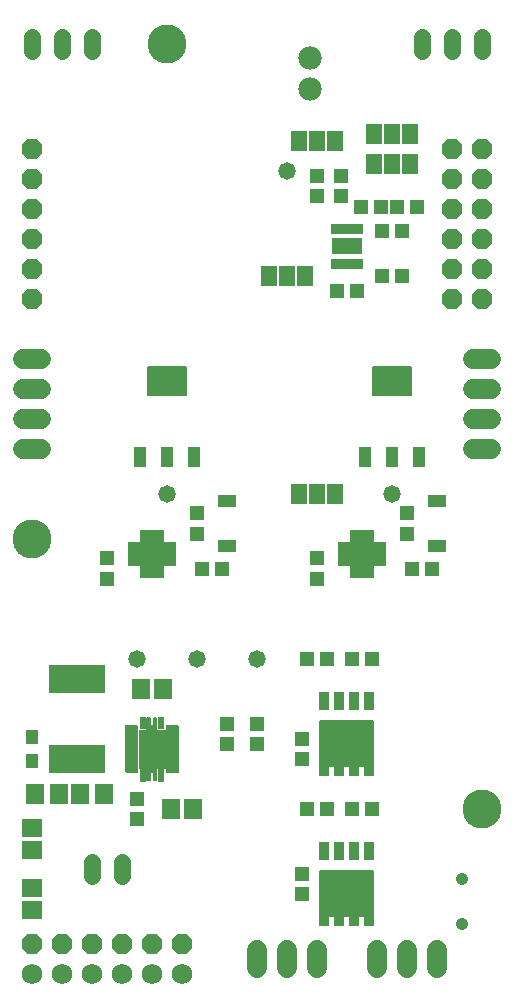
<source format=gbs>
G75*
%MOIN*%
%OFA0B0*%
%FSLAX25Y25*%
%IPPOS*%
%LPD*%
%AMOC8*
5,1,8,0,0,1.08239X$1,22.5*
%
%ADD10C,0.13000*%
%ADD11C,0.05600*%
%ADD12C,0.04146*%
%ADD13OC8,0.06800*%
%ADD14C,0.06800*%
%ADD15R,0.05918X0.04343*%
%ADD16R,0.01902X0.04146*%
%ADD17R,0.04146X0.01902*%
%ADD18R,0.08871X0.12808*%
%ADD19C,0.03000*%
%ADD20C,0.00100*%
%ADD21C,0.00600*%
%ADD22C,0.07800*%
%ADD23R,0.05918X0.06706*%
%ADD24R,0.06706X0.05918*%
%ADD25R,0.05400X0.07100*%
%ADD26C,0.06800*%
%ADD27C,0.05800*%
%ADD28R,0.10052X0.05800*%
%ADD29R,0.10827X0.03346*%
%ADD30R,0.04100X0.07100*%
%ADD31R,0.05800X0.03300*%
%ADD32R,0.03595X0.06202*%
%ADD33R,0.07493X0.07493*%
%ADD34R,0.05052X0.04934*%
%ADD35R,0.04737X0.05131*%
%ADD36R,0.05131X0.04737*%
%ADD37R,0.18517X0.09658*%
%ADD38R,0.05918X0.07099*%
%ADD39R,0.03950X0.04737*%
D10*
X0013200Y0156000D03*
X0058200Y0321000D03*
X0163200Y0066000D03*
D11*
X0043200Y0048400D02*
X0043200Y0043600D01*
X0033200Y0043600D02*
X0033200Y0048400D01*
X0033200Y0318600D02*
X0033200Y0323400D01*
X0023200Y0323400D02*
X0023200Y0318600D01*
X0013200Y0318600D02*
X0013200Y0323400D01*
X0143200Y0323400D02*
X0143200Y0318600D01*
X0153200Y0318600D02*
X0153200Y0323400D01*
X0163200Y0323400D02*
X0163200Y0318600D01*
D12*
X0156539Y0042480D03*
X0156539Y0027520D03*
D13*
X0063200Y0021000D03*
X0053200Y0021000D03*
X0043200Y0021000D03*
X0033200Y0021000D03*
X0023200Y0021000D03*
X0013200Y0021000D03*
X0013200Y0236000D03*
X0013200Y0246000D03*
X0013200Y0256000D03*
X0013200Y0266000D03*
X0013200Y0276000D03*
X0013200Y0286000D03*
X0153200Y0286000D03*
X0153200Y0276000D03*
X0153200Y0266000D03*
X0153200Y0256000D03*
X0153200Y0246000D03*
X0153200Y0236000D03*
X0163200Y0236000D03*
X0163200Y0246000D03*
X0163200Y0256000D03*
X0163200Y0266000D03*
X0163200Y0276000D03*
X0163200Y0286000D03*
D14*
X0013200Y0011000D03*
X0023200Y0011000D03*
X0033200Y0011000D03*
X0043200Y0011000D03*
X0053200Y0011000D03*
X0063200Y0011000D03*
D15*
X0078200Y0153520D03*
X0078200Y0168480D03*
X0148200Y0168480D03*
X0148200Y0153520D03*
D16*
X0126153Y0156807D03*
X0124184Y0156807D03*
X0122216Y0156807D03*
X0120247Y0156807D03*
X0120247Y0145193D03*
X0122216Y0145193D03*
X0124184Y0145193D03*
X0126153Y0145193D03*
X0056153Y0145193D03*
X0054184Y0145193D03*
X0052216Y0145193D03*
X0050247Y0145193D03*
X0050247Y0156807D03*
X0052216Y0156807D03*
X0054184Y0156807D03*
X0056153Y0156807D03*
X0056153Y0094760D03*
X0050247Y0094760D03*
X0050247Y0077240D03*
X0056153Y0077240D03*
D17*
X0059991Y0079110D03*
X0059991Y0081079D03*
X0059991Y0083047D03*
X0059991Y0085016D03*
X0059991Y0086984D03*
X0059991Y0088953D03*
X0059991Y0090921D03*
X0059991Y0092890D03*
X0046409Y0092890D03*
X0046409Y0090921D03*
X0046409Y0088953D03*
X0046409Y0086984D03*
X0046409Y0085016D03*
X0046409Y0083047D03*
X0046409Y0081079D03*
X0046409Y0079110D03*
X0047393Y0148047D03*
X0047393Y0150016D03*
X0047393Y0151984D03*
X0047393Y0153953D03*
X0059007Y0153953D03*
X0059007Y0151984D03*
X0059007Y0150016D03*
X0059007Y0148047D03*
X0117393Y0148047D03*
X0117393Y0150016D03*
X0117393Y0151984D03*
X0117393Y0153953D03*
X0129007Y0153953D03*
X0129007Y0151984D03*
X0129007Y0150016D03*
X0129007Y0148047D03*
D18*
X0053200Y0086000D03*
D19*
X0051600Y0086000D03*
X0051600Y0082900D03*
X0054800Y0082900D03*
X0054800Y0086000D03*
X0054800Y0089100D03*
X0051600Y0089100D03*
X0051600Y0149400D03*
X0051600Y0152600D03*
X0054800Y0152600D03*
X0054800Y0149400D03*
X0121600Y0149400D03*
X0121600Y0152600D03*
X0124800Y0152600D03*
X0124800Y0149400D03*
D20*
X0125537Y0149432D02*
X0126796Y0149432D01*
X0126796Y0149334D02*
X0125537Y0149334D01*
X0125537Y0149235D02*
X0126796Y0149235D01*
X0126796Y0149137D02*
X0125537Y0149137D01*
X0125537Y0149038D02*
X0126796Y0149038D01*
X0126796Y0148940D02*
X0125537Y0148940D01*
X0125537Y0148841D02*
X0126796Y0148841D01*
X0126796Y0148743D02*
X0125537Y0148743D01*
X0125537Y0148644D02*
X0126796Y0148644D01*
X0119604Y0148644D01*
X0120863Y0148644D01*
X0120863Y0148546D02*
X0119604Y0148546D01*
X0126796Y0148546D01*
X0125537Y0148546D01*
X0125537Y0148447D02*
X0126796Y0148447D01*
X0119604Y0148447D01*
X0120863Y0148447D01*
X0120863Y0148349D02*
X0119604Y0148349D01*
X0126796Y0148349D01*
X0125537Y0148349D01*
X0125537Y0148250D02*
X0126796Y0148250D01*
X0119604Y0148250D01*
X0120863Y0148250D01*
X0120863Y0148152D02*
X0119604Y0148152D01*
X0126796Y0148152D01*
X0125537Y0148152D01*
X0125537Y0148053D02*
X0126796Y0148053D01*
X0119604Y0148053D01*
X0120863Y0148053D01*
X0120863Y0147955D02*
X0119604Y0147955D01*
X0126796Y0147955D01*
X0125537Y0147955D01*
X0125537Y0147856D02*
X0126796Y0147856D01*
X0119604Y0147856D01*
X0120863Y0147856D01*
X0120863Y0147758D02*
X0119604Y0147758D01*
X0126796Y0147758D01*
X0125537Y0147758D01*
X0125537Y0147659D02*
X0126796Y0147659D01*
X0119604Y0147659D01*
X0120863Y0147659D01*
X0120863Y0147561D02*
X0119604Y0147561D01*
X0126796Y0147561D01*
X0125537Y0147561D01*
X0125537Y0147462D02*
X0126796Y0147462D01*
X0119604Y0147462D01*
X0120863Y0147462D01*
X0120863Y0147404D02*
X0120863Y0154596D01*
X0119604Y0154596D01*
X0119604Y0147404D01*
X0120863Y0147404D01*
X0121072Y0147140D02*
X0119421Y0147140D01*
X0119421Y0143246D01*
X0121072Y0143246D01*
X0121072Y0147140D01*
X0121072Y0147068D02*
X0119421Y0147068D01*
X0119421Y0146970D02*
X0121072Y0146970D01*
X0121072Y0146871D02*
X0119421Y0146871D01*
X0119421Y0146773D02*
X0121072Y0146773D01*
X0121072Y0146674D02*
X0119421Y0146674D01*
X0119421Y0146576D02*
X0121072Y0146576D01*
X0121072Y0146477D02*
X0119421Y0146477D01*
X0119421Y0146379D02*
X0121072Y0146379D01*
X0121072Y0146280D02*
X0119421Y0146280D01*
X0119421Y0146182D02*
X0121072Y0146182D01*
X0121072Y0146083D02*
X0119421Y0146083D01*
X0119421Y0145985D02*
X0121072Y0145985D01*
X0121072Y0145886D02*
X0119421Y0145886D01*
X0119421Y0145788D02*
X0121072Y0145788D01*
X0121072Y0145689D02*
X0119421Y0145689D01*
X0119421Y0145591D02*
X0121072Y0145591D01*
X0121072Y0145492D02*
X0119421Y0145492D01*
X0119421Y0145394D02*
X0121072Y0145394D01*
X0121072Y0145295D02*
X0119421Y0145295D01*
X0119421Y0145196D02*
X0121072Y0145196D01*
X0121072Y0145098D02*
X0119421Y0145098D01*
X0119421Y0144999D02*
X0121072Y0144999D01*
X0121072Y0144901D02*
X0119421Y0144901D01*
X0119421Y0144802D02*
X0121072Y0144802D01*
X0121072Y0144704D02*
X0119421Y0144704D01*
X0119421Y0144605D02*
X0121072Y0144605D01*
X0121072Y0144507D02*
X0119421Y0144507D01*
X0119421Y0144408D02*
X0121072Y0144408D01*
X0121072Y0144310D02*
X0119421Y0144310D01*
X0119421Y0144211D02*
X0121072Y0144211D01*
X0121072Y0144113D02*
X0119421Y0144113D01*
X0119421Y0144014D02*
X0121072Y0144014D01*
X0121072Y0143916D02*
X0119421Y0143916D01*
X0119421Y0143817D02*
X0121072Y0143817D01*
X0121072Y0143719D02*
X0119421Y0143719D01*
X0119421Y0143620D02*
X0121072Y0143620D01*
X0121072Y0143522D02*
X0119421Y0143522D01*
X0119421Y0143423D02*
X0121072Y0143423D01*
X0121072Y0143325D02*
X0119421Y0143325D01*
X0121390Y0143325D02*
X0123041Y0143325D01*
X0123041Y0143246D02*
X0121390Y0143246D01*
X0121390Y0147140D01*
X0123041Y0147140D01*
X0123041Y0143246D01*
X0123041Y0143423D02*
X0121390Y0143423D01*
X0121390Y0143522D02*
X0123041Y0143522D01*
X0123041Y0143620D02*
X0121390Y0143620D01*
X0121390Y0143719D02*
X0123041Y0143719D01*
X0123041Y0143817D02*
X0121390Y0143817D01*
X0121390Y0143916D02*
X0123041Y0143916D01*
X0123041Y0144014D02*
X0121390Y0144014D01*
X0121390Y0144113D02*
X0123041Y0144113D01*
X0123041Y0144211D02*
X0121390Y0144211D01*
X0121390Y0144310D02*
X0123041Y0144310D01*
X0123041Y0144408D02*
X0121390Y0144408D01*
X0121390Y0144507D02*
X0123041Y0144507D01*
X0123041Y0144605D02*
X0121390Y0144605D01*
X0121390Y0144704D02*
X0123041Y0144704D01*
X0123041Y0144802D02*
X0121390Y0144802D01*
X0121390Y0144901D02*
X0123041Y0144901D01*
X0123041Y0144999D02*
X0121390Y0144999D01*
X0121390Y0145098D02*
X0123041Y0145098D01*
X0123041Y0145196D02*
X0121390Y0145196D01*
X0121390Y0145295D02*
X0123041Y0145295D01*
X0123041Y0145394D02*
X0121390Y0145394D01*
X0121390Y0145492D02*
X0123041Y0145492D01*
X0123041Y0145591D02*
X0121390Y0145591D01*
X0121390Y0145689D02*
X0123041Y0145689D01*
X0123041Y0145788D02*
X0121390Y0145788D01*
X0121390Y0145886D02*
X0123041Y0145886D01*
X0123041Y0145985D02*
X0121390Y0145985D01*
X0121390Y0146083D02*
X0123041Y0146083D01*
X0123041Y0146182D02*
X0121390Y0146182D01*
X0121390Y0146280D02*
X0123041Y0146280D01*
X0123041Y0146379D02*
X0121390Y0146379D01*
X0121390Y0146477D02*
X0123041Y0146477D01*
X0123041Y0146576D02*
X0121390Y0146576D01*
X0121390Y0146674D02*
X0123041Y0146674D01*
X0123041Y0146773D02*
X0121390Y0146773D01*
X0121390Y0146871D02*
X0123041Y0146871D01*
X0123041Y0146970D02*
X0121390Y0146970D01*
X0121390Y0147068D02*
X0123041Y0147068D01*
X0123359Y0147068D02*
X0125010Y0147068D01*
X0125010Y0147140D02*
X0123359Y0147140D01*
X0123359Y0143246D01*
X0125010Y0143246D01*
X0125010Y0147140D01*
X0125010Y0146970D02*
X0123359Y0146970D01*
X0123359Y0146871D02*
X0125010Y0146871D01*
X0125010Y0146773D02*
X0123359Y0146773D01*
X0123359Y0146674D02*
X0125010Y0146674D01*
X0125010Y0146576D02*
X0123359Y0146576D01*
X0123359Y0146477D02*
X0125010Y0146477D01*
X0125010Y0146379D02*
X0123359Y0146379D01*
X0123359Y0146280D02*
X0125010Y0146280D01*
X0125010Y0146182D02*
X0123359Y0146182D01*
X0123359Y0146083D02*
X0125010Y0146083D01*
X0125010Y0145985D02*
X0123359Y0145985D01*
X0123359Y0145886D02*
X0125010Y0145886D01*
X0125010Y0145788D02*
X0123359Y0145788D01*
X0123359Y0145689D02*
X0125010Y0145689D01*
X0125010Y0145591D02*
X0123359Y0145591D01*
X0123359Y0145492D02*
X0125010Y0145492D01*
X0125010Y0145394D02*
X0123359Y0145394D01*
X0123359Y0145295D02*
X0125010Y0145295D01*
X0125010Y0145196D02*
X0123359Y0145196D01*
X0123359Y0145098D02*
X0125010Y0145098D01*
X0125010Y0144999D02*
X0123359Y0144999D01*
X0123359Y0144901D02*
X0125010Y0144901D01*
X0125010Y0144802D02*
X0123359Y0144802D01*
X0123359Y0144704D02*
X0125010Y0144704D01*
X0125010Y0144605D02*
X0123359Y0144605D01*
X0123359Y0144507D02*
X0125010Y0144507D01*
X0125010Y0144408D02*
X0123359Y0144408D01*
X0123359Y0144310D02*
X0125010Y0144310D01*
X0125010Y0144211D02*
X0123359Y0144211D01*
X0123359Y0144113D02*
X0125010Y0144113D01*
X0125010Y0144014D02*
X0123359Y0144014D01*
X0123359Y0143916D02*
X0125010Y0143916D01*
X0125010Y0143817D02*
X0123359Y0143817D01*
X0123359Y0143719D02*
X0125010Y0143719D01*
X0125010Y0143620D02*
X0123359Y0143620D01*
X0123359Y0143522D02*
X0125010Y0143522D01*
X0125010Y0143423D02*
X0123359Y0143423D01*
X0123359Y0143325D02*
X0125010Y0143325D01*
X0125328Y0143325D02*
X0126979Y0143325D01*
X0126979Y0143246D02*
X0125328Y0143246D01*
X0125328Y0147140D01*
X0126979Y0147140D01*
X0126979Y0143246D01*
X0126979Y0143423D02*
X0125328Y0143423D01*
X0125328Y0143522D02*
X0126979Y0143522D01*
X0126979Y0143620D02*
X0125328Y0143620D01*
X0125328Y0143719D02*
X0126979Y0143719D01*
X0126979Y0143817D02*
X0125328Y0143817D01*
X0125328Y0143916D02*
X0126979Y0143916D01*
X0126979Y0144014D02*
X0125328Y0144014D01*
X0125328Y0144113D02*
X0126979Y0144113D01*
X0126979Y0144211D02*
X0125328Y0144211D01*
X0125328Y0144310D02*
X0126979Y0144310D01*
X0126979Y0144408D02*
X0125328Y0144408D01*
X0125328Y0144507D02*
X0126979Y0144507D01*
X0126979Y0144605D02*
X0125328Y0144605D01*
X0125328Y0144704D02*
X0126979Y0144704D01*
X0126979Y0144802D02*
X0125328Y0144802D01*
X0125328Y0144901D02*
X0126979Y0144901D01*
X0126979Y0144999D02*
X0125328Y0144999D01*
X0125328Y0145098D02*
X0126979Y0145098D01*
X0126979Y0145196D02*
X0125328Y0145196D01*
X0125328Y0145295D02*
X0126979Y0145295D01*
X0126979Y0145394D02*
X0125328Y0145394D01*
X0125328Y0145492D02*
X0126979Y0145492D01*
X0126979Y0145591D02*
X0125328Y0145591D01*
X0125328Y0145689D02*
X0126979Y0145689D01*
X0126979Y0145788D02*
X0125328Y0145788D01*
X0125328Y0145886D02*
X0126979Y0145886D01*
X0126979Y0145985D02*
X0125328Y0145985D01*
X0125328Y0146083D02*
X0126979Y0146083D01*
X0126979Y0146182D02*
X0125328Y0146182D01*
X0125328Y0146280D02*
X0126979Y0146280D01*
X0126979Y0146379D02*
X0125328Y0146379D01*
X0125328Y0146477D02*
X0126979Y0146477D01*
X0126979Y0146576D02*
X0125328Y0146576D01*
X0125328Y0146674D02*
X0126979Y0146674D01*
X0126979Y0146773D02*
X0125328Y0146773D01*
X0125328Y0146871D02*
X0126979Y0146871D01*
X0126979Y0146970D02*
X0125328Y0146970D01*
X0125328Y0147068D02*
X0126979Y0147068D01*
X0127060Y0147222D02*
X0127060Y0148872D01*
X0130954Y0148872D01*
X0130954Y0147222D01*
X0127060Y0147222D01*
X0127060Y0147265D02*
X0130954Y0147265D01*
X0130954Y0147364D02*
X0127060Y0147364D01*
X0127060Y0147462D02*
X0130954Y0147462D01*
X0130954Y0147561D02*
X0127060Y0147561D01*
X0127060Y0147659D02*
X0130954Y0147659D01*
X0130954Y0147758D02*
X0127060Y0147758D01*
X0127060Y0147856D02*
X0130954Y0147856D01*
X0130954Y0147955D02*
X0127060Y0147955D01*
X0127060Y0148053D02*
X0130954Y0148053D01*
X0130954Y0148152D02*
X0127060Y0148152D01*
X0127060Y0148250D02*
X0130954Y0148250D01*
X0130954Y0148349D02*
X0127060Y0148349D01*
X0127060Y0148447D02*
X0130954Y0148447D01*
X0130954Y0148546D02*
X0127060Y0148546D01*
X0127060Y0148644D02*
X0130954Y0148644D01*
X0130954Y0148743D02*
X0127060Y0148743D01*
X0127060Y0148841D02*
X0130954Y0148841D01*
X0130954Y0149191D02*
X0127060Y0149191D01*
X0127060Y0150841D01*
X0130954Y0150841D01*
X0130954Y0149191D01*
X0130954Y0149235D02*
X0127060Y0149235D01*
X0127060Y0149334D02*
X0130954Y0149334D01*
X0130954Y0149432D02*
X0127060Y0149432D01*
X0127060Y0149531D02*
X0130954Y0149531D01*
X0130954Y0149630D02*
X0127060Y0149630D01*
X0127060Y0149728D02*
X0130954Y0149728D01*
X0130954Y0149827D02*
X0127060Y0149827D01*
X0127060Y0149925D02*
X0130954Y0149925D01*
X0130954Y0150024D02*
X0127060Y0150024D01*
X0127060Y0150122D02*
X0130954Y0150122D01*
X0130954Y0150221D02*
X0127060Y0150221D01*
X0127060Y0150319D02*
X0130954Y0150319D01*
X0130954Y0150418D02*
X0127060Y0150418D01*
X0127060Y0150516D02*
X0130954Y0150516D01*
X0130954Y0150615D02*
X0127060Y0150615D01*
X0127060Y0150713D02*
X0130954Y0150713D01*
X0130954Y0150812D02*
X0127060Y0150812D01*
X0126796Y0150812D02*
X0125537Y0150812D01*
X0125537Y0150910D02*
X0126796Y0150910D01*
X0119604Y0150910D01*
X0120863Y0150910D01*
X0120863Y0150812D02*
X0119604Y0150812D01*
X0126796Y0150812D01*
X0126796Y0150713D02*
X0125537Y0150713D01*
X0125537Y0150615D02*
X0126796Y0150615D01*
X0119604Y0150615D01*
X0120863Y0150615D01*
X0120863Y0150713D02*
X0119604Y0150713D01*
X0126796Y0150713D01*
X0126796Y0150516D02*
X0125537Y0150516D01*
X0125537Y0150418D02*
X0126796Y0150418D01*
X0119604Y0150418D01*
X0120863Y0150418D01*
X0120863Y0150516D02*
X0119604Y0150516D01*
X0126796Y0150516D01*
X0126796Y0150319D02*
X0125537Y0150319D01*
X0125537Y0150221D02*
X0126796Y0150221D01*
X0126796Y0150237D02*
X0126796Y0151763D01*
X0119604Y0151763D01*
X0119604Y0150237D01*
X0126796Y0150237D01*
X0126796Y0150319D02*
X0119604Y0150319D01*
X0120863Y0150319D01*
X0120863Y0150221D02*
X0119604Y0150221D01*
X0119604Y0150122D02*
X0120863Y0150122D01*
X0120863Y0150024D02*
X0119604Y0150024D01*
X0119604Y0149925D02*
X0120863Y0149925D01*
X0120863Y0149827D02*
X0119604Y0149827D01*
X0119604Y0149728D02*
X0120863Y0149728D01*
X0120863Y0149630D02*
X0119604Y0149630D01*
X0119604Y0149531D02*
X0120863Y0149531D01*
X0120863Y0149432D02*
X0119604Y0149432D01*
X0119604Y0149334D02*
X0120863Y0149334D01*
X0120863Y0149235D02*
X0119604Y0149235D01*
X0119604Y0149137D02*
X0120863Y0149137D01*
X0120863Y0149038D02*
X0119604Y0149038D01*
X0119604Y0148940D02*
X0120863Y0148940D01*
X0120863Y0148841D02*
X0119604Y0148841D01*
X0119604Y0148743D02*
X0120863Y0148743D01*
X0119604Y0148663D02*
X0119604Y0147404D01*
X0126796Y0147404D01*
X0126796Y0154596D01*
X0125537Y0154596D01*
X0125537Y0147404D01*
X0126796Y0147404D01*
X0126796Y0148663D01*
X0119604Y0148663D01*
X0119340Y0148644D02*
X0115446Y0148644D01*
X0115446Y0148546D02*
X0119340Y0148546D01*
X0119340Y0148447D02*
X0115446Y0148447D01*
X0115446Y0148349D02*
X0119340Y0148349D01*
X0119340Y0148250D02*
X0115446Y0148250D01*
X0115446Y0148152D02*
X0119340Y0148152D01*
X0119340Y0148053D02*
X0115446Y0148053D01*
X0115446Y0147955D02*
X0119340Y0147955D01*
X0119340Y0147856D02*
X0115446Y0147856D01*
X0115446Y0147758D02*
X0119340Y0147758D01*
X0119340Y0147659D02*
X0115446Y0147659D01*
X0115446Y0147561D02*
X0119340Y0147561D01*
X0119340Y0147462D02*
X0115446Y0147462D01*
X0115446Y0147364D02*
X0119340Y0147364D01*
X0119340Y0147265D02*
X0115446Y0147265D01*
X0115446Y0147222D02*
X0115446Y0148872D01*
X0119340Y0148872D01*
X0119340Y0147222D01*
X0115446Y0147222D01*
X0115446Y0148743D02*
X0119340Y0148743D01*
X0119340Y0148841D02*
X0115446Y0148841D01*
X0115446Y0149191D02*
X0115446Y0150841D01*
X0119340Y0150841D01*
X0119340Y0149191D01*
X0115446Y0149191D01*
X0115446Y0149235D02*
X0119340Y0149235D01*
X0119340Y0149334D02*
X0115446Y0149334D01*
X0115446Y0149432D02*
X0119340Y0149432D01*
X0119340Y0149531D02*
X0115446Y0149531D01*
X0115446Y0149630D02*
X0119340Y0149630D01*
X0119340Y0149728D02*
X0115446Y0149728D01*
X0115446Y0149827D02*
X0119340Y0149827D01*
X0119340Y0149925D02*
X0115446Y0149925D01*
X0115446Y0150024D02*
X0119340Y0150024D01*
X0119340Y0150122D02*
X0115446Y0150122D01*
X0115446Y0150221D02*
X0119340Y0150221D01*
X0119340Y0150319D02*
X0115446Y0150319D01*
X0115446Y0150418D02*
X0119340Y0150418D01*
X0119340Y0150516D02*
X0115446Y0150516D01*
X0115446Y0150615D02*
X0119340Y0150615D01*
X0119340Y0150713D02*
X0115446Y0150713D01*
X0115446Y0150812D02*
X0119340Y0150812D01*
X0119604Y0151009D02*
X0120863Y0151009D01*
X0120863Y0151107D02*
X0119604Y0151107D01*
X0126796Y0151107D01*
X0125537Y0151107D01*
X0125537Y0151009D02*
X0126796Y0151009D01*
X0119604Y0151009D01*
X0119604Y0151206D02*
X0120863Y0151206D01*
X0120863Y0151304D02*
X0119604Y0151304D01*
X0126796Y0151304D01*
X0125537Y0151304D01*
X0125537Y0151206D02*
X0126796Y0151206D01*
X0119604Y0151206D01*
X0119604Y0151403D02*
X0120863Y0151403D01*
X0120863Y0151501D02*
X0119604Y0151501D01*
X0126796Y0151501D01*
X0125537Y0151501D01*
X0125537Y0151403D02*
X0126796Y0151403D01*
X0119604Y0151403D01*
X0119604Y0151600D02*
X0120863Y0151600D01*
X0120863Y0151698D02*
X0119604Y0151698D01*
X0126796Y0151698D01*
X0125537Y0151698D01*
X0125537Y0151600D02*
X0126796Y0151600D01*
X0119604Y0151600D01*
X0119604Y0151797D02*
X0120863Y0151797D01*
X0120863Y0151895D02*
X0119604Y0151895D01*
X0119604Y0151994D02*
X0120863Y0151994D01*
X0120863Y0152092D02*
X0119604Y0152092D01*
X0119604Y0152191D02*
X0120863Y0152191D01*
X0120863Y0152289D02*
X0119604Y0152289D01*
X0119604Y0152388D02*
X0120863Y0152388D01*
X0120863Y0152486D02*
X0119604Y0152486D01*
X0119604Y0152585D02*
X0120863Y0152585D01*
X0120863Y0152683D02*
X0119604Y0152683D01*
X0119604Y0152782D02*
X0120863Y0152782D01*
X0120863Y0152880D02*
X0119604Y0152880D01*
X0119604Y0152979D02*
X0120863Y0152979D01*
X0120863Y0153077D02*
X0119604Y0153077D01*
X0119604Y0153176D02*
X0120863Y0153176D01*
X0120863Y0153274D02*
X0119604Y0153274D01*
X0119604Y0153337D02*
X0126796Y0153337D01*
X0126796Y0154596D01*
X0119604Y0154596D01*
X0119604Y0153337D01*
X0119604Y0153373D02*
X0120863Y0153373D01*
X0120863Y0153471D02*
X0119604Y0153471D01*
X0126796Y0153471D01*
X0125537Y0153471D01*
X0125537Y0153373D02*
X0126796Y0153373D01*
X0119604Y0153373D01*
X0119604Y0153570D02*
X0120863Y0153570D01*
X0120863Y0153668D02*
X0119604Y0153668D01*
X0126796Y0153668D01*
X0125537Y0153668D01*
X0125537Y0153570D02*
X0126796Y0153570D01*
X0119604Y0153570D01*
X0119604Y0153767D02*
X0120863Y0153767D01*
X0120863Y0153865D02*
X0119604Y0153865D01*
X0126796Y0153865D01*
X0125537Y0153865D01*
X0125537Y0153767D02*
X0126796Y0153767D01*
X0119604Y0153767D01*
X0119604Y0153964D02*
X0120863Y0153964D01*
X0120863Y0154063D02*
X0119604Y0154063D01*
X0126796Y0154063D01*
X0125537Y0154063D01*
X0125537Y0154161D02*
X0126796Y0154161D01*
X0119604Y0154161D01*
X0120863Y0154161D01*
X0120863Y0154260D02*
X0119604Y0154260D01*
X0126796Y0154260D01*
X0125537Y0154260D01*
X0125537Y0154358D02*
X0126796Y0154358D01*
X0119604Y0154358D01*
X0120863Y0154358D01*
X0120863Y0154457D02*
X0119604Y0154457D01*
X0126796Y0154457D01*
X0125537Y0154457D01*
X0125537Y0154555D02*
X0126796Y0154555D01*
X0119604Y0154555D01*
X0120863Y0154555D01*
X0121072Y0154860D02*
X0119421Y0154860D01*
X0119421Y0158754D01*
X0121072Y0158754D01*
X0121072Y0154860D01*
X0121072Y0154949D02*
X0119421Y0154949D01*
X0119421Y0155048D02*
X0121072Y0155048D01*
X0121072Y0155146D02*
X0119421Y0155146D01*
X0119421Y0155245D02*
X0121072Y0155245D01*
X0121072Y0155343D02*
X0119421Y0155343D01*
X0119421Y0155442D02*
X0121072Y0155442D01*
X0121072Y0155540D02*
X0119421Y0155540D01*
X0119421Y0155639D02*
X0121072Y0155639D01*
X0121072Y0155737D02*
X0119421Y0155737D01*
X0119421Y0155836D02*
X0121072Y0155836D01*
X0121072Y0155934D02*
X0119421Y0155934D01*
X0119421Y0156033D02*
X0121072Y0156033D01*
X0121072Y0156131D02*
X0119421Y0156131D01*
X0119421Y0156230D02*
X0121072Y0156230D01*
X0121072Y0156328D02*
X0119421Y0156328D01*
X0119421Y0156427D02*
X0121072Y0156427D01*
X0121072Y0156525D02*
X0119421Y0156525D01*
X0119421Y0156624D02*
X0121072Y0156624D01*
X0121072Y0156722D02*
X0119421Y0156722D01*
X0119421Y0156821D02*
X0121072Y0156821D01*
X0121072Y0156919D02*
X0119421Y0156919D01*
X0119421Y0157018D02*
X0121072Y0157018D01*
X0121072Y0157116D02*
X0119421Y0157116D01*
X0119421Y0157215D02*
X0121072Y0157215D01*
X0121072Y0157313D02*
X0119421Y0157313D01*
X0119421Y0157412D02*
X0121072Y0157412D01*
X0121072Y0157510D02*
X0119421Y0157510D01*
X0119421Y0157609D02*
X0121072Y0157609D01*
X0121072Y0157707D02*
X0119421Y0157707D01*
X0119421Y0157806D02*
X0121072Y0157806D01*
X0121072Y0157904D02*
X0119421Y0157904D01*
X0119421Y0158003D02*
X0121072Y0158003D01*
X0121072Y0158101D02*
X0119421Y0158101D01*
X0119421Y0158200D02*
X0121072Y0158200D01*
X0121072Y0158298D02*
X0119421Y0158298D01*
X0119421Y0158397D02*
X0121072Y0158397D01*
X0121072Y0158496D02*
X0119421Y0158496D01*
X0119421Y0158594D02*
X0121072Y0158594D01*
X0121072Y0158693D02*
X0119421Y0158693D01*
X0121390Y0158693D02*
X0123041Y0158693D01*
X0123041Y0158754D02*
X0121390Y0158754D01*
X0121390Y0154860D01*
X0123041Y0154860D01*
X0123041Y0158754D01*
X0123041Y0158594D02*
X0121390Y0158594D01*
X0121390Y0158496D02*
X0123041Y0158496D01*
X0123041Y0158397D02*
X0121390Y0158397D01*
X0121390Y0158298D02*
X0123041Y0158298D01*
X0123041Y0158200D02*
X0121390Y0158200D01*
X0121390Y0158101D02*
X0123041Y0158101D01*
X0123041Y0158003D02*
X0121390Y0158003D01*
X0121390Y0157904D02*
X0123041Y0157904D01*
X0123041Y0157806D02*
X0121390Y0157806D01*
X0121390Y0157707D02*
X0123041Y0157707D01*
X0123041Y0157609D02*
X0121390Y0157609D01*
X0121390Y0157510D02*
X0123041Y0157510D01*
X0123041Y0157412D02*
X0121390Y0157412D01*
X0121390Y0157313D02*
X0123041Y0157313D01*
X0123041Y0157215D02*
X0121390Y0157215D01*
X0121390Y0157116D02*
X0123041Y0157116D01*
X0123041Y0157018D02*
X0121390Y0157018D01*
X0121390Y0156919D02*
X0123041Y0156919D01*
X0123041Y0156821D02*
X0121390Y0156821D01*
X0121390Y0156722D02*
X0123041Y0156722D01*
X0123041Y0156624D02*
X0121390Y0156624D01*
X0121390Y0156525D02*
X0123041Y0156525D01*
X0123041Y0156427D02*
X0121390Y0156427D01*
X0121390Y0156328D02*
X0123041Y0156328D01*
X0123041Y0156230D02*
X0121390Y0156230D01*
X0121390Y0156131D02*
X0123041Y0156131D01*
X0123041Y0156033D02*
X0121390Y0156033D01*
X0121390Y0155934D02*
X0123041Y0155934D01*
X0123041Y0155836D02*
X0121390Y0155836D01*
X0121390Y0155737D02*
X0123041Y0155737D01*
X0123041Y0155639D02*
X0121390Y0155639D01*
X0121390Y0155540D02*
X0123041Y0155540D01*
X0123041Y0155442D02*
X0121390Y0155442D01*
X0121390Y0155343D02*
X0123041Y0155343D01*
X0123041Y0155245D02*
X0121390Y0155245D01*
X0121390Y0155146D02*
X0123041Y0155146D01*
X0123041Y0155048D02*
X0121390Y0155048D01*
X0121390Y0154949D02*
X0123041Y0154949D01*
X0123359Y0154949D02*
X0125010Y0154949D01*
X0125010Y0154860D02*
X0123359Y0154860D01*
X0123359Y0158754D01*
X0125010Y0158754D01*
X0125010Y0154860D01*
X0125010Y0155048D02*
X0123359Y0155048D01*
X0123359Y0155146D02*
X0125010Y0155146D01*
X0125010Y0155245D02*
X0123359Y0155245D01*
X0123359Y0155343D02*
X0125010Y0155343D01*
X0125010Y0155442D02*
X0123359Y0155442D01*
X0123359Y0155540D02*
X0125010Y0155540D01*
X0125010Y0155639D02*
X0123359Y0155639D01*
X0123359Y0155737D02*
X0125010Y0155737D01*
X0125010Y0155836D02*
X0123359Y0155836D01*
X0123359Y0155934D02*
X0125010Y0155934D01*
X0125010Y0156033D02*
X0123359Y0156033D01*
X0123359Y0156131D02*
X0125010Y0156131D01*
X0125010Y0156230D02*
X0123359Y0156230D01*
X0123359Y0156328D02*
X0125010Y0156328D01*
X0125010Y0156427D02*
X0123359Y0156427D01*
X0123359Y0156525D02*
X0125010Y0156525D01*
X0125010Y0156624D02*
X0123359Y0156624D01*
X0123359Y0156722D02*
X0125010Y0156722D01*
X0125010Y0156821D02*
X0123359Y0156821D01*
X0123359Y0156919D02*
X0125010Y0156919D01*
X0125010Y0157018D02*
X0123359Y0157018D01*
X0123359Y0157116D02*
X0125010Y0157116D01*
X0125010Y0157215D02*
X0123359Y0157215D01*
X0123359Y0157313D02*
X0125010Y0157313D01*
X0125010Y0157412D02*
X0123359Y0157412D01*
X0123359Y0157510D02*
X0125010Y0157510D01*
X0125010Y0157609D02*
X0123359Y0157609D01*
X0123359Y0157707D02*
X0125010Y0157707D01*
X0125010Y0157806D02*
X0123359Y0157806D01*
X0123359Y0157904D02*
X0125010Y0157904D01*
X0125010Y0158003D02*
X0123359Y0158003D01*
X0123359Y0158101D02*
X0125010Y0158101D01*
X0125010Y0158200D02*
X0123359Y0158200D01*
X0123359Y0158298D02*
X0125010Y0158298D01*
X0125010Y0158397D02*
X0123359Y0158397D01*
X0123359Y0158496D02*
X0125010Y0158496D01*
X0125010Y0158594D02*
X0123359Y0158594D01*
X0123359Y0158693D02*
X0125010Y0158693D01*
X0125328Y0158693D02*
X0126979Y0158693D01*
X0126979Y0158754D02*
X0125328Y0158754D01*
X0125328Y0154860D01*
X0126979Y0154860D01*
X0126979Y0158754D01*
X0126979Y0158594D02*
X0125328Y0158594D01*
X0125328Y0158496D02*
X0126979Y0158496D01*
X0126979Y0158397D02*
X0125328Y0158397D01*
X0125328Y0158298D02*
X0126979Y0158298D01*
X0126979Y0158200D02*
X0125328Y0158200D01*
X0125328Y0158101D02*
X0126979Y0158101D01*
X0126979Y0158003D02*
X0125328Y0158003D01*
X0125328Y0157904D02*
X0126979Y0157904D01*
X0126979Y0157806D02*
X0125328Y0157806D01*
X0125328Y0157707D02*
X0126979Y0157707D01*
X0126979Y0157609D02*
X0125328Y0157609D01*
X0125328Y0157510D02*
X0126979Y0157510D01*
X0126979Y0157412D02*
X0125328Y0157412D01*
X0125328Y0157313D02*
X0126979Y0157313D01*
X0126979Y0157215D02*
X0125328Y0157215D01*
X0125328Y0157116D02*
X0126979Y0157116D01*
X0126979Y0157018D02*
X0125328Y0157018D01*
X0125328Y0156919D02*
X0126979Y0156919D01*
X0126979Y0156821D02*
X0125328Y0156821D01*
X0125328Y0156722D02*
X0126979Y0156722D01*
X0126979Y0156624D02*
X0125328Y0156624D01*
X0125328Y0156525D02*
X0126979Y0156525D01*
X0126979Y0156427D02*
X0125328Y0156427D01*
X0125328Y0156328D02*
X0126979Y0156328D01*
X0126979Y0156230D02*
X0125328Y0156230D01*
X0125328Y0156131D02*
X0126979Y0156131D01*
X0126979Y0156033D02*
X0125328Y0156033D01*
X0125328Y0155934D02*
X0126979Y0155934D01*
X0126979Y0155836D02*
X0125328Y0155836D01*
X0125328Y0155737D02*
X0126979Y0155737D01*
X0126979Y0155639D02*
X0125328Y0155639D01*
X0125328Y0155540D02*
X0126979Y0155540D01*
X0126979Y0155442D02*
X0125328Y0155442D01*
X0125328Y0155343D02*
X0126979Y0155343D01*
X0126979Y0155245D02*
X0125328Y0155245D01*
X0125328Y0155146D02*
X0126979Y0155146D01*
X0126979Y0155048D02*
X0125328Y0155048D01*
X0125328Y0154949D02*
X0126979Y0154949D01*
X0127060Y0154778D02*
X0130954Y0154778D01*
X0130954Y0153128D01*
X0127060Y0153128D01*
X0127060Y0154778D01*
X0127060Y0154752D02*
X0130954Y0154752D01*
X0130954Y0154654D02*
X0127060Y0154654D01*
X0127060Y0154555D02*
X0130954Y0154555D01*
X0130954Y0154457D02*
X0127060Y0154457D01*
X0127060Y0154358D02*
X0130954Y0154358D01*
X0130954Y0154260D02*
X0127060Y0154260D01*
X0127060Y0154161D02*
X0130954Y0154161D01*
X0130954Y0154063D02*
X0127060Y0154063D01*
X0127060Y0153964D02*
X0130954Y0153964D01*
X0130954Y0153865D02*
X0127060Y0153865D01*
X0127060Y0153767D02*
X0130954Y0153767D01*
X0130954Y0153668D02*
X0127060Y0153668D01*
X0127060Y0153570D02*
X0130954Y0153570D01*
X0130954Y0153471D02*
X0127060Y0153471D01*
X0127060Y0153373D02*
X0130954Y0153373D01*
X0130954Y0153274D02*
X0127060Y0153274D01*
X0127060Y0153176D02*
X0130954Y0153176D01*
X0130954Y0152809D02*
X0127060Y0152809D01*
X0127060Y0151159D01*
X0130954Y0151159D01*
X0130954Y0152809D01*
X0130954Y0152782D02*
X0127060Y0152782D01*
X0127060Y0152683D02*
X0130954Y0152683D01*
X0130954Y0152585D02*
X0127060Y0152585D01*
X0127060Y0152486D02*
X0130954Y0152486D01*
X0130954Y0152388D02*
X0127060Y0152388D01*
X0127060Y0152289D02*
X0130954Y0152289D01*
X0130954Y0152191D02*
X0127060Y0152191D01*
X0127060Y0152092D02*
X0130954Y0152092D01*
X0130954Y0151994D02*
X0127060Y0151994D01*
X0127060Y0151895D02*
X0130954Y0151895D01*
X0130954Y0151797D02*
X0127060Y0151797D01*
X0127060Y0151698D02*
X0130954Y0151698D01*
X0130954Y0151600D02*
X0127060Y0151600D01*
X0127060Y0151501D02*
X0130954Y0151501D01*
X0130954Y0151403D02*
X0127060Y0151403D01*
X0127060Y0151304D02*
X0130954Y0151304D01*
X0130954Y0151206D02*
X0127060Y0151206D01*
X0126796Y0151797D02*
X0125537Y0151797D01*
X0125537Y0151895D02*
X0126796Y0151895D01*
X0126796Y0151994D02*
X0125537Y0151994D01*
X0125537Y0152092D02*
X0126796Y0152092D01*
X0126796Y0152191D02*
X0125537Y0152191D01*
X0125537Y0152289D02*
X0126796Y0152289D01*
X0126796Y0152388D02*
X0125537Y0152388D01*
X0125537Y0152486D02*
X0126796Y0152486D01*
X0126796Y0152585D02*
X0125537Y0152585D01*
X0125537Y0152683D02*
X0126796Y0152683D01*
X0126796Y0152782D02*
X0125537Y0152782D01*
X0125537Y0152880D02*
X0126796Y0152880D01*
X0126796Y0152979D02*
X0125537Y0152979D01*
X0125537Y0153077D02*
X0126796Y0153077D01*
X0126796Y0153176D02*
X0125537Y0153176D01*
X0125537Y0153274D02*
X0126796Y0153274D01*
X0126796Y0153964D02*
X0125537Y0153964D01*
X0126796Y0153964D02*
X0119604Y0153964D01*
X0119340Y0153964D02*
X0115446Y0153964D01*
X0115446Y0154063D02*
X0119340Y0154063D01*
X0119340Y0154161D02*
X0115446Y0154161D01*
X0115446Y0154260D02*
X0119340Y0154260D01*
X0119340Y0154358D02*
X0115446Y0154358D01*
X0115446Y0154457D02*
X0119340Y0154457D01*
X0119340Y0154555D02*
X0115446Y0154555D01*
X0115446Y0154654D02*
X0119340Y0154654D01*
X0119340Y0154752D02*
X0115446Y0154752D01*
X0115446Y0154778D02*
X0119340Y0154778D01*
X0119340Y0153128D01*
X0115446Y0153128D01*
X0115446Y0154778D01*
X0115446Y0153865D02*
X0119340Y0153865D01*
X0119340Y0153767D02*
X0115446Y0153767D01*
X0115446Y0153668D02*
X0119340Y0153668D01*
X0119340Y0153570D02*
X0115446Y0153570D01*
X0115446Y0153471D02*
X0119340Y0153471D01*
X0119340Y0153373D02*
X0115446Y0153373D01*
X0115446Y0153274D02*
X0119340Y0153274D01*
X0119340Y0153176D02*
X0115446Y0153176D01*
X0115446Y0152809D02*
X0119340Y0152809D01*
X0119340Y0151159D01*
X0115446Y0151159D01*
X0115446Y0152809D01*
X0115446Y0152782D02*
X0119340Y0152782D01*
X0119340Y0152683D02*
X0115446Y0152683D01*
X0115446Y0152585D02*
X0119340Y0152585D01*
X0119340Y0152486D02*
X0115446Y0152486D01*
X0115446Y0152388D02*
X0119340Y0152388D01*
X0119340Y0152289D02*
X0115446Y0152289D01*
X0115446Y0152191D02*
X0119340Y0152191D01*
X0119340Y0152092D02*
X0115446Y0152092D01*
X0115446Y0151994D02*
X0119340Y0151994D01*
X0119340Y0151895D02*
X0115446Y0151895D01*
X0115446Y0151797D02*
X0119340Y0151797D01*
X0119340Y0151698D02*
X0115446Y0151698D01*
X0115446Y0151600D02*
X0119340Y0151600D01*
X0119340Y0151501D02*
X0115446Y0151501D01*
X0115446Y0151403D02*
X0119340Y0151403D01*
X0119340Y0151304D02*
X0115446Y0151304D01*
X0115446Y0151206D02*
X0119340Y0151206D01*
X0122437Y0151206D02*
X0123963Y0151206D01*
X0123963Y0151304D02*
X0122437Y0151304D01*
X0122437Y0151403D02*
X0123963Y0151403D01*
X0123963Y0151501D02*
X0122437Y0151501D01*
X0122437Y0151600D02*
X0123963Y0151600D01*
X0123963Y0151698D02*
X0122437Y0151698D01*
X0122437Y0151797D02*
X0123963Y0151797D01*
X0123963Y0151895D02*
X0122437Y0151895D01*
X0122437Y0151994D02*
X0123963Y0151994D01*
X0123963Y0152092D02*
X0122437Y0152092D01*
X0122437Y0152191D02*
X0123963Y0152191D01*
X0123963Y0152289D02*
X0122437Y0152289D01*
X0122437Y0152388D02*
X0123963Y0152388D01*
X0123963Y0152486D02*
X0122437Y0152486D01*
X0122437Y0152585D02*
X0123963Y0152585D01*
X0123963Y0152683D02*
X0122437Y0152683D01*
X0122437Y0152782D02*
X0123963Y0152782D01*
X0123963Y0152880D02*
X0122437Y0152880D01*
X0122437Y0152979D02*
X0123963Y0152979D01*
X0123963Y0153077D02*
X0122437Y0153077D01*
X0122437Y0153176D02*
X0123963Y0153176D01*
X0123963Y0153274D02*
X0122437Y0153274D01*
X0122437Y0153373D02*
X0123963Y0153373D01*
X0123963Y0153471D02*
X0122437Y0153471D01*
X0122437Y0153570D02*
X0123963Y0153570D01*
X0123963Y0153668D02*
X0122437Y0153668D01*
X0122437Y0153767D02*
X0123963Y0153767D01*
X0123963Y0153865D02*
X0122437Y0153865D01*
X0122437Y0153964D02*
X0123963Y0153964D01*
X0123963Y0154063D02*
X0122437Y0154063D01*
X0122437Y0154161D02*
X0123963Y0154161D01*
X0123963Y0154260D02*
X0122437Y0154260D01*
X0122437Y0154358D02*
X0123963Y0154358D01*
X0123963Y0154457D02*
X0122437Y0154457D01*
X0122437Y0154555D02*
X0123963Y0154555D01*
X0123963Y0154596D02*
X0123963Y0147404D01*
X0122437Y0147404D01*
X0122437Y0154596D01*
X0123963Y0154596D01*
X0123963Y0151107D02*
X0122437Y0151107D01*
X0122437Y0151009D02*
X0123963Y0151009D01*
X0123963Y0150910D02*
X0122437Y0150910D01*
X0122437Y0150812D02*
X0123963Y0150812D01*
X0123963Y0150713D02*
X0122437Y0150713D01*
X0122437Y0150615D02*
X0123963Y0150615D01*
X0123963Y0150516D02*
X0122437Y0150516D01*
X0122437Y0150418D02*
X0123963Y0150418D01*
X0123963Y0150319D02*
X0122437Y0150319D01*
X0122437Y0150221D02*
X0123963Y0150221D01*
X0123963Y0150122D02*
X0122437Y0150122D01*
X0122437Y0150024D02*
X0123963Y0150024D01*
X0123963Y0149925D02*
X0122437Y0149925D01*
X0122437Y0149827D02*
X0123963Y0149827D01*
X0123963Y0149728D02*
X0122437Y0149728D01*
X0122437Y0149630D02*
X0123963Y0149630D01*
X0123963Y0149531D02*
X0122437Y0149531D01*
X0122437Y0149432D02*
X0123963Y0149432D01*
X0123963Y0149334D02*
X0122437Y0149334D01*
X0122437Y0149235D02*
X0123963Y0149235D01*
X0123963Y0149137D02*
X0122437Y0149137D01*
X0122437Y0149038D02*
X0123963Y0149038D01*
X0123963Y0148940D02*
X0122437Y0148940D01*
X0122437Y0148841D02*
X0123963Y0148841D01*
X0123963Y0148743D02*
X0122437Y0148743D01*
X0122437Y0148644D02*
X0123963Y0148644D01*
X0123963Y0148546D02*
X0122437Y0148546D01*
X0122437Y0148447D02*
X0123963Y0148447D01*
X0123963Y0148349D02*
X0122437Y0148349D01*
X0122437Y0148250D02*
X0123963Y0148250D01*
X0123963Y0148152D02*
X0122437Y0148152D01*
X0122437Y0148053D02*
X0123963Y0148053D01*
X0123963Y0147955D02*
X0122437Y0147955D01*
X0122437Y0147856D02*
X0123963Y0147856D01*
X0123963Y0147758D02*
X0122437Y0147758D01*
X0122437Y0147659D02*
X0123963Y0147659D01*
X0123963Y0147561D02*
X0122437Y0147561D01*
X0122437Y0147462D02*
X0123963Y0147462D01*
X0125537Y0149531D02*
X0126796Y0149531D01*
X0126796Y0149630D02*
X0125537Y0149630D01*
X0125537Y0149728D02*
X0126796Y0149728D01*
X0126796Y0149827D02*
X0125537Y0149827D01*
X0125537Y0149925D02*
X0126796Y0149925D01*
X0126796Y0150024D02*
X0125537Y0150024D01*
X0125537Y0150122D02*
X0126796Y0150122D01*
X0127098Y0104606D02*
X0124302Y0104606D01*
X0124302Y0099205D01*
X0127098Y0099205D01*
X0127098Y0104606D01*
X0127098Y0104511D02*
X0124302Y0104511D01*
X0124302Y0104413D02*
X0127098Y0104413D01*
X0127098Y0104314D02*
X0124302Y0104314D01*
X0124302Y0104216D02*
X0127098Y0104216D01*
X0127098Y0104117D02*
X0124302Y0104117D01*
X0124302Y0104019D02*
X0127098Y0104019D01*
X0127098Y0103920D02*
X0124302Y0103920D01*
X0124302Y0103822D02*
X0127098Y0103822D01*
X0127098Y0103723D02*
X0124302Y0103723D01*
X0124302Y0103625D02*
X0127098Y0103625D01*
X0127098Y0103526D02*
X0124302Y0103526D01*
X0124302Y0103428D02*
X0127098Y0103428D01*
X0127098Y0103329D02*
X0124302Y0103329D01*
X0124302Y0103231D02*
X0127098Y0103231D01*
X0127098Y0103132D02*
X0124302Y0103132D01*
X0124302Y0103034D02*
X0127098Y0103034D01*
X0127098Y0102935D02*
X0124302Y0102935D01*
X0124302Y0102837D02*
X0127098Y0102837D01*
X0127098Y0102738D02*
X0124302Y0102738D01*
X0124302Y0102640D02*
X0127098Y0102640D01*
X0127098Y0102541D02*
X0124302Y0102541D01*
X0124302Y0102443D02*
X0127098Y0102443D01*
X0127098Y0102344D02*
X0124302Y0102344D01*
X0124302Y0102246D02*
X0127098Y0102246D01*
X0127098Y0102147D02*
X0124302Y0102147D01*
X0124302Y0102049D02*
X0127098Y0102049D01*
X0127098Y0101950D02*
X0124302Y0101950D01*
X0124302Y0101852D02*
X0127098Y0101852D01*
X0127098Y0101753D02*
X0124302Y0101753D01*
X0124302Y0101654D02*
X0127098Y0101654D01*
X0127098Y0101556D02*
X0124302Y0101556D01*
X0124302Y0101457D02*
X0127098Y0101457D01*
X0127098Y0101359D02*
X0124302Y0101359D01*
X0124302Y0101260D02*
X0127098Y0101260D01*
X0127098Y0101162D02*
X0124302Y0101162D01*
X0124302Y0101063D02*
X0127098Y0101063D01*
X0127098Y0100965D02*
X0124302Y0100965D01*
X0124302Y0100866D02*
X0127098Y0100866D01*
X0127098Y0100768D02*
X0124302Y0100768D01*
X0124302Y0100669D02*
X0127098Y0100669D01*
X0127098Y0100571D02*
X0124302Y0100571D01*
X0124302Y0100472D02*
X0127098Y0100472D01*
X0127098Y0100374D02*
X0124302Y0100374D01*
X0124302Y0100275D02*
X0127098Y0100275D01*
X0127098Y0100177D02*
X0124302Y0100177D01*
X0124302Y0100078D02*
X0127098Y0100078D01*
X0127098Y0099980D02*
X0124302Y0099980D01*
X0124302Y0099881D02*
X0127098Y0099881D01*
X0127098Y0099783D02*
X0124302Y0099783D01*
X0124302Y0099684D02*
X0127098Y0099684D01*
X0127098Y0099586D02*
X0124302Y0099586D01*
X0124302Y0099487D02*
X0127098Y0099487D01*
X0127098Y0099389D02*
X0124302Y0099389D01*
X0124302Y0099290D02*
X0127098Y0099290D01*
X0122098Y0099290D02*
X0119302Y0099290D01*
X0119302Y0099205D02*
X0119302Y0104606D01*
X0122098Y0104606D01*
X0122098Y0099205D01*
X0119302Y0099205D01*
X0119302Y0099389D02*
X0122098Y0099389D01*
X0122098Y0099487D02*
X0119302Y0099487D01*
X0119302Y0099586D02*
X0122098Y0099586D01*
X0122098Y0099684D02*
X0119302Y0099684D01*
X0119302Y0099783D02*
X0122098Y0099783D01*
X0122098Y0099881D02*
X0119302Y0099881D01*
X0119302Y0099980D02*
X0122098Y0099980D01*
X0122098Y0100078D02*
X0119302Y0100078D01*
X0119302Y0100177D02*
X0122098Y0100177D01*
X0122098Y0100275D02*
X0119302Y0100275D01*
X0119302Y0100374D02*
X0122098Y0100374D01*
X0122098Y0100472D02*
X0119302Y0100472D01*
X0119302Y0100571D02*
X0122098Y0100571D01*
X0122098Y0100669D02*
X0119302Y0100669D01*
X0119302Y0100768D02*
X0122098Y0100768D01*
X0122098Y0100866D02*
X0119302Y0100866D01*
X0119302Y0100965D02*
X0122098Y0100965D01*
X0122098Y0101063D02*
X0119302Y0101063D01*
X0119302Y0101162D02*
X0122098Y0101162D01*
X0122098Y0101260D02*
X0119302Y0101260D01*
X0119302Y0101359D02*
X0122098Y0101359D01*
X0122098Y0101457D02*
X0119302Y0101457D01*
X0119302Y0101556D02*
X0122098Y0101556D01*
X0122098Y0101654D02*
X0119302Y0101654D01*
X0119302Y0101753D02*
X0122098Y0101753D01*
X0122098Y0101852D02*
X0119302Y0101852D01*
X0119302Y0101950D02*
X0122098Y0101950D01*
X0122098Y0102049D02*
X0119302Y0102049D01*
X0119302Y0102147D02*
X0122098Y0102147D01*
X0122098Y0102246D02*
X0119302Y0102246D01*
X0119302Y0102344D02*
X0122098Y0102344D01*
X0122098Y0102443D02*
X0119302Y0102443D01*
X0119302Y0102541D02*
X0122098Y0102541D01*
X0122098Y0102640D02*
X0119302Y0102640D01*
X0119302Y0102738D02*
X0122098Y0102738D01*
X0122098Y0102837D02*
X0119302Y0102837D01*
X0119302Y0102935D02*
X0122098Y0102935D01*
X0122098Y0103034D02*
X0119302Y0103034D01*
X0119302Y0103132D02*
X0122098Y0103132D01*
X0122098Y0103231D02*
X0119302Y0103231D01*
X0119302Y0103329D02*
X0122098Y0103329D01*
X0122098Y0103428D02*
X0119302Y0103428D01*
X0119302Y0103526D02*
X0122098Y0103526D01*
X0122098Y0103625D02*
X0119302Y0103625D01*
X0119302Y0103723D02*
X0122098Y0103723D01*
X0122098Y0103822D02*
X0119302Y0103822D01*
X0119302Y0103920D02*
X0122098Y0103920D01*
X0122098Y0104019D02*
X0119302Y0104019D01*
X0119302Y0104117D02*
X0122098Y0104117D01*
X0122098Y0104216D02*
X0119302Y0104216D01*
X0119302Y0104314D02*
X0122098Y0104314D01*
X0122098Y0104413D02*
X0119302Y0104413D01*
X0119302Y0104511D02*
X0122098Y0104511D01*
X0117098Y0104511D02*
X0114302Y0104511D01*
X0114302Y0104606D02*
X0114302Y0099205D01*
X0117098Y0099205D01*
X0117098Y0104606D01*
X0114302Y0104606D01*
X0114302Y0104413D02*
X0117098Y0104413D01*
X0117098Y0104314D02*
X0114302Y0104314D01*
X0114302Y0104216D02*
X0117098Y0104216D01*
X0117098Y0104117D02*
X0114302Y0104117D01*
X0114302Y0104019D02*
X0117098Y0104019D01*
X0117098Y0103920D02*
X0114302Y0103920D01*
X0114302Y0103822D02*
X0117098Y0103822D01*
X0117098Y0103723D02*
X0114302Y0103723D01*
X0114302Y0103625D02*
X0117098Y0103625D01*
X0117098Y0103526D02*
X0114302Y0103526D01*
X0114302Y0103428D02*
X0117098Y0103428D01*
X0117098Y0103329D02*
X0114302Y0103329D01*
X0114302Y0103231D02*
X0117098Y0103231D01*
X0117098Y0103132D02*
X0114302Y0103132D01*
X0114302Y0103034D02*
X0117098Y0103034D01*
X0117098Y0102935D02*
X0114302Y0102935D01*
X0114302Y0102837D02*
X0117098Y0102837D01*
X0117098Y0102738D02*
X0114302Y0102738D01*
X0114302Y0102640D02*
X0117098Y0102640D01*
X0117098Y0102541D02*
X0114302Y0102541D01*
X0114302Y0102443D02*
X0117098Y0102443D01*
X0117098Y0102344D02*
X0114302Y0102344D01*
X0114302Y0102246D02*
X0117098Y0102246D01*
X0117098Y0102147D02*
X0114302Y0102147D01*
X0114302Y0102049D02*
X0117098Y0102049D01*
X0117098Y0101950D02*
X0114302Y0101950D01*
X0114302Y0101852D02*
X0117098Y0101852D01*
X0117098Y0101753D02*
X0114302Y0101753D01*
X0114302Y0101654D02*
X0117098Y0101654D01*
X0117098Y0101556D02*
X0114302Y0101556D01*
X0114302Y0101457D02*
X0117098Y0101457D01*
X0117098Y0101359D02*
X0114302Y0101359D01*
X0114302Y0101260D02*
X0117098Y0101260D01*
X0117098Y0101162D02*
X0114302Y0101162D01*
X0114302Y0101063D02*
X0117098Y0101063D01*
X0117098Y0100965D02*
X0114302Y0100965D01*
X0114302Y0100866D02*
X0117098Y0100866D01*
X0117098Y0100768D02*
X0114302Y0100768D01*
X0114302Y0100669D02*
X0117098Y0100669D01*
X0117098Y0100571D02*
X0114302Y0100571D01*
X0114302Y0100472D02*
X0117098Y0100472D01*
X0117098Y0100374D02*
X0114302Y0100374D01*
X0114302Y0100275D02*
X0117098Y0100275D01*
X0117098Y0100177D02*
X0114302Y0100177D01*
X0114302Y0100078D02*
X0117098Y0100078D01*
X0117098Y0099980D02*
X0114302Y0099980D01*
X0114302Y0099881D02*
X0117098Y0099881D01*
X0117098Y0099783D02*
X0114302Y0099783D01*
X0114302Y0099684D02*
X0117098Y0099684D01*
X0117098Y0099586D02*
X0114302Y0099586D01*
X0114302Y0099487D02*
X0117098Y0099487D01*
X0117098Y0099389D02*
X0114302Y0099389D01*
X0114302Y0099290D02*
X0117098Y0099290D01*
X0112098Y0099290D02*
X0109302Y0099290D01*
X0109302Y0099205D02*
X0109302Y0104606D01*
X0112098Y0104606D01*
X0112098Y0099205D01*
X0109302Y0099205D01*
X0109302Y0099389D02*
X0112098Y0099389D01*
X0112098Y0099487D02*
X0109302Y0099487D01*
X0109302Y0099586D02*
X0112098Y0099586D01*
X0112098Y0099684D02*
X0109302Y0099684D01*
X0109302Y0099783D02*
X0112098Y0099783D01*
X0112098Y0099881D02*
X0109302Y0099881D01*
X0109302Y0099980D02*
X0112098Y0099980D01*
X0112098Y0100078D02*
X0109302Y0100078D01*
X0109302Y0100177D02*
X0112098Y0100177D01*
X0112098Y0100275D02*
X0109302Y0100275D01*
X0109302Y0100374D02*
X0112098Y0100374D01*
X0112098Y0100472D02*
X0109302Y0100472D01*
X0109302Y0100571D02*
X0112098Y0100571D01*
X0112098Y0100669D02*
X0109302Y0100669D01*
X0109302Y0100768D02*
X0112098Y0100768D01*
X0112098Y0100866D02*
X0109302Y0100866D01*
X0109302Y0100965D02*
X0112098Y0100965D01*
X0112098Y0101063D02*
X0109302Y0101063D01*
X0109302Y0101162D02*
X0112098Y0101162D01*
X0112098Y0101260D02*
X0109302Y0101260D01*
X0109302Y0101359D02*
X0112098Y0101359D01*
X0112098Y0101457D02*
X0109302Y0101457D01*
X0109302Y0101556D02*
X0112098Y0101556D01*
X0112098Y0101654D02*
X0109302Y0101654D01*
X0109302Y0101753D02*
X0112098Y0101753D01*
X0112098Y0101852D02*
X0109302Y0101852D01*
X0109302Y0101950D02*
X0112098Y0101950D01*
X0112098Y0102049D02*
X0109302Y0102049D01*
X0109302Y0102147D02*
X0112098Y0102147D01*
X0112098Y0102246D02*
X0109302Y0102246D01*
X0109302Y0102344D02*
X0112098Y0102344D01*
X0112098Y0102443D02*
X0109302Y0102443D01*
X0109302Y0102541D02*
X0112098Y0102541D01*
X0112098Y0102640D02*
X0109302Y0102640D01*
X0109302Y0102738D02*
X0112098Y0102738D01*
X0112098Y0102837D02*
X0109302Y0102837D01*
X0109302Y0102935D02*
X0112098Y0102935D01*
X0112098Y0103034D02*
X0109302Y0103034D01*
X0109302Y0103132D02*
X0112098Y0103132D01*
X0112098Y0103231D02*
X0109302Y0103231D01*
X0109302Y0103329D02*
X0112098Y0103329D01*
X0112098Y0103428D02*
X0109302Y0103428D01*
X0109302Y0103526D02*
X0112098Y0103526D01*
X0112098Y0103625D02*
X0109302Y0103625D01*
X0109302Y0103723D02*
X0112098Y0103723D01*
X0112098Y0103822D02*
X0109302Y0103822D01*
X0109302Y0103920D02*
X0112098Y0103920D01*
X0112098Y0104019D02*
X0109302Y0104019D01*
X0109302Y0104117D02*
X0112098Y0104117D01*
X0112098Y0104216D02*
X0109302Y0104216D01*
X0109302Y0104314D02*
X0112098Y0104314D01*
X0112098Y0104413D02*
X0109302Y0104413D01*
X0109302Y0104511D02*
X0112098Y0104511D01*
X0112098Y0082795D02*
X0109302Y0082795D01*
X0109302Y0077394D01*
X0112098Y0077394D01*
X0112098Y0082795D01*
X0112098Y0082740D02*
X0109302Y0082740D01*
X0109302Y0082642D02*
X0112098Y0082642D01*
X0112098Y0082543D02*
X0109302Y0082543D01*
X0109302Y0082445D02*
X0112098Y0082445D01*
X0112098Y0082346D02*
X0109302Y0082346D01*
X0109302Y0082248D02*
X0112098Y0082248D01*
X0112098Y0082149D02*
X0109302Y0082149D01*
X0109302Y0082051D02*
X0112098Y0082051D01*
X0112098Y0081952D02*
X0109302Y0081952D01*
X0109302Y0081854D02*
X0112098Y0081854D01*
X0112098Y0081755D02*
X0109302Y0081755D01*
X0109302Y0081657D02*
X0112098Y0081657D01*
X0112098Y0081558D02*
X0109302Y0081558D01*
X0109302Y0081460D02*
X0112098Y0081460D01*
X0112098Y0081361D02*
X0109302Y0081361D01*
X0109302Y0081263D02*
X0112098Y0081263D01*
X0112098Y0081164D02*
X0109302Y0081164D01*
X0109302Y0081066D02*
X0112098Y0081066D01*
X0112098Y0080967D02*
X0109302Y0080967D01*
X0109302Y0080869D02*
X0112098Y0080869D01*
X0112098Y0080770D02*
X0109302Y0080770D01*
X0109302Y0080672D02*
X0112098Y0080672D01*
X0112098Y0080573D02*
X0109302Y0080573D01*
X0109302Y0080475D02*
X0112098Y0080475D01*
X0112098Y0080376D02*
X0109302Y0080376D01*
X0109302Y0080278D02*
X0112098Y0080278D01*
X0112098Y0080179D02*
X0109302Y0080179D01*
X0109302Y0080081D02*
X0112098Y0080081D01*
X0112098Y0079982D02*
X0109302Y0079982D01*
X0109302Y0079883D02*
X0112098Y0079883D01*
X0112098Y0079785D02*
X0109302Y0079785D01*
X0109302Y0079686D02*
X0112098Y0079686D01*
X0112098Y0079588D02*
X0109302Y0079588D01*
X0109302Y0079489D02*
X0112098Y0079489D01*
X0112098Y0079391D02*
X0109302Y0079391D01*
X0109302Y0079292D02*
X0112098Y0079292D01*
X0112098Y0079194D02*
X0109302Y0079194D01*
X0109302Y0079095D02*
X0112098Y0079095D01*
X0112098Y0078997D02*
X0109302Y0078997D01*
X0109302Y0078898D02*
X0112098Y0078898D01*
X0112098Y0078800D02*
X0109302Y0078800D01*
X0109302Y0078701D02*
X0112098Y0078701D01*
X0112098Y0078603D02*
X0109302Y0078603D01*
X0109302Y0078504D02*
X0112098Y0078504D01*
X0112098Y0078406D02*
X0109302Y0078406D01*
X0109302Y0078307D02*
X0112098Y0078307D01*
X0112098Y0078209D02*
X0109302Y0078209D01*
X0109302Y0078110D02*
X0112098Y0078110D01*
X0112098Y0078012D02*
X0109302Y0078012D01*
X0109302Y0077913D02*
X0112098Y0077913D01*
X0112098Y0077815D02*
X0109302Y0077815D01*
X0109302Y0077716D02*
X0112098Y0077716D01*
X0112098Y0077618D02*
X0109302Y0077618D01*
X0109302Y0077519D02*
X0112098Y0077519D01*
X0112098Y0077421D02*
X0109302Y0077421D01*
X0114302Y0077421D02*
X0117098Y0077421D01*
X0117098Y0077394D02*
X0114302Y0077394D01*
X0114302Y0082795D01*
X0117098Y0082795D01*
X0117098Y0077394D01*
X0117098Y0077519D02*
X0114302Y0077519D01*
X0114302Y0077618D02*
X0117098Y0077618D01*
X0117098Y0077716D02*
X0114302Y0077716D01*
X0114302Y0077815D02*
X0117098Y0077815D01*
X0117098Y0077913D02*
X0114302Y0077913D01*
X0114302Y0078012D02*
X0117098Y0078012D01*
X0117098Y0078110D02*
X0114302Y0078110D01*
X0114302Y0078209D02*
X0117098Y0078209D01*
X0117098Y0078307D02*
X0114302Y0078307D01*
X0114302Y0078406D02*
X0117098Y0078406D01*
X0117098Y0078504D02*
X0114302Y0078504D01*
X0114302Y0078603D02*
X0117098Y0078603D01*
X0117098Y0078701D02*
X0114302Y0078701D01*
X0114302Y0078800D02*
X0117098Y0078800D01*
X0117098Y0078898D02*
X0114302Y0078898D01*
X0114302Y0078997D02*
X0117098Y0078997D01*
X0117098Y0079095D02*
X0114302Y0079095D01*
X0114302Y0079194D02*
X0117098Y0079194D01*
X0117098Y0079292D02*
X0114302Y0079292D01*
X0114302Y0079391D02*
X0117098Y0079391D01*
X0117098Y0079489D02*
X0114302Y0079489D01*
X0114302Y0079588D02*
X0117098Y0079588D01*
X0117098Y0079686D02*
X0114302Y0079686D01*
X0114302Y0079785D02*
X0117098Y0079785D01*
X0117098Y0079883D02*
X0114302Y0079883D01*
X0114302Y0079982D02*
X0117098Y0079982D01*
X0117098Y0080081D02*
X0114302Y0080081D01*
X0114302Y0080179D02*
X0117098Y0080179D01*
X0117098Y0080278D02*
X0114302Y0080278D01*
X0114302Y0080376D02*
X0117098Y0080376D01*
X0117098Y0080475D02*
X0114302Y0080475D01*
X0114302Y0080573D02*
X0117098Y0080573D01*
X0117098Y0080672D02*
X0114302Y0080672D01*
X0114302Y0080770D02*
X0117098Y0080770D01*
X0117098Y0080869D02*
X0114302Y0080869D01*
X0114302Y0080967D02*
X0117098Y0080967D01*
X0117098Y0081066D02*
X0114302Y0081066D01*
X0114302Y0081164D02*
X0117098Y0081164D01*
X0117098Y0081263D02*
X0114302Y0081263D01*
X0114302Y0081361D02*
X0117098Y0081361D01*
X0117098Y0081460D02*
X0114302Y0081460D01*
X0114302Y0081558D02*
X0117098Y0081558D01*
X0117098Y0081657D02*
X0114302Y0081657D01*
X0114302Y0081755D02*
X0117098Y0081755D01*
X0117098Y0081854D02*
X0114302Y0081854D01*
X0114302Y0081952D02*
X0117098Y0081952D01*
X0117098Y0082051D02*
X0114302Y0082051D01*
X0114302Y0082149D02*
X0117098Y0082149D01*
X0117098Y0082248D02*
X0114302Y0082248D01*
X0114302Y0082346D02*
X0117098Y0082346D01*
X0117098Y0082445D02*
X0114302Y0082445D01*
X0114302Y0082543D02*
X0117098Y0082543D01*
X0117098Y0082642D02*
X0114302Y0082642D01*
X0114302Y0082740D02*
X0117098Y0082740D01*
X0119302Y0082740D02*
X0122098Y0082740D01*
X0122098Y0082795D02*
X0122098Y0077394D01*
X0119302Y0077394D01*
X0119302Y0082795D01*
X0122098Y0082795D01*
X0122098Y0082642D02*
X0119302Y0082642D01*
X0119302Y0082543D02*
X0122098Y0082543D01*
X0122098Y0082445D02*
X0119302Y0082445D01*
X0119302Y0082346D02*
X0122098Y0082346D01*
X0122098Y0082248D02*
X0119302Y0082248D01*
X0119302Y0082149D02*
X0122098Y0082149D01*
X0122098Y0082051D02*
X0119302Y0082051D01*
X0119302Y0081952D02*
X0122098Y0081952D01*
X0122098Y0081854D02*
X0119302Y0081854D01*
X0119302Y0081755D02*
X0122098Y0081755D01*
X0122098Y0081657D02*
X0119302Y0081657D01*
X0119302Y0081558D02*
X0122098Y0081558D01*
X0122098Y0081460D02*
X0119302Y0081460D01*
X0119302Y0081361D02*
X0122098Y0081361D01*
X0122098Y0081263D02*
X0119302Y0081263D01*
X0119302Y0081164D02*
X0122098Y0081164D01*
X0122098Y0081066D02*
X0119302Y0081066D01*
X0119302Y0080967D02*
X0122098Y0080967D01*
X0122098Y0080869D02*
X0119302Y0080869D01*
X0119302Y0080770D02*
X0122098Y0080770D01*
X0122098Y0080672D02*
X0119302Y0080672D01*
X0119302Y0080573D02*
X0122098Y0080573D01*
X0122098Y0080475D02*
X0119302Y0080475D01*
X0119302Y0080376D02*
X0122098Y0080376D01*
X0122098Y0080278D02*
X0119302Y0080278D01*
X0119302Y0080179D02*
X0122098Y0080179D01*
X0122098Y0080081D02*
X0119302Y0080081D01*
X0119302Y0079982D02*
X0122098Y0079982D01*
X0122098Y0079883D02*
X0119302Y0079883D01*
X0119302Y0079785D02*
X0122098Y0079785D01*
X0122098Y0079686D02*
X0119302Y0079686D01*
X0119302Y0079588D02*
X0122098Y0079588D01*
X0122098Y0079489D02*
X0119302Y0079489D01*
X0119302Y0079391D02*
X0122098Y0079391D01*
X0122098Y0079292D02*
X0119302Y0079292D01*
X0119302Y0079194D02*
X0122098Y0079194D01*
X0122098Y0079095D02*
X0119302Y0079095D01*
X0119302Y0078997D02*
X0122098Y0078997D01*
X0122098Y0078898D02*
X0119302Y0078898D01*
X0119302Y0078800D02*
X0122098Y0078800D01*
X0122098Y0078701D02*
X0119302Y0078701D01*
X0119302Y0078603D02*
X0122098Y0078603D01*
X0122098Y0078504D02*
X0119302Y0078504D01*
X0119302Y0078406D02*
X0122098Y0078406D01*
X0122098Y0078307D02*
X0119302Y0078307D01*
X0119302Y0078209D02*
X0122098Y0078209D01*
X0122098Y0078110D02*
X0119302Y0078110D01*
X0119302Y0078012D02*
X0122098Y0078012D01*
X0122098Y0077913D02*
X0119302Y0077913D01*
X0119302Y0077815D02*
X0122098Y0077815D01*
X0122098Y0077716D02*
X0119302Y0077716D01*
X0119302Y0077618D02*
X0122098Y0077618D01*
X0122098Y0077519D02*
X0119302Y0077519D01*
X0119302Y0077421D02*
X0122098Y0077421D01*
X0124302Y0077421D02*
X0127098Y0077421D01*
X0127098Y0077394D02*
X0124302Y0077394D01*
X0124302Y0082795D01*
X0127098Y0082795D01*
X0127098Y0077394D01*
X0127098Y0077519D02*
X0124302Y0077519D01*
X0124302Y0077618D02*
X0127098Y0077618D01*
X0127098Y0077716D02*
X0124302Y0077716D01*
X0124302Y0077815D02*
X0127098Y0077815D01*
X0127098Y0077913D02*
X0124302Y0077913D01*
X0124302Y0078012D02*
X0127098Y0078012D01*
X0127098Y0078110D02*
X0124302Y0078110D01*
X0124302Y0078209D02*
X0127098Y0078209D01*
X0127098Y0078307D02*
X0124302Y0078307D01*
X0124302Y0078406D02*
X0127098Y0078406D01*
X0127098Y0078504D02*
X0124302Y0078504D01*
X0124302Y0078603D02*
X0127098Y0078603D01*
X0127098Y0078701D02*
X0124302Y0078701D01*
X0124302Y0078800D02*
X0127098Y0078800D01*
X0127098Y0078898D02*
X0124302Y0078898D01*
X0124302Y0078997D02*
X0127098Y0078997D01*
X0127098Y0079095D02*
X0124302Y0079095D01*
X0124302Y0079194D02*
X0127098Y0079194D01*
X0127098Y0079292D02*
X0124302Y0079292D01*
X0124302Y0079391D02*
X0127098Y0079391D01*
X0127098Y0079489D02*
X0124302Y0079489D01*
X0124302Y0079588D02*
X0127098Y0079588D01*
X0127098Y0079686D02*
X0124302Y0079686D01*
X0124302Y0079785D02*
X0127098Y0079785D01*
X0127098Y0079883D02*
X0124302Y0079883D01*
X0124302Y0079982D02*
X0127098Y0079982D01*
X0127098Y0080081D02*
X0124302Y0080081D01*
X0124302Y0080179D02*
X0127098Y0080179D01*
X0127098Y0080278D02*
X0124302Y0080278D01*
X0124302Y0080376D02*
X0127098Y0080376D01*
X0127098Y0080475D02*
X0124302Y0080475D01*
X0124302Y0080573D02*
X0127098Y0080573D01*
X0127098Y0080672D02*
X0124302Y0080672D01*
X0124302Y0080770D02*
X0127098Y0080770D01*
X0127098Y0080869D02*
X0124302Y0080869D01*
X0124302Y0080967D02*
X0127098Y0080967D01*
X0127098Y0081066D02*
X0124302Y0081066D01*
X0124302Y0081164D02*
X0127098Y0081164D01*
X0127098Y0081263D02*
X0124302Y0081263D01*
X0124302Y0081361D02*
X0127098Y0081361D01*
X0127098Y0081460D02*
X0124302Y0081460D01*
X0124302Y0081558D02*
X0127098Y0081558D01*
X0127098Y0081657D02*
X0124302Y0081657D01*
X0124302Y0081755D02*
X0127098Y0081755D01*
X0127098Y0081854D02*
X0124302Y0081854D01*
X0124302Y0081952D02*
X0127098Y0081952D01*
X0127098Y0082051D02*
X0124302Y0082051D01*
X0124302Y0082149D02*
X0127098Y0082149D01*
X0127098Y0082248D02*
X0124302Y0082248D01*
X0124302Y0082346D02*
X0127098Y0082346D01*
X0127098Y0082445D02*
X0124302Y0082445D01*
X0124302Y0082543D02*
X0127098Y0082543D01*
X0127098Y0082642D02*
X0124302Y0082642D01*
X0124302Y0082740D02*
X0127098Y0082740D01*
X0127098Y0054606D02*
X0124302Y0054606D01*
X0124302Y0049205D01*
X0127098Y0049205D01*
X0127098Y0054606D01*
X0127098Y0054566D02*
X0124302Y0054566D01*
X0124302Y0054468D02*
X0127098Y0054468D01*
X0127098Y0054369D02*
X0124302Y0054369D01*
X0124302Y0054271D02*
X0127098Y0054271D01*
X0127098Y0054172D02*
X0124302Y0054172D01*
X0124302Y0054074D02*
X0127098Y0054074D01*
X0127098Y0053975D02*
X0124302Y0053975D01*
X0124302Y0053877D02*
X0127098Y0053877D01*
X0127098Y0053778D02*
X0124302Y0053778D01*
X0124302Y0053679D02*
X0127098Y0053679D01*
X0127098Y0053581D02*
X0124302Y0053581D01*
X0124302Y0053482D02*
X0127098Y0053482D01*
X0127098Y0053384D02*
X0124302Y0053384D01*
X0124302Y0053285D02*
X0127098Y0053285D01*
X0127098Y0053187D02*
X0124302Y0053187D01*
X0124302Y0053088D02*
X0127098Y0053088D01*
X0127098Y0052990D02*
X0124302Y0052990D01*
X0124302Y0052891D02*
X0127098Y0052891D01*
X0127098Y0052793D02*
X0124302Y0052793D01*
X0124302Y0052694D02*
X0127098Y0052694D01*
X0127098Y0052596D02*
X0124302Y0052596D01*
X0124302Y0052497D02*
X0127098Y0052497D01*
X0127098Y0052399D02*
X0124302Y0052399D01*
X0124302Y0052300D02*
X0127098Y0052300D01*
X0127098Y0052202D02*
X0124302Y0052202D01*
X0124302Y0052103D02*
X0127098Y0052103D01*
X0127098Y0052005D02*
X0124302Y0052005D01*
X0124302Y0051906D02*
X0127098Y0051906D01*
X0127098Y0051808D02*
X0124302Y0051808D01*
X0124302Y0051709D02*
X0127098Y0051709D01*
X0127098Y0051611D02*
X0124302Y0051611D01*
X0124302Y0051512D02*
X0127098Y0051512D01*
X0127098Y0051414D02*
X0124302Y0051414D01*
X0124302Y0051315D02*
X0127098Y0051315D01*
X0127098Y0051217D02*
X0124302Y0051217D01*
X0124302Y0051118D02*
X0127098Y0051118D01*
X0127098Y0051020D02*
X0124302Y0051020D01*
X0124302Y0050921D02*
X0127098Y0050921D01*
X0127098Y0050823D02*
X0124302Y0050823D01*
X0124302Y0050724D02*
X0127098Y0050724D01*
X0127098Y0050626D02*
X0124302Y0050626D01*
X0124302Y0050527D02*
X0127098Y0050527D01*
X0127098Y0050429D02*
X0124302Y0050429D01*
X0124302Y0050330D02*
X0127098Y0050330D01*
X0127098Y0050232D02*
X0124302Y0050232D01*
X0124302Y0050133D02*
X0127098Y0050133D01*
X0127098Y0050035D02*
X0124302Y0050035D01*
X0124302Y0049936D02*
X0127098Y0049936D01*
X0127098Y0049838D02*
X0124302Y0049838D01*
X0124302Y0049739D02*
X0127098Y0049739D01*
X0127098Y0049641D02*
X0124302Y0049641D01*
X0124302Y0049542D02*
X0127098Y0049542D01*
X0127098Y0049443D02*
X0124302Y0049443D01*
X0124302Y0049345D02*
X0127098Y0049345D01*
X0127098Y0049246D02*
X0124302Y0049246D01*
X0122098Y0049246D02*
X0119302Y0049246D01*
X0119302Y0049205D02*
X0119302Y0054606D01*
X0122098Y0054606D01*
X0122098Y0049205D01*
X0119302Y0049205D01*
X0119302Y0049345D02*
X0122098Y0049345D01*
X0122098Y0049443D02*
X0119302Y0049443D01*
X0119302Y0049542D02*
X0122098Y0049542D01*
X0122098Y0049641D02*
X0119302Y0049641D01*
X0119302Y0049739D02*
X0122098Y0049739D01*
X0122098Y0049838D02*
X0119302Y0049838D01*
X0119302Y0049936D02*
X0122098Y0049936D01*
X0122098Y0050035D02*
X0119302Y0050035D01*
X0119302Y0050133D02*
X0122098Y0050133D01*
X0122098Y0050232D02*
X0119302Y0050232D01*
X0119302Y0050330D02*
X0122098Y0050330D01*
X0122098Y0050429D02*
X0119302Y0050429D01*
X0119302Y0050527D02*
X0122098Y0050527D01*
X0122098Y0050626D02*
X0119302Y0050626D01*
X0119302Y0050724D02*
X0122098Y0050724D01*
X0122098Y0050823D02*
X0119302Y0050823D01*
X0119302Y0050921D02*
X0122098Y0050921D01*
X0122098Y0051020D02*
X0119302Y0051020D01*
X0119302Y0051118D02*
X0122098Y0051118D01*
X0122098Y0051217D02*
X0119302Y0051217D01*
X0119302Y0051315D02*
X0122098Y0051315D01*
X0122098Y0051414D02*
X0119302Y0051414D01*
X0119302Y0051512D02*
X0122098Y0051512D01*
X0122098Y0051611D02*
X0119302Y0051611D01*
X0119302Y0051709D02*
X0122098Y0051709D01*
X0122098Y0051808D02*
X0119302Y0051808D01*
X0119302Y0051906D02*
X0122098Y0051906D01*
X0122098Y0052005D02*
X0119302Y0052005D01*
X0119302Y0052103D02*
X0122098Y0052103D01*
X0122098Y0052202D02*
X0119302Y0052202D01*
X0119302Y0052300D02*
X0122098Y0052300D01*
X0122098Y0052399D02*
X0119302Y0052399D01*
X0119302Y0052497D02*
X0122098Y0052497D01*
X0122098Y0052596D02*
X0119302Y0052596D01*
X0119302Y0052694D02*
X0122098Y0052694D01*
X0122098Y0052793D02*
X0119302Y0052793D01*
X0119302Y0052891D02*
X0122098Y0052891D01*
X0122098Y0052990D02*
X0119302Y0052990D01*
X0119302Y0053088D02*
X0122098Y0053088D01*
X0122098Y0053187D02*
X0119302Y0053187D01*
X0119302Y0053285D02*
X0122098Y0053285D01*
X0122098Y0053384D02*
X0119302Y0053384D01*
X0119302Y0053482D02*
X0122098Y0053482D01*
X0122098Y0053581D02*
X0119302Y0053581D01*
X0119302Y0053679D02*
X0122098Y0053679D01*
X0122098Y0053778D02*
X0119302Y0053778D01*
X0119302Y0053877D02*
X0122098Y0053877D01*
X0122098Y0053975D02*
X0119302Y0053975D01*
X0119302Y0054074D02*
X0122098Y0054074D01*
X0122098Y0054172D02*
X0119302Y0054172D01*
X0119302Y0054271D02*
X0122098Y0054271D01*
X0122098Y0054369D02*
X0119302Y0054369D01*
X0119302Y0054468D02*
X0122098Y0054468D01*
X0122098Y0054566D02*
X0119302Y0054566D01*
X0117098Y0054566D02*
X0114302Y0054566D01*
X0114302Y0054606D02*
X0114302Y0049205D01*
X0117098Y0049205D01*
X0117098Y0054606D01*
X0114302Y0054606D01*
X0114302Y0054468D02*
X0117098Y0054468D01*
X0117098Y0054369D02*
X0114302Y0054369D01*
X0114302Y0054271D02*
X0117098Y0054271D01*
X0117098Y0054172D02*
X0114302Y0054172D01*
X0114302Y0054074D02*
X0117098Y0054074D01*
X0117098Y0053975D02*
X0114302Y0053975D01*
X0114302Y0053877D02*
X0117098Y0053877D01*
X0117098Y0053778D02*
X0114302Y0053778D01*
X0114302Y0053679D02*
X0117098Y0053679D01*
X0117098Y0053581D02*
X0114302Y0053581D01*
X0114302Y0053482D02*
X0117098Y0053482D01*
X0117098Y0053384D02*
X0114302Y0053384D01*
X0114302Y0053285D02*
X0117098Y0053285D01*
X0117098Y0053187D02*
X0114302Y0053187D01*
X0114302Y0053088D02*
X0117098Y0053088D01*
X0117098Y0052990D02*
X0114302Y0052990D01*
X0114302Y0052891D02*
X0117098Y0052891D01*
X0117098Y0052793D02*
X0114302Y0052793D01*
X0114302Y0052694D02*
X0117098Y0052694D01*
X0117098Y0052596D02*
X0114302Y0052596D01*
X0114302Y0052497D02*
X0117098Y0052497D01*
X0117098Y0052399D02*
X0114302Y0052399D01*
X0114302Y0052300D02*
X0117098Y0052300D01*
X0117098Y0052202D02*
X0114302Y0052202D01*
X0114302Y0052103D02*
X0117098Y0052103D01*
X0117098Y0052005D02*
X0114302Y0052005D01*
X0114302Y0051906D02*
X0117098Y0051906D01*
X0117098Y0051808D02*
X0114302Y0051808D01*
X0114302Y0051709D02*
X0117098Y0051709D01*
X0117098Y0051611D02*
X0114302Y0051611D01*
X0114302Y0051512D02*
X0117098Y0051512D01*
X0117098Y0051414D02*
X0114302Y0051414D01*
X0114302Y0051315D02*
X0117098Y0051315D01*
X0117098Y0051217D02*
X0114302Y0051217D01*
X0114302Y0051118D02*
X0117098Y0051118D01*
X0117098Y0051020D02*
X0114302Y0051020D01*
X0114302Y0050921D02*
X0117098Y0050921D01*
X0117098Y0050823D02*
X0114302Y0050823D01*
X0114302Y0050724D02*
X0117098Y0050724D01*
X0117098Y0050626D02*
X0114302Y0050626D01*
X0114302Y0050527D02*
X0117098Y0050527D01*
X0117098Y0050429D02*
X0114302Y0050429D01*
X0114302Y0050330D02*
X0117098Y0050330D01*
X0117098Y0050232D02*
X0114302Y0050232D01*
X0114302Y0050133D02*
X0117098Y0050133D01*
X0117098Y0050035D02*
X0114302Y0050035D01*
X0114302Y0049936D02*
X0117098Y0049936D01*
X0117098Y0049838D02*
X0114302Y0049838D01*
X0114302Y0049739D02*
X0117098Y0049739D01*
X0117098Y0049641D02*
X0114302Y0049641D01*
X0114302Y0049542D02*
X0117098Y0049542D01*
X0117098Y0049443D02*
X0114302Y0049443D01*
X0114302Y0049345D02*
X0117098Y0049345D01*
X0117098Y0049246D02*
X0114302Y0049246D01*
X0112098Y0049246D02*
X0109302Y0049246D01*
X0109302Y0049205D02*
X0109302Y0054606D01*
X0112098Y0054606D01*
X0112098Y0049205D01*
X0109302Y0049205D01*
X0109302Y0049345D02*
X0112098Y0049345D01*
X0112098Y0049443D02*
X0109302Y0049443D01*
X0109302Y0049542D02*
X0112098Y0049542D01*
X0112098Y0049641D02*
X0109302Y0049641D01*
X0109302Y0049739D02*
X0112098Y0049739D01*
X0112098Y0049838D02*
X0109302Y0049838D01*
X0109302Y0049936D02*
X0112098Y0049936D01*
X0112098Y0050035D02*
X0109302Y0050035D01*
X0109302Y0050133D02*
X0112098Y0050133D01*
X0112098Y0050232D02*
X0109302Y0050232D01*
X0109302Y0050330D02*
X0112098Y0050330D01*
X0112098Y0050429D02*
X0109302Y0050429D01*
X0109302Y0050527D02*
X0112098Y0050527D01*
X0112098Y0050626D02*
X0109302Y0050626D01*
X0109302Y0050724D02*
X0112098Y0050724D01*
X0112098Y0050823D02*
X0109302Y0050823D01*
X0109302Y0050921D02*
X0112098Y0050921D01*
X0112098Y0051020D02*
X0109302Y0051020D01*
X0109302Y0051118D02*
X0112098Y0051118D01*
X0112098Y0051217D02*
X0109302Y0051217D01*
X0109302Y0051315D02*
X0112098Y0051315D01*
X0112098Y0051414D02*
X0109302Y0051414D01*
X0109302Y0051512D02*
X0112098Y0051512D01*
X0112098Y0051611D02*
X0109302Y0051611D01*
X0109302Y0051709D02*
X0112098Y0051709D01*
X0112098Y0051808D02*
X0109302Y0051808D01*
X0109302Y0051906D02*
X0112098Y0051906D01*
X0112098Y0052005D02*
X0109302Y0052005D01*
X0109302Y0052103D02*
X0112098Y0052103D01*
X0112098Y0052202D02*
X0109302Y0052202D01*
X0109302Y0052300D02*
X0112098Y0052300D01*
X0112098Y0052399D02*
X0109302Y0052399D01*
X0109302Y0052497D02*
X0112098Y0052497D01*
X0112098Y0052596D02*
X0109302Y0052596D01*
X0109302Y0052694D02*
X0112098Y0052694D01*
X0112098Y0052793D02*
X0109302Y0052793D01*
X0109302Y0052891D02*
X0112098Y0052891D01*
X0112098Y0052990D02*
X0109302Y0052990D01*
X0109302Y0053088D02*
X0112098Y0053088D01*
X0112098Y0053187D02*
X0109302Y0053187D01*
X0109302Y0053285D02*
X0112098Y0053285D01*
X0112098Y0053384D02*
X0109302Y0053384D01*
X0109302Y0053482D02*
X0112098Y0053482D01*
X0112098Y0053581D02*
X0109302Y0053581D01*
X0109302Y0053679D02*
X0112098Y0053679D01*
X0112098Y0053778D02*
X0109302Y0053778D01*
X0109302Y0053877D02*
X0112098Y0053877D01*
X0112098Y0053975D02*
X0109302Y0053975D01*
X0109302Y0054074D02*
X0112098Y0054074D01*
X0112098Y0054172D02*
X0109302Y0054172D01*
X0109302Y0054271D02*
X0112098Y0054271D01*
X0112098Y0054369D02*
X0109302Y0054369D01*
X0109302Y0054468D02*
X0112098Y0054468D01*
X0112098Y0054566D02*
X0109302Y0054566D01*
X0109302Y0032795D02*
X0109302Y0027394D01*
X0112098Y0027394D01*
X0112098Y0032795D01*
X0109302Y0032795D01*
X0112098Y0032795D01*
X0112098Y0032697D02*
X0109302Y0032697D01*
X0109302Y0032598D02*
X0112098Y0032598D01*
X0112098Y0032500D02*
X0109302Y0032500D01*
X0109302Y0032401D02*
X0112098Y0032401D01*
X0112098Y0032303D02*
X0109302Y0032303D01*
X0109302Y0032204D02*
X0112098Y0032204D01*
X0112098Y0032105D02*
X0109302Y0032105D01*
X0109302Y0032007D02*
X0112098Y0032007D01*
X0112098Y0031908D02*
X0109302Y0031908D01*
X0109302Y0031810D02*
X0112098Y0031810D01*
X0112098Y0031711D02*
X0109302Y0031711D01*
X0109302Y0031613D02*
X0112098Y0031613D01*
X0112098Y0031514D02*
X0109302Y0031514D01*
X0109302Y0031416D02*
X0112098Y0031416D01*
X0112098Y0031317D02*
X0109302Y0031317D01*
X0109302Y0031219D02*
X0112098Y0031219D01*
X0112098Y0031120D02*
X0109302Y0031120D01*
X0109302Y0031022D02*
X0112098Y0031022D01*
X0112098Y0030923D02*
X0109302Y0030923D01*
X0109302Y0030825D02*
X0112098Y0030825D01*
X0112098Y0030726D02*
X0109302Y0030726D01*
X0109302Y0030628D02*
X0112098Y0030628D01*
X0112098Y0030529D02*
X0109302Y0030529D01*
X0109302Y0030431D02*
X0112098Y0030431D01*
X0112098Y0030332D02*
X0109302Y0030332D01*
X0109302Y0030234D02*
X0112098Y0030234D01*
X0112098Y0030135D02*
X0109302Y0030135D01*
X0109302Y0030037D02*
X0112098Y0030037D01*
X0112098Y0029938D02*
X0109302Y0029938D01*
X0109302Y0029840D02*
X0112098Y0029840D01*
X0112098Y0029741D02*
X0109302Y0029741D01*
X0109302Y0029643D02*
X0112098Y0029643D01*
X0112098Y0029544D02*
X0109302Y0029544D01*
X0109302Y0029446D02*
X0112098Y0029446D01*
X0112098Y0029347D02*
X0109302Y0029347D01*
X0109302Y0029249D02*
X0112098Y0029249D01*
X0112098Y0029150D02*
X0109302Y0029150D01*
X0109302Y0029052D02*
X0112098Y0029052D01*
X0112098Y0028953D02*
X0109302Y0028953D01*
X0109302Y0028855D02*
X0112098Y0028855D01*
X0112098Y0028756D02*
X0109302Y0028756D01*
X0109302Y0028658D02*
X0112098Y0028658D01*
X0112098Y0028559D02*
X0109302Y0028559D01*
X0109302Y0028461D02*
X0112098Y0028461D01*
X0112098Y0028362D02*
X0109302Y0028362D01*
X0109302Y0028264D02*
X0112098Y0028264D01*
X0112098Y0028165D02*
X0109302Y0028165D01*
X0109302Y0028067D02*
X0112098Y0028067D01*
X0112098Y0027968D02*
X0109302Y0027968D01*
X0109302Y0027870D02*
X0112098Y0027870D01*
X0112098Y0027771D02*
X0109302Y0027771D01*
X0109302Y0027672D02*
X0112098Y0027672D01*
X0112098Y0027574D02*
X0109302Y0027574D01*
X0109302Y0027475D02*
X0112098Y0027475D01*
X0114302Y0027475D02*
X0117098Y0027475D01*
X0117098Y0027394D02*
X0114302Y0027394D01*
X0114302Y0032795D01*
X0117098Y0032795D01*
X0117098Y0027394D01*
X0117098Y0027574D02*
X0114302Y0027574D01*
X0114302Y0027672D02*
X0117098Y0027672D01*
X0117098Y0027771D02*
X0114302Y0027771D01*
X0114302Y0027870D02*
X0117098Y0027870D01*
X0117098Y0027968D02*
X0114302Y0027968D01*
X0114302Y0028067D02*
X0117098Y0028067D01*
X0117098Y0028165D02*
X0114302Y0028165D01*
X0114302Y0028264D02*
X0117098Y0028264D01*
X0117098Y0028362D02*
X0114302Y0028362D01*
X0114302Y0028461D02*
X0117098Y0028461D01*
X0117098Y0028559D02*
X0114302Y0028559D01*
X0114302Y0028658D02*
X0117098Y0028658D01*
X0117098Y0028756D02*
X0114302Y0028756D01*
X0114302Y0028855D02*
X0117098Y0028855D01*
X0117098Y0028953D02*
X0114302Y0028953D01*
X0114302Y0029052D02*
X0117098Y0029052D01*
X0117098Y0029150D02*
X0114302Y0029150D01*
X0114302Y0029249D02*
X0117098Y0029249D01*
X0117098Y0029347D02*
X0114302Y0029347D01*
X0114302Y0029446D02*
X0117098Y0029446D01*
X0117098Y0029544D02*
X0114302Y0029544D01*
X0114302Y0029643D02*
X0117098Y0029643D01*
X0117098Y0029741D02*
X0114302Y0029741D01*
X0114302Y0029840D02*
X0117098Y0029840D01*
X0117098Y0029938D02*
X0114302Y0029938D01*
X0114302Y0030037D02*
X0117098Y0030037D01*
X0117098Y0030135D02*
X0114302Y0030135D01*
X0114302Y0030234D02*
X0117098Y0030234D01*
X0117098Y0030332D02*
X0114302Y0030332D01*
X0114302Y0030431D02*
X0117098Y0030431D01*
X0117098Y0030529D02*
X0114302Y0030529D01*
X0114302Y0030628D02*
X0117098Y0030628D01*
X0117098Y0030726D02*
X0114302Y0030726D01*
X0114302Y0030825D02*
X0117098Y0030825D01*
X0117098Y0030923D02*
X0114302Y0030923D01*
X0114302Y0031022D02*
X0117098Y0031022D01*
X0117098Y0031120D02*
X0114302Y0031120D01*
X0114302Y0031219D02*
X0117098Y0031219D01*
X0117098Y0031317D02*
X0114302Y0031317D01*
X0114302Y0031416D02*
X0117098Y0031416D01*
X0117098Y0031514D02*
X0114302Y0031514D01*
X0114302Y0031613D02*
X0117098Y0031613D01*
X0117098Y0031711D02*
X0114302Y0031711D01*
X0114302Y0031810D02*
X0117098Y0031810D01*
X0117098Y0031908D02*
X0114302Y0031908D01*
X0114302Y0032007D02*
X0117098Y0032007D01*
X0117098Y0032105D02*
X0114302Y0032105D01*
X0114302Y0032204D02*
X0117098Y0032204D01*
X0117098Y0032303D02*
X0114302Y0032303D01*
X0114302Y0032401D02*
X0117098Y0032401D01*
X0117098Y0032500D02*
X0114302Y0032500D01*
X0114302Y0032598D02*
X0117098Y0032598D01*
X0117098Y0032697D02*
X0114302Y0032697D01*
X0114302Y0032795D02*
X0117098Y0032795D01*
X0119302Y0032795D02*
X0119302Y0027394D01*
X0122098Y0027394D01*
X0122098Y0032795D01*
X0119302Y0032795D01*
X0122098Y0032795D01*
X0122098Y0032697D02*
X0119302Y0032697D01*
X0119302Y0032598D02*
X0122098Y0032598D01*
X0122098Y0032500D02*
X0119302Y0032500D01*
X0119302Y0032401D02*
X0122098Y0032401D01*
X0122098Y0032303D02*
X0119302Y0032303D01*
X0119302Y0032204D02*
X0122098Y0032204D01*
X0122098Y0032105D02*
X0119302Y0032105D01*
X0119302Y0032007D02*
X0122098Y0032007D01*
X0122098Y0031908D02*
X0119302Y0031908D01*
X0119302Y0031810D02*
X0122098Y0031810D01*
X0122098Y0031711D02*
X0119302Y0031711D01*
X0119302Y0031613D02*
X0122098Y0031613D01*
X0122098Y0031514D02*
X0119302Y0031514D01*
X0119302Y0031416D02*
X0122098Y0031416D01*
X0122098Y0031317D02*
X0119302Y0031317D01*
X0119302Y0031219D02*
X0122098Y0031219D01*
X0122098Y0031120D02*
X0119302Y0031120D01*
X0119302Y0031022D02*
X0122098Y0031022D01*
X0122098Y0030923D02*
X0119302Y0030923D01*
X0119302Y0030825D02*
X0122098Y0030825D01*
X0122098Y0030726D02*
X0119302Y0030726D01*
X0119302Y0030628D02*
X0122098Y0030628D01*
X0122098Y0030529D02*
X0119302Y0030529D01*
X0119302Y0030431D02*
X0122098Y0030431D01*
X0122098Y0030332D02*
X0119302Y0030332D01*
X0119302Y0030234D02*
X0122098Y0030234D01*
X0122098Y0030135D02*
X0119302Y0030135D01*
X0119302Y0030037D02*
X0122098Y0030037D01*
X0122098Y0029938D02*
X0119302Y0029938D01*
X0119302Y0029840D02*
X0122098Y0029840D01*
X0122098Y0029741D02*
X0119302Y0029741D01*
X0119302Y0029643D02*
X0122098Y0029643D01*
X0122098Y0029544D02*
X0119302Y0029544D01*
X0119302Y0029446D02*
X0122098Y0029446D01*
X0122098Y0029347D02*
X0119302Y0029347D01*
X0119302Y0029249D02*
X0122098Y0029249D01*
X0122098Y0029150D02*
X0119302Y0029150D01*
X0119302Y0029052D02*
X0122098Y0029052D01*
X0122098Y0028953D02*
X0119302Y0028953D01*
X0119302Y0028855D02*
X0122098Y0028855D01*
X0122098Y0028756D02*
X0119302Y0028756D01*
X0119302Y0028658D02*
X0122098Y0028658D01*
X0122098Y0028559D02*
X0119302Y0028559D01*
X0119302Y0028461D02*
X0122098Y0028461D01*
X0122098Y0028362D02*
X0119302Y0028362D01*
X0119302Y0028264D02*
X0122098Y0028264D01*
X0122098Y0028165D02*
X0119302Y0028165D01*
X0119302Y0028067D02*
X0122098Y0028067D01*
X0122098Y0027968D02*
X0119302Y0027968D01*
X0119302Y0027870D02*
X0122098Y0027870D01*
X0122098Y0027771D02*
X0119302Y0027771D01*
X0119302Y0027672D02*
X0122098Y0027672D01*
X0122098Y0027574D02*
X0119302Y0027574D01*
X0119302Y0027475D02*
X0122098Y0027475D01*
X0124302Y0027475D02*
X0127098Y0027475D01*
X0127098Y0027394D02*
X0124302Y0027394D01*
X0124302Y0032795D01*
X0127098Y0032795D01*
X0127098Y0027394D01*
X0127098Y0027574D02*
X0124302Y0027574D01*
X0124302Y0027672D02*
X0127098Y0027672D01*
X0127098Y0027771D02*
X0124302Y0027771D01*
X0124302Y0027870D02*
X0127098Y0027870D01*
X0127098Y0027968D02*
X0124302Y0027968D01*
X0124302Y0028067D02*
X0127098Y0028067D01*
X0127098Y0028165D02*
X0124302Y0028165D01*
X0124302Y0028264D02*
X0127098Y0028264D01*
X0127098Y0028362D02*
X0124302Y0028362D01*
X0124302Y0028461D02*
X0127098Y0028461D01*
X0127098Y0028559D02*
X0124302Y0028559D01*
X0124302Y0028658D02*
X0127098Y0028658D01*
X0127098Y0028756D02*
X0124302Y0028756D01*
X0124302Y0028855D02*
X0127098Y0028855D01*
X0127098Y0028953D02*
X0124302Y0028953D01*
X0124302Y0029052D02*
X0127098Y0029052D01*
X0127098Y0029150D02*
X0124302Y0029150D01*
X0124302Y0029249D02*
X0127098Y0029249D01*
X0127098Y0029347D02*
X0124302Y0029347D01*
X0124302Y0029446D02*
X0127098Y0029446D01*
X0127098Y0029544D02*
X0124302Y0029544D01*
X0124302Y0029643D02*
X0127098Y0029643D01*
X0127098Y0029741D02*
X0124302Y0029741D01*
X0124302Y0029840D02*
X0127098Y0029840D01*
X0127098Y0029938D02*
X0124302Y0029938D01*
X0124302Y0030037D02*
X0127098Y0030037D01*
X0127098Y0030135D02*
X0124302Y0030135D01*
X0124302Y0030234D02*
X0127098Y0030234D01*
X0127098Y0030332D02*
X0124302Y0030332D01*
X0124302Y0030431D02*
X0127098Y0030431D01*
X0127098Y0030529D02*
X0124302Y0030529D01*
X0124302Y0030628D02*
X0127098Y0030628D01*
X0127098Y0030726D02*
X0124302Y0030726D01*
X0124302Y0030825D02*
X0127098Y0030825D01*
X0127098Y0030923D02*
X0124302Y0030923D01*
X0124302Y0031022D02*
X0127098Y0031022D01*
X0127098Y0031120D02*
X0124302Y0031120D01*
X0124302Y0031219D02*
X0127098Y0031219D01*
X0127098Y0031317D02*
X0124302Y0031317D01*
X0124302Y0031416D02*
X0127098Y0031416D01*
X0127098Y0031514D02*
X0124302Y0031514D01*
X0124302Y0031613D02*
X0127098Y0031613D01*
X0127098Y0031711D02*
X0124302Y0031711D01*
X0124302Y0031810D02*
X0127098Y0031810D01*
X0127098Y0031908D02*
X0124302Y0031908D01*
X0124302Y0032007D02*
X0127098Y0032007D01*
X0127098Y0032105D02*
X0124302Y0032105D01*
X0124302Y0032204D02*
X0127098Y0032204D01*
X0127098Y0032303D02*
X0124302Y0032303D01*
X0124302Y0032401D02*
X0127098Y0032401D01*
X0127098Y0032500D02*
X0124302Y0032500D01*
X0124302Y0032598D02*
X0127098Y0032598D01*
X0127098Y0032697D02*
X0124302Y0032697D01*
X0124302Y0032795D02*
X0127098Y0032795D01*
X0061940Y0078283D02*
X0058043Y0078283D01*
X0058043Y0079937D01*
X0061940Y0079937D01*
X0061940Y0078283D01*
X0061940Y0078307D02*
X0058043Y0078307D01*
X0058043Y0078406D02*
X0061940Y0078406D01*
X0061940Y0078504D02*
X0058043Y0078504D01*
X0058043Y0078603D02*
X0061940Y0078603D01*
X0061940Y0078701D02*
X0058043Y0078701D01*
X0058043Y0078800D02*
X0061940Y0078800D01*
X0061940Y0078898D02*
X0058043Y0078898D01*
X0058043Y0078997D02*
X0061940Y0078997D01*
X0061940Y0079095D02*
X0058043Y0079095D01*
X0058043Y0079194D02*
X0061940Y0079194D01*
X0061940Y0079292D02*
X0058043Y0079292D01*
X0058043Y0079391D02*
X0061940Y0079391D01*
X0061940Y0079489D02*
X0058043Y0079489D01*
X0058043Y0079588D02*
X0061940Y0079588D01*
X0061940Y0079686D02*
X0058043Y0079686D01*
X0058043Y0079785D02*
X0061940Y0079785D01*
X0061940Y0079883D02*
X0058043Y0079883D01*
X0058043Y0080252D02*
X0058043Y0081906D01*
X0061940Y0081906D01*
X0061940Y0080252D01*
X0058043Y0080252D01*
X0058043Y0080278D02*
X0061940Y0080278D01*
X0061940Y0080376D02*
X0058043Y0080376D01*
X0058043Y0080475D02*
X0061940Y0080475D01*
X0061940Y0080573D02*
X0058043Y0080573D01*
X0058043Y0080672D02*
X0061940Y0080672D01*
X0061940Y0080770D02*
X0058043Y0080770D01*
X0058043Y0080869D02*
X0061940Y0080869D01*
X0061940Y0080967D02*
X0058043Y0080967D01*
X0058043Y0081066D02*
X0061940Y0081066D01*
X0061940Y0081164D02*
X0058043Y0081164D01*
X0058043Y0081263D02*
X0061940Y0081263D01*
X0061940Y0081361D02*
X0058043Y0081361D01*
X0058043Y0081460D02*
X0061940Y0081460D01*
X0061940Y0081558D02*
X0058043Y0081558D01*
X0058043Y0081657D02*
X0061940Y0081657D01*
X0061940Y0081755D02*
X0058043Y0081755D01*
X0058043Y0081854D02*
X0061940Y0081854D01*
X0061940Y0082220D02*
X0058043Y0082220D01*
X0058043Y0083874D01*
X0061940Y0083874D01*
X0061940Y0082220D01*
X0061940Y0082248D02*
X0058043Y0082248D01*
X0058043Y0082346D02*
X0061940Y0082346D01*
X0061940Y0082445D02*
X0058043Y0082445D01*
X0058043Y0082543D02*
X0061940Y0082543D01*
X0061940Y0082642D02*
X0058043Y0082642D01*
X0058043Y0082740D02*
X0061940Y0082740D01*
X0061940Y0082839D02*
X0058043Y0082839D01*
X0058043Y0082937D02*
X0061940Y0082937D01*
X0061940Y0083036D02*
X0058043Y0083036D01*
X0058043Y0083134D02*
X0061940Y0083134D01*
X0061940Y0083233D02*
X0058043Y0083233D01*
X0058043Y0083331D02*
X0061940Y0083331D01*
X0061940Y0083430D02*
X0058043Y0083430D01*
X0058043Y0083528D02*
X0061940Y0083528D01*
X0061940Y0083627D02*
X0058043Y0083627D01*
X0058043Y0083725D02*
X0061940Y0083725D01*
X0061940Y0083824D02*
X0058043Y0083824D01*
X0058043Y0084189D02*
X0058043Y0085843D01*
X0061940Y0085843D01*
X0061940Y0084189D01*
X0058043Y0084189D01*
X0058043Y0084218D02*
X0061940Y0084218D01*
X0061940Y0084316D02*
X0058043Y0084316D01*
X0058043Y0084415D02*
X0061940Y0084415D01*
X0061940Y0084514D02*
X0058043Y0084514D01*
X0058043Y0084612D02*
X0061940Y0084612D01*
X0061940Y0084711D02*
X0058043Y0084711D01*
X0058043Y0084809D02*
X0061940Y0084809D01*
X0061940Y0084908D02*
X0058043Y0084908D01*
X0058043Y0085006D02*
X0061940Y0085006D01*
X0061940Y0085105D02*
X0058043Y0085105D01*
X0058043Y0085203D02*
X0061940Y0085203D01*
X0061940Y0085302D02*
X0058043Y0085302D01*
X0058043Y0085400D02*
X0061940Y0085400D01*
X0061940Y0085499D02*
X0058043Y0085499D01*
X0058043Y0085597D02*
X0061940Y0085597D01*
X0061940Y0085696D02*
X0058043Y0085696D01*
X0058043Y0085794D02*
X0061940Y0085794D01*
X0061940Y0086157D02*
X0058043Y0086157D01*
X0058043Y0087811D01*
X0061940Y0087811D01*
X0061940Y0086157D01*
X0061940Y0086188D02*
X0058043Y0086188D01*
X0058043Y0086287D02*
X0061940Y0086287D01*
X0061940Y0086385D02*
X0058043Y0086385D01*
X0058043Y0086484D02*
X0061940Y0086484D01*
X0061940Y0086582D02*
X0058043Y0086582D01*
X0058043Y0086681D02*
X0061940Y0086681D01*
X0061940Y0086779D02*
X0058043Y0086779D01*
X0058043Y0086878D02*
X0061940Y0086878D01*
X0061940Y0086976D02*
X0058043Y0086976D01*
X0058043Y0087075D02*
X0061940Y0087075D01*
X0061940Y0087173D02*
X0058043Y0087173D01*
X0058043Y0087272D02*
X0061940Y0087272D01*
X0061940Y0087370D02*
X0058043Y0087370D01*
X0058043Y0087469D02*
X0061940Y0087469D01*
X0061940Y0087567D02*
X0058043Y0087567D01*
X0058043Y0087666D02*
X0061940Y0087666D01*
X0061940Y0087764D02*
X0058043Y0087764D01*
X0058043Y0088126D02*
X0058043Y0089780D01*
X0061940Y0089780D01*
X0061940Y0088126D01*
X0058043Y0088126D01*
X0058043Y0088158D02*
X0061940Y0088158D01*
X0061940Y0088257D02*
X0058043Y0088257D01*
X0058043Y0088355D02*
X0061940Y0088355D01*
X0061940Y0088454D02*
X0058043Y0088454D01*
X0058043Y0088552D02*
X0061940Y0088552D01*
X0061940Y0088651D02*
X0058043Y0088651D01*
X0058043Y0088750D02*
X0061940Y0088750D01*
X0061940Y0088848D02*
X0058043Y0088848D01*
X0058043Y0088947D02*
X0061940Y0088947D01*
X0061940Y0089045D02*
X0058043Y0089045D01*
X0058043Y0089144D02*
X0061940Y0089144D01*
X0061940Y0089242D02*
X0058043Y0089242D01*
X0058043Y0089341D02*
X0061940Y0089341D01*
X0061940Y0089439D02*
X0058043Y0089439D01*
X0058043Y0089538D02*
X0061940Y0089538D01*
X0061940Y0089636D02*
X0058043Y0089636D01*
X0058043Y0089735D02*
X0061940Y0089735D01*
X0061940Y0090094D02*
X0058043Y0090094D01*
X0058043Y0091748D01*
X0061940Y0091748D01*
X0061940Y0090094D01*
X0061940Y0090129D02*
X0058043Y0090129D01*
X0058043Y0090227D02*
X0061940Y0090227D01*
X0061940Y0090326D02*
X0058043Y0090326D01*
X0058043Y0090424D02*
X0061940Y0090424D01*
X0061940Y0090523D02*
X0058043Y0090523D01*
X0058043Y0090621D02*
X0061940Y0090621D01*
X0061940Y0090720D02*
X0058043Y0090720D01*
X0058043Y0090818D02*
X0061940Y0090818D01*
X0061940Y0090917D02*
X0058043Y0090917D01*
X0058043Y0091015D02*
X0061940Y0091015D01*
X0061940Y0091114D02*
X0058043Y0091114D01*
X0058043Y0091212D02*
X0061940Y0091212D01*
X0061940Y0091311D02*
X0058043Y0091311D01*
X0058043Y0091409D02*
X0061940Y0091409D01*
X0061940Y0091508D02*
X0058043Y0091508D01*
X0058043Y0091606D02*
X0061940Y0091606D01*
X0061940Y0091705D02*
X0058043Y0091705D01*
X0058043Y0092063D02*
X0058043Y0093717D01*
X0061940Y0093717D01*
X0061940Y0092063D01*
X0058043Y0092063D01*
X0058043Y0092099D02*
X0061940Y0092099D01*
X0061940Y0092197D02*
X0058043Y0092197D01*
X0058043Y0092296D02*
X0061940Y0092296D01*
X0061940Y0092394D02*
X0058043Y0092394D01*
X0058043Y0092493D02*
X0061940Y0092493D01*
X0061940Y0092591D02*
X0058043Y0092591D01*
X0058043Y0092690D02*
X0061940Y0092690D01*
X0061940Y0092788D02*
X0058043Y0092788D01*
X0058043Y0092887D02*
X0061940Y0092887D01*
X0061940Y0092985D02*
X0058043Y0092985D01*
X0058043Y0093084D02*
X0061940Y0093084D01*
X0061940Y0093183D02*
X0058043Y0093183D01*
X0058043Y0093281D02*
X0061940Y0093281D01*
X0061940Y0093380D02*
X0058043Y0093380D01*
X0058043Y0093478D02*
X0061940Y0093478D01*
X0061940Y0093577D02*
X0058043Y0093577D01*
X0058043Y0093675D02*
X0061940Y0093675D01*
X0057485Y0092254D02*
X0057485Y0089887D01*
X0048915Y0089887D01*
X0048915Y0092254D01*
X0048915Y0079746D01*
X0050863Y0079746D01*
X0050863Y0092254D01*
X0048915Y0092254D01*
X0057485Y0092254D01*
X0057485Y0079746D01*
X0055537Y0079746D01*
X0055537Y0092254D01*
X0057485Y0092254D01*
X0057485Y0092197D02*
X0055537Y0092197D01*
X0055537Y0092099D02*
X0057485Y0092099D01*
X0048915Y0092099D01*
X0050863Y0092099D01*
X0050863Y0092197D02*
X0048915Y0092197D01*
X0057485Y0092197D01*
X0057485Y0092000D02*
X0055537Y0092000D01*
X0055537Y0091902D02*
X0057485Y0091902D01*
X0048915Y0091902D01*
X0050863Y0091902D01*
X0050863Y0092000D02*
X0048915Y0092000D01*
X0057485Y0092000D01*
X0057485Y0091803D02*
X0055537Y0091803D01*
X0055537Y0091705D02*
X0057485Y0091705D01*
X0048915Y0091705D01*
X0050863Y0091705D01*
X0050863Y0091803D02*
X0048915Y0091803D01*
X0057485Y0091803D01*
X0057485Y0091606D02*
X0055537Y0091606D01*
X0055537Y0091508D02*
X0057485Y0091508D01*
X0048915Y0091508D01*
X0050863Y0091508D01*
X0050863Y0091606D02*
X0048915Y0091606D01*
X0057485Y0091606D01*
X0057485Y0091409D02*
X0055537Y0091409D01*
X0055537Y0091311D02*
X0057485Y0091311D01*
X0048915Y0091311D01*
X0050863Y0091311D01*
X0050863Y0091409D02*
X0048915Y0091409D01*
X0057485Y0091409D01*
X0057485Y0091212D02*
X0055537Y0091212D01*
X0055537Y0091114D02*
X0057485Y0091114D01*
X0048915Y0091114D01*
X0050863Y0091114D01*
X0050863Y0091212D02*
X0048915Y0091212D01*
X0057485Y0091212D01*
X0057485Y0091015D02*
X0055537Y0091015D01*
X0055537Y0090917D02*
X0057485Y0090917D01*
X0048915Y0090917D01*
X0050863Y0090917D01*
X0050863Y0091015D02*
X0048915Y0091015D01*
X0057485Y0091015D01*
X0057485Y0090818D02*
X0055537Y0090818D01*
X0055537Y0090720D02*
X0057485Y0090720D01*
X0048915Y0090720D01*
X0050863Y0090720D01*
X0050863Y0090818D02*
X0048915Y0090818D01*
X0057485Y0090818D01*
X0057485Y0090621D02*
X0055537Y0090621D01*
X0055537Y0090523D02*
X0057485Y0090523D01*
X0048915Y0090523D01*
X0050863Y0090523D01*
X0050863Y0090621D02*
X0048915Y0090621D01*
X0057485Y0090621D01*
X0057485Y0090424D02*
X0055537Y0090424D01*
X0055537Y0090326D02*
X0057485Y0090326D01*
X0048915Y0090326D01*
X0050863Y0090326D01*
X0050863Y0090424D02*
X0048915Y0090424D01*
X0057485Y0090424D01*
X0057485Y0090227D02*
X0055537Y0090227D01*
X0055537Y0090129D02*
X0057485Y0090129D01*
X0048915Y0090129D01*
X0050863Y0090129D01*
X0050863Y0090227D02*
X0048915Y0090227D01*
X0057485Y0090227D01*
X0057485Y0090030D02*
X0055537Y0090030D01*
X0055537Y0089932D02*
X0057485Y0089932D01*
X0048915Y0089932D01*
X0050863Y0089932D01*
X0050863Y0090030D02*
X0048915Y0090030D01*
X0057485Y0090030D01*
X0057485Y0089833D02*
X0055537Y0089833D01*
X0055537Y0089735D02*
X0057485Y0089735D01*
X0057485Y0089636D02*
X0055537Y0089636D01*
X0055537Y0089538D02*
X0057485Y0089538D01*
X0057485Y0089439D02*
X0055537Y0089439D01*
X0055537Y0089341D02*
X0057485Y0089341D01*
X0057485Y0089242D02*
X0055537Y0089242D01*
X0055537Y0089144D02*
X0057485Y0089144D01*
X0057485Y0089045D02*
X0055537Y0089045D01*
X0055537Y0088947D02*
X0057485Y0088947D01*
X0057485Y0088848D02*
X0055537Y0088848D01*
X0055537Y0088750D02*
X0057485Y0088750D01*
X0057485Y0088651D02*
X0055537Y0088651D01*
X0055537Y0088552D02*
X0057485Y0088552D01*
X0057485Y0088454D02*
X0055537Y0088454D01*
X0055537Y0088355D02*
X0057485Y0088355D01*
X0057485Y0088313D02*
X0057485Y0086787D01*
X0048915Y0086787D01*
X0048915Y0088313D01*
X0057485Y0088313D01*
X0057485Y0088257D02*
X0055537Y0088257D01*
X0055537Y0088158D02*
X0057485Y0088158D01*
X0048915Y0088158D01*
X0050863Y0088158D01*
X0050863Y0088060D02*
X0048915Y0088060D01*
X0057485Y0088060D01*
X0055537Y0088060D01*
X0055537Y0087961D02*
X0057485Y0087961D01*
X0048915Y0087961D01*
X0050863Y0087961D01*
X0050863Y0087863D02*
X0048915Y0087863D01*
X0057485Y0087863D01*
X0055537Y0087863D01*
X0055537Y0087764D02*
X0057485Y0087764D01*
X0048915Y0087764D01*
X0050863Y0087764D01*
X0050863Y0087666D02*
X0048915Y0087666D01*
X0057485Y0087666D01*
X0055537Y0087666D01*
X0055537Y0087567D02*
X0057485Y0087567D01*
X0048915Y0087567D01*
X0050863Y0087567D01*
X0050863Y0087469D02*
X0048915Y0087469D01*
X0057485Y0087469D01*
X0055537Y0087469D01*
X0055537Y0087370D02*
X0057485Y0087370D01*
X0048915Y0087370D01*
X0050863Y0087370D01*
X0050863Y0087272D02*
X0048915Y0087272D01*
X0057485Y0087272D01*
X0055537Y0087272D01*
X0055537Y0087173D02*
X0057485Y0087173D01*
X0048915Y0087173D01*
X0050863Y0087173D01*
X0050863Y0087075D02*
X0048915Y0087075D01*
X0057485Y0087075D01*
X0055537Y0087075D01*
X0055537Y0086976D02*
X0057485Y0086976D01*
X0048915Y0086976D01*
X0050863Y0086976D01*
X0050863Y0086878D02*
X0048915Y0086878D01*
X0057485Y0086878D01*
X0055537Y0086878D01*
X0055537Y0086779D02*
X0057485Y0086779D01*
X0057485Y0086681D02*
X0055537Y0086681D01*
X0055537Y0086582D02*
X0057485Y0086582D01*
X0057485Y0086484D02*
X0055537Y0086484D01*
X0055537Y0086385D02*
X0057485Y0086385D01*
X0057485Y0086287D02*
X0055537Y0086287D01*
X0055537Y0086188D02*
X0057485Y0086188D01*
X0057485Y0086090D02*
X0055537Y0086090D01*
X0055537Y0085991D02*
X0057485Y0085991D01*
X0057485Y0085893D02*
X0055537Y0085893D01*
X0055537Y0085794D02*
X0057485Y0085794D01*
X0057485Y0085696D02*
X0055537Y0085696D01*
X0055537Y0085597D02*
X0057485Y0085597D01*
X0057485Y0085499D02*
X0055537Y0085499D01*
X0055537Y0085400D02*
X0057485Y0085400D01*
X0057485Y0085302D02*
X0055537Y0085302D01*
X0055537Y0085203D02*
X0057485Y0085203D01*
X0048915Y0085203D01*
X0050863Y0085203D01*
X0050863Y0085105D02*
X0048915Y0085105D01*
X0057485Y0085105D01*
X0055537Y0085105D01*
X0055537Y0085006D02*
X0057485Y0085006D01*
X0048915Y0085006D01*
X0050863Y0085006D01*
X0050863Y0084908D02*
X0048915Y0084908D01*
X0057485Y0084908D01*
X0055537Y0084908D01*
X0055537Y0084809D02*
X0057485Y0084809D01*
X0048915Y0084809D01*
X0050863Y0084809D01*
X0050863Y0084711D02*
X0048915Y0084711D01*
X0057485Y0084711D01*
X0055537Y0084711D01*
X0055537Y0084612D02*
X0057485Y0084612D01*
X0048915Y0084612D01*
X0050863Y0084612D01*
X0050863Y0084514D02*
X0048915Y0084514D01*
X0057485Y0084514D01*
X0055537Y0084514D01*
X0055537Y0084415D02*
X0057485Y0084415D01*
X0048915Y0084415D01*
X0050863Y0084415D01*
X0050863Y0084316D02*
X0048915Y0084316D01*
X0057485Y0084316D01*
X0055537Y0084316D01*
X0055537Y0084218D02*
X0057485Y0084218D01*
X0048915Y0084218D01*
X0050863Y0084218D01*
X0050863Y0084119D02*
X0048915Y0084119D01*
X0057485Y0084119D01*
X0055537Y0084119D01*
X0055537Y0084021D02*
X0057485Y0084021D01*
X0048915Y0084021D01*
X0050863Y0084021D01*
X0050863Y0083922D02*
X0048915Y0083922D01*
X0057485Y0083922D01*
X0055537Y0083922D01*
X0055537Y0083824D02*
X0057485Y0083824D01*
X0048915Y0083824D01*
X0050863Y0083824D01*
X0050863Y0083725D02*
X0048915Y0083725D01*
X0057485Y0083725D01*
X0055537Y0083725D01*
X0055537Y0083627D02*
X0057485Y0083627D01*
X0057485Y0083687D02*
X0057485Y0085213D01*
X0048915Y0085213D01*
X0048915Y0083687D01*
X0057485Y0083687D01*
X0057485Y0083528D02*
X0055537Y0083528D01*
X0055537Y0083430D02*
X0057485Y0083430D01*
X0057485Y0083331D02*
X0055537Y0083331D01*
X0055537Y0083233D02*
X0057485Y0083233D01*
X0057485Y0083134D02*
X0055537Y0083134D01*
X0055537Y0083036D02*
X0057485Y0083036D01*
X0057485Y0082937D02*
X0055537Y0082937D01*
X0055537Y0082839D02*
X0057485Y0082839D01*
X0057485Y0082740D02*
X0055537Y0082740D01*
X0055537Y0082642D02*
X0057485Y0082642D01*
X0057485Y0082543D02*
X0055537Y0082543D01*
X0055537Y0082445D02*
X0057485Y0082445D01*
X0057485Y0082346D02*
X0055537Y0082346D01*
X0055537Y0082248D02*
X0057485Y0082248D01*
X0057485Y0082149D02*
X0055537Y0082149D01*
X0055537Y0082051D02*
X0057485Y0082051D01*
X0048915Y0082051D01*
X0050863Y0082051D01*
X0050863Y0082149D02*
X0048915Y0082149D01*
X0048915Y0082113D02*
X0048915Y0079746D01*
X0057485Y0079746D01*
X0057485Y0082113D01*
X0048915Y0082113D01*
X0048915Y0082248D02*
X0050863Y0082248D01*
X0050863Y0082346D02*
X0048915Y0082346D01*
X0048915Y0082445D02*
X0050863Y0082445D01*
X0050863Y0082543D02*
X0048915Y0082543D01*
X0048915Y0082642D02*
X0050863Y0082642D01*
X0050863Y0082740D02*
X0048915Y0082740D01*
X0048915Y0082839D02*
X0050863Y0082839D01*
X0050863Y0082937D02*
X0048915Y0082937D01*
X0048915Y0083036D02*
X0050863Y0083036D01*
X0050863Y0083134D02*
X0048915Y0083134D01*
X0048915Y0083233D02*
X0050863Y0083233D01*
X0050863Y0083331D02*
X0048915Y0083331D01*
X0048915Y0083430D02*
X0050863Y0083430D01*
X0050863Y0083528D02*
X0048915Y0083528D01*
X0048915Y0083627D02*
X0050863Y0083627D01*
X0052437Y0083627D02*
X0053963Y0083627D01*
X0053963Y0083725D02*
X0052437Y0083725D01*
X0052437Y0083824D02*
X0053963Y0083824D01*
X0053963Y0083922D02*
X0052437Y0083922D01*
X0052437Y0084021D02*
X0053963Y0084021D01*
X0053963Y0084119D02*
X0052437Y0084119D01*
X0052437Y0084218D02*
X0053963Y0084218D01*
X0053963Y0084316D02*
X0052437Y0084316D01*
X0052437Y0084415D02*
X0053963Y0084415D01*
X0053963Y0084514D02*
X0052437Y0084514D01*
X0052437Y0084612D02*
X0053963Y0084612D01*
X0053963Y0084711D02*
X0052437Y0084711D01*
X0052437Y0084809D02*
X0053963Y0084809D01*
X0053963Y0084908D02*
X0052437Y0084908D01*
X0052437Y0085006D02*
X0053963Y0085006D01*
X0053963Y0085105D02*
X0052437Y0085105D01*
X0052437Y0085203D02*
X0053963Y0085203D01*
X0053963Y0085302D02*
X0052437Y0085302D01*
X0052437Y0085400D02*
X0053963Y0085400D01*
X0053963Y0085499D02*
X0052437Y0085499D01*
X0052437Y0085597D02*
X0053963Y0085597D01*
X0053963Y0085696D02*
X0052437Y0085696D01*
X0052437Y0085794D02*
X0053963Y0085794D01*
X0053963Y0085893D02*
X0052437Y0085893D01*
X0052437Y0085991D02*
X0053963Y0085991D01*
X0053963Y0086090D02*
X0052437Y0086090D01*
X0052437Y0086188D02*
X0053963Y0086188D01*
X0053963Y0086287D02*
X0052437Y0086287D01*
X0052437Y0086385D02*
X0053963Y0086385D01*
X0053963Y0086484D02*
X0052437Y0086484D01*
X0052437Y0086582D02*
X0053963Y0086582D01*
X0053963Y0086681D02*
X0052437Y0086681D01*
X0052437Y0086779D02*
X0053963Y0086779D01*
X0053963Y0086878D02*
X0052437Y0086878D01*
X0052437Y0086976D02*
X0053963Y0086976D01*
X0053963Y0087075D02*
X0052437Y0087075D01*
X0052437Y0087173D02*
X0053963Y0087173D01*
X0053963Y0087272D02*
X0052437Y0087272D01*
X0052437Y0087370D02*
X0053963Y0087370D01*
X0053963Y0087469D02*
X0052437Y0087469D01*
X0052437Y0087567D02*
X0053963Y0087567D01*
X0053963Y0087666D02*
X0052437Y0087666D01*
X0052437Y0087764D02*
X0053963Y0087764D01*
X0053963Y0087863D02*
X0052437Y0087863D01*
X0052437Y0087961D02*
X0053963Y0087961D01*
X0053963Y0088060D02*
X0052437Y0088060D01*
X0052437Y0088158D02*
X0053963Y0088158D01*
X0053963Y0088257D02*
X0052437Y0088257D01*
X0052437Y0088355D02*
X0053963Y0088355D01*
X0053963Y0088454D02*
X0052437Y0088454D01*
X0052437Y0088552D02*
X0053963Y0088552D01*
X0053963Y0088651D02*
X0052437Y0088651D01*
X0052437Y0088750D02*
X0053963Y0088750D01*
X0053963Y0088848D02*
X0052437Y0088848D01*
X0052437Y0088947D02*
X0053963Y0088947D01*
X0053963Y0089045D02*
X0052437Y0089045D01*
X0052437Y0089144D02*
X0053963Y0089144D01*
X0053963Y0089242D02*
X0052437Y0089242D01*
X0052437Y0089341D02*
X0053963Y0089341D01*
X0053963Y0089439D02*
X0052437Y0089439D01*
X0052437Y0089538D02*
X0053963Y0089538D01*
X0053963Y0089636D02*
X0052437Y0089636D01*
X0052437Y0089735D02*
X0053963Y0089735D01*
X0053963Y0089833D02*
X0052437Y0089833D01*
X0052437Y0089932D02*
X0053963Y0089932D01*
X0053963Y0090030D02*
X0052437Y0090030D01*
X0052437Y0090129D02*
X0053963Y0090129D01*
X0053963Y0090227D02*
X0052437Y0090227D01*
X0052437Y0090326D02*
X0053963Y0090326D01*
X0053963Y0090424D02*
X0052437Y0090424D01*
X0052437Y0090523D02*
X0053963Y0090523D01*
X0053963Y0090621D02*
X0052437Y0090621D01*
X0052437Y0090720D02*
X0053963Y0090720D01*
X0053963Y0090818D02*
X0052437Y0090818D01*
X0052437Y0090917D02*
X0053963Y0090917D01*
X0053963Y0091015D02*
X0052437Y0091015D01*
X0052437Y0091114D02*
X0053963Y0091114D01*
X0053963Y0091212D02*
X0052437Y0091212D01*
X0052437Y0091311D02*
X0053963Y0091311D01*
X0053963Y0091409D02*
X0052437Y0091409D01*
X0052437Y0091508D02*
X0053963Y0091508D01*
X0053963Y0091606D02*
X0052437Y0091606D01*
X0052437Y0091705D02*
X0053963Y0091705D01*
X0053963Y0091803D02*
X0052437Y0091803D01*
X0052437Y0091902D02*
X0053963Y0091902D01*
X0053963Y0092000D02*
X0052437Y0092000D01*
X0052437Y0092099D02*
X0053963Y0092099D01*
X0053963Y0092197D02*
X0052437Y0092197D01*
X0052437Y0092254D02*
X0052437Y0079746D01*
X0053963Y0079746D01*
X0053963Y0092254D01*
X0052437Y0092254D01*
X0051074Y0092811D02*
X0051074Y0096709D01*
X0049420Y0096709D01*
X0049420Y0092811D01*
X0051074Y0092811D01*
X0051074Y0092887D02*
X0049420Y0092887D01*
X0049420Y0092985D02*
X0051074Y0092985D01*
X0051074Y0093084D02*
X0049420Y0093084D01*
X0049420Y0093183D02*
X0051074Y0093183D01*
X0051074Y0093281D02*
X0049420Y0093281D01*
X0049420Y0093380D02*
X0051074Y0093380D01*
X0051074Y0093478D02*
X0049420Y0093478D01*
X0049420Y0093577D02*
X0051074Y0093577D01*
X0051074Y0093675D02*
X0049420Y0093675D01*
X0049420Y0093774D02*
X0051074Y0093774D01*
X0051074Y0093872D02*
X0049420Y0093872D01*
X0049420Y0093971D02*
X0051074Y0093971D01*
X0051074Y0094069D02*
X0049420Y0094069D01*
X0049420Y0094168D02*
X0051074Y0094168D01*
X0051074Y0094266D02*
X0049420Y0094266D01*
X0049420Y0094365D02*
X0051074Y0094365D01*
X0051074Y0094463D02*
X0049420Y0094463D01*
X0049420Y0094562D02*
X0051074Y0094562D01*
X0051074Y0094660D02*
X0049420Y0094660D01*
X0049420Y0094759D02*
X0051074Y0094759D01*
X0051074Y0094857D02*
X0049420Y0094857D01*
X0049420Y0094956D02*
X0051074Y0094956D01*
X0051074Y0095054D02*
X0049420Y0095054D01*
X0049420Y0095153D02*
X0051074Y0095153D01*
X0051074Y0095251D02*
X0049420Y0095251D01*
X0049420Y0095350D02*
X0051074Y0095350D01*
X0051074Y0095448D02*
X0049420Y0095448D01*
X0049420Y0095547D02*
X0051074Y0095547D01*
X0051074Y0095645D02*
X0049420Y0095645D01*
X0049420Y0095744D02*
X0051074Y0095744D01*
X0051074Y0095842D02*
X0049420Y0095842D01*
X0049420Y0095941D02*
X0051074Y0095941D01*
X0051074Y0096039D02*
X0049420Y0096039D01*
X0049420Y0096138D02*
X0051074Y0096138D01*
X0051074Y0096236D02*
X0049420Y0096236D01*
X0049420Y0096335D02*
X0051074Y0096335D01*
X0051074Y0096433D02*
X0049420Y0096433D01*
X0049420Y0096532D02*
X0051074Y0096532D01*
X0051074Y0096630D02*
X0049420Y0096630D01*
X0048357Y0093717D02*
X0044460Y0093717D01*
X0044460Y0092063D01*
X0048357Y0092063D01*
X0048357Y0093717D01*
X0048357Y0093675D02*
X0044460Y0093675D01*
X0044460Y0093577D02*
X0048357Y0093577D01*
X0048357Y0093478D02*
X0044460Y0093478D01*
X0044460Y0093380D02*
X0048357Y0093380D01*
X0048357Y0093281D02*
X0044460Y0093281D01*
X0044460Y0093183D02*
X0048357Y0093183D01*
X0048357Y0093084D02*
X0044460Y0093084D01*
X0044460Y0092985D02*
X0048357Y0092985D01*
X0048357Y0092887D02*
X0044460Y0092887D01*
X0044460Y0092788D02*
X0048357Y0092788D01*
X0048357Y0092690D02*
X0044460Y0092690D01*
X0044460Y0092591D02*
X0048357Y0092591D01*
X0048357Y0092493D02*
X0044460Y0092493D01*
X0044460Y0092394D02*
X0048357Y0092394D01*
X0048357Y0092296D02*
X0044460Y0092296D01*
X0044460Y0092197D02*
X0048357Y0092197D01*
X0048357Y0092099D02*
X0044460Y0092099D01*
X0044460Y0091748D02*
X0048357Y0091748D01*
X0048357Y0090094D01*
X0044460Y0090094D01*
X0044460Y0091748D01*
X0044460Y0091705D02*
X0048357Y0091705D01*
X0048357Y0091606D02*
X0044460Y0091606D01*
X0044460Y0091508D02*
X0048357Y0091508D01*
X0048357Y0091409D02*
X0044460Y0091409D01*
X0044460Y0091311D02*
X0048357Y0091311D01*
X0048357Y0091212D02*
X0044460Y0091212D01*
X0044460Y0091114D02*
X0048357Y0091114D01*
X0048357Y0091015D02*
X0044460Y0091015D01*
X0044460Y0090917D02*
X0048357Y0090917D01*
X0048357Y0090818D02*
X0044460Y0090818D01*
X0044460Y0090720D02*
X0048357Y0090720D01*
X0048357Y0090621D02*
X0044460Y0090621D01*
X0044460Y0090523D02*
X0048357Y0090523D01*
X0048357Y0090424D02*
X0044460Y0090424D01*
X0044460Y0090326D02*
X0048357Y0090326D01*
X0048357Y0090227D02*
X0044460Y0090227D01*
X0044460Y0090129D02*
X0048357Y0090129D01*
X0048357Y0089780D02*
X0044460Y0089780D01*
X0044460Y0088126D01*
X0048357Y0088126D01*
X0048357Y0089780D01*
X0048357Y0089735D02*
X0044460Y0089735D01*
X0044460Y0089636D02*
X0048357Y0089636D01*
X0048357Y0089538D02*
X0044460Y0089538D01*
X0044460Y0089439D02*
X0048357Y0089439D01*
X0048357Y0089341D02*
X0044460Y0089341D01*
X0044460Y0089242D02*
X0048357Y0089242D01*
X0048357Y0089144D02*
X0044460Y0089144D01*
X0044460Y0089045D02*
X0048357Y0089045D01*
X0048357Y0088947D02*
X0044460Y0088947D01*
X0044460Y0088848D02*
X0048357Y0088848D01*
X0048357Y0088750D02*
X0044460Y0088750D01*
X0044460Y0088651D02*
X0048357Y0088651D01*
X0048357Y0088552D02*
X0044460Y0088552D01*
X0044460Y0088454D02*
X0048357Y0088454D01*
X0048357Y0088355D02*
X0044460Y0088355D01*
X0044460Y0088257D02*
X0048357Y0088257D01*
X0048357Y0088158D02*
X0044460Y0088158D01*
X0044460Y0087811D02*
X0048357Y0087811D01*
X0048357Y0086157D01*
X0044460Y0086157D01*
X0044460Y0087811D01*
X0044460Y0087764D02*
X0048357Y0087764D01*
X0048357Y0087666D02*
X0044460Y0087666D01*
X0044460Y0087567D02*
X0048357Y0087567D01*
X0048357Y0087469D02*
X0044460Y0087469D01*
X0044460Y0087370D02*
X0048357Y0087370D01*
X0048357Y0087272D02*
X0044460Y0087272D01*
X0044460Y0087173D02*
X0048357Y0087173D01*
X0048357Y0087075D02*
X0044460Y0087075D01*
X0044460Y0086976D02*
X0048357Y0086976D01*
X0048357Y0086878D02*
X0044460Y0086878D01*
X0044460Y0086779D02*
X0048357Y0086779D01*
X0048357Y0086681D02*
X0044460Y0086681D01*
X0044460Y0086582D02*
X0048357Y0086582D01*
X0048357Y0086484D02*
X0044460Y0086484D01*
X0044460Y0086385D02*
X0048357Y0086385D01*
X0048357Y0086287D02*
X0044460Y0086287D01*
X0044460Y0086188D02*
X0048357Y0086188D01*
X0048357Y0085843D02*
X0044460Y0085843D01*
X0044460Y0084189D01*
X0048357Y0084189D01*
X0048357Y0085843D01*
X0048357Y0085794D02*
X0044460Y0085794D01*
X0044460Y0085696D02*
X0048357Y0085696D01*
X0048357Y0085597D02*
X0044460Y0085597D01*
X0044460Y0085499D02*
X0048357Y0085499D01*
X0048357Y0085400D02*
X0044460Y0085400D01*
X0044460Y0085302D02*
X0048357Y0085302D01*
X0048357Y0085203D02*
X0044460Y0085203D01*
X0044460Y0085105D02*
X0048357Y0085105D01*
X0048357Y0085006D02*
X0044460Y0085006D01*
X0044460Y0084908D02*
X0048357Y0084908D01*
X0048357Y0084809D02*
X0044460Y0084809D01*
X0044460Y0084711D02*
X0048357Y0084711D01*
X0048357Y0084612D02*
X0044460Y0084612D01*
X0044460Y0084514D02*
X0048357Y0084514D01*
X0048357Y0084415D02*
X0044460Y0084415D01*
X0044460Y0084316D02*
X0048357Y0084316D01*
X0048357Y0084218D02*
X0044460Y0084218D01*
X0044460Y0083874D02*
X0048357Y0083874D01*
X0048357Y0082220D01*
X0044460Y0082220D01*
X0044460Y0083874D01*
X0044460Y0083824D02*
X0048357Y0083824D01*
X0048357Y0083725D02*
X0044460Y0083725D01*
X0044460Y0083627D02*
X0048357Y0083627D01*
X0048357Y0083528D02*
X0044460Y0083528D01*
X0044460Y0083430D02*
X0048357Y0083430D01*
X0048357Y0083331D02*
X0044460Y0083331D01*
X0044460Y0083233D02*
X0048357Y0083233D01*
X0048357Y0083134D02*
X0044460Y0083134D01*
X0044460Y0083036D02*
X0048357Y0083036D01*
X0048357Y0082937D02*
X0044460Y0082937D01*
X0044460Y0082839D02*
X0048357Y0082839D01*
X0048357Y0082740D02*
X0044460Y0082740D01*
X0044460Y0082642D02*
X0048357Y0082642D01*
X0048357Y0082543D02*
X0044460Y0082543D01*
X0044460Y0082445D02*
X0048357Y0082445D01*
X0048357Y0082346D02*
X0044460Y0082346D01*
X0044460Y0082248D02*
X0048357Y0082248D01*
X0048357Y0081906D02*
X0044460Y0081906D01*
X0044460Y0080252D01*
X0048357Y0080252D01*
X0048357Y0081906D01*
X0048357Y0081854D02*
X0044460Y0081854D01*
X0044460Y0081755D02*
X0048357Y0081755D01*
X0048357Y0081657D02*
X0044460Y0081657D01*
X0044460Y0081558D02*
X0048357Y0081558D01*
X0048357Y0081460D02*
X0044460Y0081460D01*
X0044460Y0081361D02*
X0048357Y0081361D01*
X0048357Y0081263D02*
X0044460Y0081263D01*
X0044460Y0081164D02*
X0048357Y0081164D01*
X0048357Y0081066D02*
X0044460Y0081066D01*
X0044460Y0080967D02*
X0048357Y0080967D01*
X0048357Y0080869D02*
X0044460Y0080869D01*
X0044460Y0080770D02*
X0048357Y0080770D01*
X0048357Y0080672D02*
X0044460Y0080672D01*
X0044460Y0080573D02*
X0048357Y0080573D01*
X0048357Y0080475D02*
X0044460Y0080475D01*
X0044460Y0080376D02*
X0048357Y0080376D01*
X0048357Y0080278D02*
X0044460Y0080278D01*
X0044460Y0079937D02*
X0048357Y0079937D01*
X0048357Y0078283D01*
X0044460Y0078283D01*
X0044460Y0079937D01*
X0044460Y0079883D02*
X0048357Y0079883D01*
X0048357Y0079785D02*
X0044460Y0079785D01*
X0044460Y0079686D02*
X0048357Y0079686D01*
X0048357Y0079588D02*
X0044460Y0079588D01*
X0044460Y0079489D02*
X0048357Y0079489D01*
X0048357Y0079391D02*
X0044460Y0079391D01*
X0044460Y0079292D02*
X0048357Y0079292D01*
X0048357Y0079194D02*
X0044460Y0079194D01*
X0044460Y0079095D02*
X0048357Y0079095D01*
X0048357Y0078997D02*
X0044460Y0078997D01*
X0044460Y0078898D02*
X0048357Y0078898D01*
X0048357Y0078800D02*
X0044460Y0078800D01*
X0044460Y0078701D02*
X0048357Y0078701D01*
X0048357Y0078603D02*
X0044460Y0078603D01*
X0044460Y0078504D02*
X0048357Y0078504D01*
X0048357Y0078406D02*
X0044460Y0078406D01*
X0044460Y0078307D02*
X0048357Y0078307D01*
X0049420Y0078307D02*
X0051074Y0078307D01*
X0051074Y0078209D02*
X0049420Y0078209D01*
X0049420Y0078110D02*
X0051074Y0078110D01*
X0051074Y0078012D02*
X0049420Y0078012D01*
X0049420Y0077913D02*
X0051074Y0077913D01*
X0051074Y0077815D02*
X0049420Y0077815D01*
X0049420Y0077716D02*
X0051074Y0077716D01*
X0051074Y0077618D02*
X0049420Y0077618D01*
X0049420Y0077519D02*
X0051074Y0077519D01*
X0051074Y0077421D02*
X0049420Y0077421D01*
X0049420Y0077322D02*
X0051074Y0077322D01*
X0051074Y0077224D02*
X0049420Y0077224D01*
X0049420Y0077125D02*
X0051074Y0077125D01*
X0051074Y0077027D02*
X0049420Y0077027D01*
X0049420Y0076928D02*
X0051074Y0076928D01*
X0051074Y0076830D02*
X0049420Y0076830D01*
X0049420Y0076731D02*
X0051074Y0076731D01*
X0051074Y0076633D02*
X0049420Y0076633D01*
X0049420Y0076534D02*
X0051074Y0076534D01*
X0051074Y0076436D02*
X0049420Y0076436D01*
X0049420Y0076337D02*
X0051074Y0076337D01*
X0051074Y0076239D02*
X0049420Y0076239D01*
X0049420Y0076140D02*
X0051074Y0076140D01*
X0051074Y0076042D02*
X0049420Y0076042D01*
X0049420Y0075943D02*
X0051074Y0075943D01*
X0051074Y0075845D02*
X0049420Y0075845D01*
X0049420Y0075746D02*
X0051074Y0075746D01*
X0051074Y0075648D02*
X0049420Y0075648D01*
X0049420Y0075549D02*
X0051074Y0075549D01*
X0051074Y0075450D02*
X0049420Y0075450D01*
X0049420Y0075352D02*
X0051074Y0075352D01*
X0051074Y0075291D02*
X0049420Y0075291D01*
X0049420Y0079189D01*
X0051074Y0079189D01*
X0051074Y0075291D01*
X0051074Y0078406D02*
X0049420Y0078406D01*
X0049420Y0078504D02*
X0051074Y0078504D01*
X0051074Y0078603D02*
X0049420Y0078603D01*
X0049420Y0078701D02*
X0051074Y0078701D01*
X0051074Y0078800D02*
X0049420Y0078800D01*
X0049420Y0078898D02*
X0051074Y0078898D01*
X0051074Y0078997D02*
X0049420Y0078997D01*
X0049420Y0079095D02*
X0051074Y0079095D01*
X0050863Y0079785D02*
X0048915Y0079785D01*
X0057485Y0079785D01*
X0055537Y0079785D01*
X0055537Y0079883D02*
X0057485Y0079883D01*
X0048915Y0079883D01*
X0050863Y0079883D01*
X0050863Y0079982D02*
X0048915Y0079982D01*
X0057485Y0079982D01*
X0055537Y0079982D01*
X0055537Y0080081D02*
X0057485Y0080081D01*
X0048915Y0080081D01*
X0050863Y0080081D01*
X0050863Y0080179D02*
X0048915Y0080179D01*
X0057485Y0080179D01*
X0055537Y0080179D01*
X0055537Y0080278D02*
X0057485Y0080278D01*
X0048915Y0080278D01*
X0050863Y0080278D01*
X0050863Y0080376D02*
X0048915Y0080376D01*
X0057485Y0080376D01*
X0055537Y0080376D01*
X0055537Y0080475D02*
X0057485Y0080475D01*
X0048915Y0080475D01*
X0050863Y0080475D01*
X0050863Y0080573D02*
X0048915Y0080573D01*
X0057485Y0080573D01*
X0055537Y0080573D01*
X0055537Y0080672D02*
X0057485Y0080672D01*
X0048915Y0080672D01*
X0050863Y0080672D01*
X0050863Y0080770D02*
X0048915Y0080770D01*
X0057485Y0080770D01*
X0055537Y0080770D01*
X0055537Y0080869D02*
X0057485Y0080869D01*
X0048915Y0080869D01*
X0050863Y0080869D01*
X0050863Y0080967D02*
X0048915Y0080967D01*
X0057485Y0080967D01*
X0055537Y0080967D01*
X0055537Y0081066D02*
X0057485Y0081066D01*
X0048915Y0081066D01*
X0050863Y0081066D01*
X0050863Y0081164D02*
X0048915Y0081164D01*
X0057485Y0081164D01*
X0055537Y0081164D01*
X0055537Y0081263D02*
X0057485Y0081263D01*
X0048915Y0081263D01*
X0050863Y0081263D01*
X0050863Y0081361D02*
X0048915Y0081361D01*
X0057485Y0081361D01*
X0055537Y0081361D01*
X0055537Y0081460D02*
X0057485Y0081460D01*
X0048915Y0081460D01*
X0050863Y0081460D01*
X0050863Y0081558D02*
X0048915Y0081558D01*
X0057485Y0081558D01*
X0055537Y0081558D01*
X0055537Y0081657D02*
X0057485Y0081657D01*
X0048915Y0081657D01*
X0050863Y0081657D01*
X0050863Y0081755D02*
X0048915Y0081755D01*
X0057485Y0081755D01*
X0055537Y0081755D01*
X0055537Y0081854D02*
X0057485Y0081854D01*
X0048915Y0081854D01*
X0050863Y0081854D01*
X0050863Y0081952D02*
X0048915Y0081952D01*
X0057485Y0081952D01*
X0055537Y0081952D01*
X0053963Y0081952D02*
X0052437Y0081952D01*
X0052437Y0081854D02*
X0053963Y0081854D01*
X0053963Y0081755D02*
X0052437Y0081755D01*
X0052437Y0081657D02*
X0053963Y0081657D01*
X0053963Y0081558D02*
X0052437Y0081558D01*
X0052437Y0081460D02*
X0053963Y0081460D01*
X0053963Y0081361D02*
X0052437Y0081361D01*
X0052437Y0081263D02*
X0053963Y0081263D01*
X0053963Y0081164D02*
X0052437Y0081164D01*
X0052437Y0081066D02*
X0053963Y0081066D01*
X0053963Y0080967D02*
X0052437Y0080967D01*
X0052437Y0080869D02*
X0053963Y0080869D01*
X0053963Y0080770D02*
X0052437Y0080770D01*
X0052437Y0080672D02*
X0053963Y0080672D01*
X0053963Y0080573D02*
X0052437Y0080573D01*
X0052437Y0080475D02*
X0053963Y0080475D01*
X0053963Y0080376D02*
X0052437Y0080376D01*
X0052437Y0080278D02*
X0053963Y0080278D01*
X0053963Y0080179D02*
X0052437Y0080179D01*
X0052437Y0080081D02*
X0053963Y0080081D01*
X0053963Y0079982D02*
X0052437Y0079982D01*
X0052437Y0079883D02*
X0053963Y0079883D01*
X0053963Y0079785D02*
X0052437Y0079785D01*
X0052437Y0082051D02*
X0053963Y0082051D01*
X0053963Y0082149D02*
X0052437Y0082149D01*
X0052437Y0082248D02*
X0053963Y0082248D01*
X0053963Y0082346D02*
X0052437Y0082346D01*
X0052437Y0082445D02*
X0053963Y0082445D01*
X0053963Y0082543D02*
X0052437Y0082543D01*
X0052437Y0082642D02*
X0053963Y0082642D01*
X0053963Y0082740D02*
X0052437Y0082740D01*
X0052437Y0082839D02*
X0053963Y0082839D01*
X0053963Y0082937D02*
X0052437Y0082937D01*
X0052437Y0083036D02*
X0053963Y0083036D01*
X0053963Y0083134D02*
X0052437Y0083134D01*
X0052437Y0083233D02*
X0053963Y0083233D01*
X0053963Y0083331D02*
X0052437Y0083331D01*
X0052437Y0083430D02*
X0053963Y0083430D01*
X0053963Y0083528D02*
X0052437Y0083528D01*
X0050863Y0085302D02*
X0048915Y0085302D01*
X0048915Y0085400D02*
X0050863Y0085400D01*
X0050863Y0085499D02*
X0048915Y0085499D01*
X0048915Y0085597D02*
X0050863Y0085597D01*
X0050863Y0085696D02*
X0048915Y0085696D01*
X0048915Y0085794D02*
X0050863Y0085794D01*
X0050863Y0085893D02*
X0048915Y0085893D01*
X0048915Y0085991D02*
X0050863Y0085991D01*
X0050863Y0086090D02*
X0048915Y0086090D01*
X0048915Y0086188D02*
X0050863Y0086188D01*
X0050863Y0086287D02*
X0048915Y0086287D01*
X0048915Y0086385D02*
X0050863Y0086385D01*
X0050863Y0086484D02*
X0048915Y0086484D01*
X0048915Y0086582D02*
X0050863Y0086582D01*
X0050863Y0086681D02*
X0048915Y0086681D01*
X0048915Y0086779D02*
X0050863Y0086779D01*
X0050863Y0088257D02*
X0048915Y0088257D01*
X0057485Y0088257D01*
X0056980Y0092811D02*
X0055326Y0092811D01*
X0055326Y0096709D01*
X0056980Y0096709D01*
X0056980Y0092811D01*
X0056980Y0092887D02*
X0055326Y0092887D01*
X0055326Y0092985D02*
X0056980Y0092985D01*
X0056980Y0093084D02*
X0055326Y0093084D01*
X0055326Y0093183D02*
X0056980Y0093183D01*
X0056980Y0093281D02*
X0055326Y0093281D01*
X0055326Y0093380D02*
X0056980Y0093380D01*
X0056980Y0093478D02*
X0055326Y0093478D01*
X0055326Y0093577D02*
X0056980Y0093577D01*
X0056980Y0093675D02*
X0055326Y0093675D01*
X0055326Y0093774D02*
X0056980Y0093774D01*
X0056980Y0093872D02*
X0055326Y0093872D01*
X0055326Y0093971D02*
X0056980Y0093971D01*
X0056980Y0094069D02*
X0055326Y0094069D01*
X0055326Y0094168D02*
X0056980Y0094168D01*
X0056980Y0094266D02*
X0055326Y0094266D01*
X0055326Y0094365D02*
X0056980Y0094365D01*
X0056980Y0094463D02*
X0055326Y0094463D01*
X0055326Y0094562D02*
X0056980Y0094562D01*
X0056980Y0094660D02*
X0055326Y0094660D01*
X0055326Y0094759D02*
X0056980Y0094759D01*
X0056980Y0094857D02*
X0055326Y0094857D01*
X0055326Y0094956D02*
X0056980Y0094956D01*
X0056980Y0095054D02*
X0055326Y0095054D01*
X0055326Y0095153D02*
X0056980Y0095153D01*
X0056980Y0095251D02*
X0055326Y0095251D01*
X0055326Y0095350D02*
X0056980Y0095350D01*
X0056980Y0095448D02*
X0055326Y0095448D01*
X0055326Y0095547D02*
X0056980Y0095547D01*
X0056980Y0095645D02*
X0055326Y0095645D01*
X0055326Y0095744D02*
X0056980Y0095744D01*
X0056980Y0095842D02*
X0055326Y0095842D01*
X0055326Y0095941D02*
X0056980Y0095941D01*
X0056980Y0096039D02*
X0055326Y0096039D01*
X0055326Y0096138D02*
X0056980Y0096138D01*
X0056980Y0096236D02*
X0055326Y0096236D01*
X0055326Y0096335D02*
X0056980Y0096335D01*
X0056980Y0096433D02*
X0055326Y0096433D01*
X0055326Y0096532D02*
X0056980Y0096532D01*
X0056980Y0096630D02*
X0055326Y0096630D01*
X0050863Y0089833D02*
X0048915Y0089833D01*
X0048915Y0089735D02*
X0050863Y0089735D01*
X0050863Y0089636D02*
X0048915Y0089636D01*
X0048915Y0089538D02*
X0050863Y0089538D01*
X0050863Y0089439D02*
X0048915Y0089439D01*
X0048915Y0089341D02*
X0050863Y0089341D01*
X0050863Y0089242D02*
X0048915Y0089242D01*
X0048915Y0089144D02*
X0050863Y0089144D01*
X0050863Y0089045D02*
X0048915Y0089045D01*
X0048915Y0088947D02*
X0050863Y0088947D01*
X0050863Y0088848D02*
X0048915Y0088848D01*
X0048915Y0088750D02*
X0050863Y0088750D01*
X0050863Y0088651D02*
X0048915Y0088651D01*
X0048915Y0088552D02*
X0050863Y0088552D01*
X0050863Y0088454D02*
X0048915Y0088454D01*
X0048915Y0088355D02*
X0050863Y0088355D01*
X0055326Y0079189D02*
X0056980Y0079189D01*
X0056980Y0075291D01*
X0055326Y0075291D01*
X0055326Y0079189D01*
X0055326Y0079095D02*
X0056980Y0079095D01*
X0056980Y0078997D02*
X0055326Y0078997D01*
X0055326Y0078898D02*
X0056980Y0078898D01*
X0056980Y0078800D02*
X0055326Y0078800D01*
X0055326Y0078701D02*
X0056980Y0078701D01*
X0056980Y0078603D02*
X0055326Y0078603D01*
X0055326Y0078504D02*
X0056980Y0078504D01*
X0056980Y0078406D02*
X0055326Y0078406D01*
X0055326Y0078307D02*
X0056980Y0078307D01*
X0056980Y0078209D02*
X0055326Y0078209D01*
X0055326Y0078110D02*
X0056980Y0078110D01*
X0056980Y0078012D02*
X0055326Y0078012D01*
X0055326Y0077913D02*
X0056980Y0077913D01*
X0056980Y0077815D02*
X0055326Y0077815D01*
X0055326Y0077716D02*
X0056980Y0077716D01*
X0056980Y0077618D02*
X0055326Y0077618D01*
X0055326Y0077519D02*
X0056980Y0077519D01*
X0056980Y0077421D02*
X0055326Y0077421D01*
X0055326Y0077322D02*
X0056980Y0077322D01*
X0056980Y0077224D02*
X0055326Y0077224D01*
X0055326Y0077125D02*
X0056980Y0077125D01*
X0056980Y0077027D02*
X0055326Y0077027D01*
X0055326Y0076928D02*
X0056980Y0076928D01*
X0056980Y0076830D02*
X0055326Y0076830D01*
X0055326Y0076731D02*
X0056980Y0076731D01*
X0056980Y0076633D02*
X0055326Y0076633D01*
X0055326Y0076534D02*
X0056980Y0076534D01*
X0056980Y0076436D02*
X0055326Y0076436D01*
X0055326Y0076337D02*
X0056980Y0076337D01*
X0056980Y0076239D02*
X0055326Y0076239D01*
X0055326Y0076140D02*
X0056980Y0076140D01*
X0056980Y0076042D02*
X0055326Y0076042D01*
X0055326Y0075943D02*
X0056980Y0075943D01*
X0056980Y0075845D02*
X0055326Y0075845D01*
X0055326Y0075746D02*
X0056980Y0075746D01*
X0056980Y0075648D02*
X0055326Y0075648D01*
X0055326Y0075549D02*
X0056980Y0075549D01*
X0056980Y0075450D02*
X0055326Y0075450D01*
X0055326Y0075352D02*
X0056980Y0075352D01*
X0056979Y0143246D02*
X0055328Y0143246D01*
X0055328Y0147140D01*
X0056979Y0147140D01*
X0056979Y0143246D01*
X0056979Y0143325D02*
X0055328Y0143325D01*
X0055328Y0143423D02*
X0056979Y0143423D01*
X0056979Y0143522D02*
X0055328Y0143522D01*
X0055328Y0143620D02*
X0056979Y0143620D01*
X0056979Y0143719D02*
X0055328Y0143719D01*
X0055328Y0143817D02*
X0056979Y0143817D01*
X0056979Y0143916D02*
X0055328Y0143916D01*
X0055328Y0144014D02*
X0056979Y0144014D01*
X0056979Y0144113D02*
X0055328Y0144113D01*
X0055328Y0144211D02*
X0056979Y0144211D01*
X0056979Y0144310D02*
X0055328Y0144310D01*
X0055328Y0144408D02*
X0056979Y0144408D01*
X0056979Y0144507D02*
X0055328Y0144507D01*
X0055328Y0144605D02*
X0056979Y0144605D01*
X0056979Y0144704D02*
X0055328Y0144704D01*
X0055328Y0144802D02*
X0056979Y0144802D01*
X0056979Y0144901D02*
X0055328Y0144901D01*
X0055328Y0144999D02*
X0056979Y0144999D01*
X0056979Y0145098D02*
X0055328Y0145098D01*
X0055328Y0145196D02*
X0056979Y0145196D01*
X0056979Y0145295D02*
X0055328Y0145295D01*
X0055328Y0145394D02*
X0056979Y0145394D01*
X0056979Y0145492D02*
X0055328Y0145492D01*
X0055328Y0145591D02*
X0056979Y0145591D01*
X0056979Y0145689D02*
X0055328Y0145689D01*
X0055328Y0145788D02*
X0056979Y0145788D01*
X0056979Y0145886D02*
X0055328Y0145886D01*
X0055328Y0145985D02*
X0056979Y0145985D01*
X0056979Y0146083D02*
X0055328Y0146083D01*
X0055328Y0146182D02*
X0056979Y0146182D01*
X0056979Y0146280D02*
X0055328Y0146280D01*
X0055328Y0146379D02*
X0056979Y0146379D01*
X0056979Y0146477D02*
X0055328Y0146477D01*
X0055328Y0146576D02*
X0056979Y0146576D01*
X0056979Y0146674D02*
X0055328Y0146674D01*
X0055328Y0146773D02*
X0056979Y0146773D01*
X0056979Y0146871D02*
X0055328Y0146871D01*
X0055328Y0146970D02*
X0056979Y0146970D01*
X0056979Y0147068D02*
X0055328Y0147068D01*
X0055010Y0147068D02*
X0053359Y0147068D01*
X0053359Y0147140D02*
X0055010Y0147140D01*
X0055010Y0143246D01*
X0053359Y0143246D01*
X0053359Y0147140D01*
X0053359Y0146970D02*
X0055010Y0146970D01*
X0055010Y0146871D02*
X0053359Y0146871D01*
X0053359Y0146773D02*
X0055010Y0146773D01*
X0055010Y0146674D02*
X0053359Y0146674D01*
X0053359Y0146576D02*
X0055010Y0146576D01*
X0055010Y0146477D02*
X0053359Y0146477D01*
X0053359Y0146379D02*
X0055010Y0146379D01*
X0055010Y0146280D02*
X0053359Y0146280D01*
X0053359Y0146182D02*
X0055010Y0146182D01*
X0055010Y0146083D02*
X0053359Y0146083D01*
X0053359Y0145985D02*
X0055010Y0145985D01*
X0055010Y0145886D02*
X0053359Y0145886D01*
X0053359Y0145788D02*
X0055010Y0145788D01*
X0055010Y0145689D02*
X0053359Y0145689D01*
X0053359Y0145591D02*
X0055010Y0145591D01*
X0055010Y0145492D02*
X0053359Y0145492D01*
X0053359Y0145394D02*
X0055010Y0145394D01*
X0055010Y0145295D02*
X0053359Y0145295D01*
X0053359Y0145196D02*
X0055010Y0145196D01*
X0055010Y0145098D02*
X0053359Y0145098D01*
X0053359Y0144999D02*
X0055010Y0144999D01*
X0055010Y0144901D02*
X0053359Y0144901D01*
X0053359Y0144802D02*
X0055010Y0144802D01*
X0055010Y0144704D02*
X0053359Y0144704D01*
X0053359Y0144605D02*
X0055010Y0144605D01*
X0055010Y0144507D02*
X0053359Y0144507D01*
X0053359Y0144408D02*
X0055010Y0144408D01*
X0055010Y0144310D02*
X0053359Y0144310D01*
X0053359Y0144211D02*
X0055010Y0144211D01*
X0055010Y0144113D02*
X0053359Y0144113D01*
X0053359Y0144014D02*
X0055010Y0144014D01*
X0055010Y0143916D02*
X0053359Y0143916D01*
X0053359Y0143817D02*
X0055010Y0143817D01*
X0055010Y0143719D02*
X0053359Y0143719D01*
X0053359Y0143620D02*
X0055010Y0143620D01*
X0055010Y0143522D02*
X0053359Y0143522D01*
X0053359Y0143423D02*
X0055010Y0143423D01*
X0055010Y0143325D02*
X0053359Y0143325D01*
X0053041Y0143325D02*
X0051390Y0143325D01*
X0051390Y0143246D02*
X0051390Y0147140D01*
X0053041Y0147140D01*
X0053041Y0143246D01*
X0051390Y0143246D01*
X0051390Y0143423D02*
X0053041Y0143423D01*
X0053041Y0143522D02*
X0051390Y0143522D01*
X0051390Y0143620D02*
X0053041Y0143620D01*
X0053041Y0143719D02*
X0051390Y0143719D01*
X0051390Y0143817D02*
X0053041Y0143817D01*
X0053041Y0143916D02*
X0051390Y0143916D01*
X0051390Y0144014D02*
X0053041Y0144014D01*
X0053041Y0144113D02*
X0051390Y0144113D01*
X0051390Y0144211D02*
X0053041Y0144211D01*
X0053041Y0144310D02*
X0051390Y0144310D01*
X0051390Y0144408D02*
X0053041Y0144408D01*
X0053041Y0144507D02*
X0051390Y0144507D01*
X0051390Y0144605D02*
X0053041Y0144605D01*
X0053041Y0144704D02*
X0051390Y0144704D01*
X0051390Y0144802D02*
X0053041Y0144802D01*
X0053041Y0144901D02*
X0051390Y0144901D01*
X0051390Y0144999D02*
X0053041Y0144999D01*
X0053041Y0145098D02*
X0051390Y0145098D01*
X0051390Y0145196D02*
X0053041Y0145196D01*
X0053041Y0145295D02*
X0051390Y0145295D01*
X0051390Y0145394D02*
X0053041Y0145394D01*
X0053041Y0145492D02*
X0051390Y0145492D01*
X0051390Y0145591D02*
X0053041Y0145591D01*
X0053041Y0145689D02*
X0051390Y0145689D01*
X0051390Y0145788D02*
X0053041Y0145788D01*
X0053041Y0145886D02*
X0051390Y0145886D01*
X0051390Y0145985D02*
X0053041Y0145985D01*
X0053041Y0146083D02*
X0051390Y0146083D01*
X0051390Y0146182D02*
X0053041Y0146182D01*
X0053041Y0146280D02*
X0051390Y0146280D01*
X0051390Y0146379D02*
X0053041Y0146379D01*
X0053041Y0146477D02*
X0051390Y0146477D01*
X0051390Y0146576D02*
X0053041Y0146576D01*
X0053041Y0146674D02*
X0051390Y0146674D01*
X0051390Y0146773D02*
X0053041Y0146773D01*
X0053041Y0146871D02*
X0051390Y0146871D01*
X0051390Y0146970D02*
X0053041Y0146970D01*
X0053041Y0147068D02*
X0051390Y0147068D01*
X0051072Y0147068D02*
X0049421Y0147068D01*
X0049421Y0147140D02*
X0051072Y0147140D01*
X0051072Y0143246D01*
X0049421Y0143246D01*
X0049421Y0147140D01*
X0049340Y0147222D02*
X0045446Y0147222D01*
X0045446Y0148872D01*
X0049340Y0148872D01*
X0049340Y0147222D01*
X0049340Y0147265D02*
X0045446Y0147265D01*
X0045446Y0147364D02*
X0049340Y0147364D01*
X0049340Y0147462D02*
X0045446Y0147462D01*
X0045446Y0147561D02*
X0049340Y0147561D01*
X0049340Y0147659D02*
X0045446Y0147659D01*
X0045446Y0147758D02*
X0049340Y0147758D01*
X0049340Y0147856D02*
X0045446Y0147856D01*
X0045446Y0147955D02*
X0049340Y0147955D01*
X0049340Y0148053D02*
X0045446Y0148053D01*
X0045446Y0148152D02*
X0049340Y0148152D01*
X0049340Y0148250D02*
X0045446Y0148250D01*
X0045446Y0148349D02*
X0049340Y0148349D01*
X0049340Y0148447D02*
X0045446Y0148447D01*
X0045446Y0148546D02*
X0049340Y0148546D01*
X0049340Y0148644D02*
X0045446Y0148644D01*
X0045446Y0148743D02*
X0049340Y0148743D01*
X0049340Y0148841D02*
X0045446Y0148841D01*
X0045446Y0149191D02*
X0045446Y0150841D01*
X0049340Y0150841D01*
X0049340Y0149191D01*
X0045446Y0149191D01*
X0045446Y0149235D02*
X0049340Y0149235D01*
X0049340Y0149334D02*
X0045446Y0149334D01*
X0045446Y0149432D02*
X0049340Y0149432D01*
X0049340Y0149531D02*
X0045446Y0149531D01*
X0045446Y0149630D02*
X0049340Y0149630D01*
X0049340Y0149728D02*
X0045446Y0149728D01*
X0045446Y0149827D02*
X0049340Y0149827D01*
X0049340Y0149925D02*
X0045446Y0149925D01*
X0045446Y0150024D02*
X0049340Y0150024D01*
X0049340Y0150122D02*
X0045446Y0150122D01*
X0045446Y0150221D02*
X0049340Y0150221D01*
X0049340Y0150319D02*
X0045446Y0150319D01*
X0045446Y0150418D02*
X0049340Y0150418D01*
X0049340Y0150516D02*
X0045446Y0150516D01*
X0045446Y0150615D02*
X0049340Y0150615D01*
X0049340Y0150713D02*
X0045446Y0150713D01*
X0045446Y0150812D02*
X0049340Y0150812D01*
X0049604Y0150812D02*
X0050863Y0150812D01*
X0050863Y0150910D02*
X0049604Y0150910D01*
X0056796Y0150910D01*
X0055537Y0150910D01*
X0055537Y0150812D02*
X0056796Y0150812D01*
X0049604Y0150812D01*
X0049604Y0150713D02*
X0050863Y0150713D01*
X0050863Y0150615D02*
X0049604Y0150615D01*
X0056796Y0150615D01*
X0055537Y0150615D01*
X0055537Y0150713D02*
X0056796Y0150713D01*
X0049604Y0150713D01*
X0049604Y0150516D02*
X0050863Y0150516D01*
X0050863Y0150418D02*
X0049604Y0150418D01*
X0056796Y0150418D01*
X0055537Y0150418D01*
X0055537Y0150516D02*
X0056796Y0150516D01*
X0049604Y0150516D01*
X0049604Y0150319D02*
X0050863Y0150319D01*
X0050863Y0150221D02*
X0049604Y0150221D01*
X0049604Y0150237D02*
X0056796Y0150237D01*
X0056796Y0151763D01*
X0049604Y0151763D01*
X0049604Y0150237D01*
X0049604Y0150319D02*
X0056796Y0150319D01*
X0055537Y0150319D01*
X0055537Y0150221D02*
X0056796Y0150221D01*
X0056796Y0150122D02*
X0055537Y0150122D01*
X0055537Y0150024D02*
X0056796Y0150024D01*
X0056796Y0149925D02*
X0055537Y0149925D01*
X0055537Y0149827D02*
X0056796Y0149827D01*
X0056796Y0149728D02*
X0055537Y0149728D01*
X0055537Y0149630D02*
X0056796Y0149630D01*
X0056796Y0149531D02*
X0055537Y0149531D01*
X0055537Y0149432D02*
X0056796Y0149432D01*
X0056796Y0149334D02*
X0055537Y0149334D01*
X0055537Y0149235D02*
X0056796Y0149235D01*
X0056796Y0149137D02*
X0055537Y0149137D01*
X0055537Y0149038D02*
X0056796Y0149038D01*
X0056796Y0148940D02*
X0055537Y0148940D01*
X0055537Y0148841D02*
X0056796Y0148841D01*
X0056796Y0148743D02*
X0055537Y0148743D01*
X0055537Y0148644D02*
X0056796Y0148644D01*
X0049604Y0148644D01*
X0050863Y0148644D01*
X0050863Y0148546D02*
X0049604Y0148546D01*
X0056796Y0148546D01*
X0055537Y0148546D01*
X0055537Y0148447D02*
X0056796Y0148447D01*
X0049604Y0148447D01*
X0050863Y0148447D01*
X0050863Y0148349D02*
X0049604Y0148349D01*
X0056796Y0148349D01*
X0055537Y0148349D01*
X0055537Y0148250D02*
X0056796Y0148250D01*
X0049604Y0148250D01*
X0050863Y0148250D01*
X0050863Y0148152D02*
X0049604Y0148152D01*
X0056796Y0148152D01*
X0055537Y0148152D01*
X0055537Y0148053D02*
X0056796Y0148053D01*
X0049604Y0148053D01*
X0050863Y0148053D01*
X0050863Y0147955D02*
X0049604Y0147955D01*
X0056796Y0147955D01*
X0055537Y0147955D01*
X0055537Y0147856D02*
X0056796Y0147856D01*
X0049604Y0147856D01*
X0050863Y0147856D01*
X0050863Y0147758D02*
X0049604Y0147758D01*
X0056796Y0147758D01*
X0055537Y0147758D01*
X0055537Y0147659D02*
X0056796Y0147659D01*
X0049604Y0147659D01*
X0050863Y0147659D01*
X0050863Y0147561D02*
X0049604Y0147561D01*
X0056796Y0147561D01*
X0055537Y0147561D01*
X0055537Y0147462D02*
X0056796Y0147462D01*
X0049604Y0147462D01*
X0050863Y0147462D01*
X0050863Y0147404D02*
X0050863Y0154596D01*
X0049604Y0154596D01*
X0049604Y0147404D01*
X0050863Y0147404D01*
X0051072Y0146970D02*
X0049421Y0146970D01*
X0049421Y0146871D02*
X0051072Y0146871D01*
X0051072Y0146773D02*
X0049421Y0146773D01*
X0049421Y0146674D02*
X0051072Y0146674D01*
X0051072Y0146576D02*
X0049421Y0146576D01*
X0049421Y0146477D02*
X0051072Y0146477D01*
X0051072Y0146379D02*
X0049421Y0146379D01*
X0049421Y0146280D02*
X0051072Y0146280D01*
X0051072Y0146182D02*
X0049421Y0146182D01*
X0049421Y0146083D02*
X0051072Y0146083D01*
X0051072Y0145985D02*
X0049421Y0145985D01*
X0049421Y0145886D02*
X0051072Y0145886D01*
X0051072Y0145788D02*
X0049421Y0145788D01*
X0049421Y0145689D02*
X0051072Y0145689D01*
X0051072Y0145591D02*
X0049421Y0145591D01*
X0049421Y0145492D02*
X0051072Y0145492D01*
X0051072Y0145394D02*
X0049421Y0145394D01*
X0049421Y0145295D02*
X0051072Y0145295D01*
X0051072Y0145196D02*
X0049421Y0145196D01*
X0049421Y0145098D02*
X0051072Y0145098D01*
X0051072Y0144999D02*
X0049421Y0144999D01*
X0049421Y0144901D02*
X0051072Y0144901D01*
X0051072Y0144802D02*
X0049421Y0144802D01*
X0049421Y0144704D02*
X0051072Y0144704D01*
X0051072Y0144605D02*
X0049421Y0144605D01*
X0049421Y0144507D02*
X0051072Y0144507D01*
X0051072Y0144408D02*
X0049421Y0144408D01*
X0049421Y0144310D02*
X0051072Y0144310D01*
X0051072Y0144211D02*
X0049421Y0144211D01*
X0049421Y0144113D02*
X0051072Y0144113D01*
X0051072Y0144014D02*
X0049421Y0144014D01*
X0049421Y0143916D02*
X0051072Y0143916D01*
X0051072Y0143817D02*
X0049421Y0143817D01*
X0049421Y0143719D02*
X0051072Y0143719D01*
X0051072Y0143620D02*
X0049421Y0143620D01*
X0049421Y0143522D02*
X0051072Y0143522D01*
X0051072Y0143423D02*
X0049421Y0143423D01*
X0049421Y0143325D02*
X0051072Y0143325D01*
X0052437Y0147404D02*
X0052437Y0154596D01*
X0053963Y0154596D01*
X0053963Y0147404D01*
X0052437Y0147404D01*
X0052437Y0147462D02*
X0053963Y0147462D01*
X0053963Y0147561D02*
X0052437Y0147561D01*
X0052437Y0147659D02*
X0053963Y0147659D01*
X0053963Y0147758D02*
X0052437Y0147758D01*
X0052437Y0147856D02*
X0053963Y0147856D01*
X0053963Y0147955D02*
X0052437Y0147955D01*
X0052437Y0148053D02*
X0053963Y0148053D01*
X0053963Y0148152D02*
X0052437Y0148152D01*
X0052437Y0148250D02*
X0053963Y0148250D01*
X0053963Y0148349D02*
X0052437Y0148349D01*
X0052437Y0148447D02*
X0053963Y0148447D01*
X0053963Y0148546D02*
X0052437Y0148546D01*
X0052437Y0148644D02*
X0053963Y0148644D01*
X0053963Y0148743D02*
X0052437Y0148743D01*
X0052437Y0148841D02*
X0053963Y0148841D01*
X0053963Y0148940D02*
X0052437Y0148940D01*
X0052437Y0149038D02*
X0053963Y0149038D01*
X0053963Y0149137D02*
X0052437Y0149137D01*
X0052437Y0149235D02*
X0053963Y0149235D01*
X0053963Y0149334D02*
X0052437Y0149334D01*
X0052437Y0149432D02*
X0053963Y0149432D01*
X0053963Y0149531D02*
X0052437Y0149531D01*
X0052437Y0149630D02*
X0053963Y0149630D01*
X0053963Y0149728D02*
X0052437Y0149728D01*
X0052437Y0149827D02*
X0053963Y0149827D01*
X0053963Y0149925D02*
X0052437Y0149925D01*
X0052437Y0150024D02*
X0053963Y0150024D01*
X0053963Y0150122D02*
X0052437Y0150122D01*
X0052437Y0150221D02*
X0053963Y0150221D01*
X0053963Y0150319D02*
X0052437Y0150319D01*
X0052437Y0150418D02*
X0053963Y0150418D01*
X0053963Y0150516D02*
X0052437Y0150516D01*
X0052437Y0150615D02*
X0053963Y0150615D01*
X0053963Y0150713D02*
X0052437Y0150713D01*
X0052437Y0150812D02*
X0053963Y0150812D01*
X0053963Y0150910D02*
X0052437Y0150910D01*
X0052437Y0151009D02*
X0053963Y0151009D01*
X0053963Y0151107D02*
X0052437Y0151107D01*
X0052437Y0151206D02*
X0053963Y0151206D01*
X0053963Y0151304D02*
X0052437Y0151304D01*
X0052437Y0151403D02*
X0053963Y0151403D01*
X0053963Y0151501D02*
X0052437Y0151501D01*
X0052437Y0151600D02*
X0053963Y0151600D01*
X0053963Y0151698D02*
X0052437Y0151698D01*
X0052437Y0151797D02*
X0053963Y0151797D01*
X0053963Y0151895D02*
X0052437Y0151895D01*
X0052437Y0151994D02*
X0053963Y0151994D01*
X0053963Y0152092D02*
X0052437Y0152092D01*
X0052437Y0152191D02*
X0053963Y0152191D01*
X0053963Y0152289D02*
X0052437Y0152289D01*
X0052437Y0152388D02*
X0053963Y0152388D01*
X0053963Y0152486D02*
X0052437Y0152486D01*
X0052437Y0152585D02*
X0053963Y0152585D01*
X0053963Y0152683D02*
X0052437Y0152683D01*
X0052437Y0152782D02*
X0053963Y0152782D01*
X0053963Y0152880D02*
X0052437Y0152880D01*
X0052437Y0152979D02*
X0053963Y0152979D01*
X0053963Y0153077D02*
X0052437Y0153077D01*
X0052437Y0153176D02*
X0053963Y0153176D01*
X0053963Y0153274D02*
X0052437Y0153274D01*
X0052437Y0153373D02*
X0053963Y0153373D01*
X0053963Y0153471D02*
X0052437Y0153471D01*
X0052437Y0153570D02*
X0053963Y0153570D01*
X0053963Y0153668D02*
X0052437Y0153668D01*
X0052437Y0153767D02*
X0053963Y0153767D01*
X0053963Y0153865D02*
X0052437Y0153865D01*
X0052437Y0153964D02*
X0053963Y0153964D01*
X0053963Y0154063D02*
X0052437Y0154063D01*
X0052437Y0154161D02*
X0053963Y0154161D01*
X0053963Y0154260D02*
X0052437Y0154260D01*
X0052437Y0154358D02*
X0053963Y0154358D01*
X0053963Y0154457D02*
X0052437Y0154457D01*
X0052437Y0154555D02*
X0053963Y0154555D01*
X0053359Y0154860D02*
X0053359Y0158754D01*
X0055010Y0158754D01*
X0055010Y0154860D01*
X0053359Y0154860D01*
X0053359Y0154949D02*
X0055010Y0154949D01*
X0055010Y0155048D02*
X0053359Y0155048D01*
X0053359Y0155146D02*
X0055010Y0155146D01*
X0055010Y0155245D02*
X0053359Y0155245D01*
X0053359Y0155343D02*
X0055010Y0155343D01*
X0055010Y0155442D02*
X0053359Y0155442D01*
X0053359Y0155540D02*
X0055010Y0155540D01*
X0055010Y0155639D02*
X0053359Y0155639D01*
X0053359Y0155737D02*
X0055010Y0155737D01*
X0055010Y0155836D02*
X0053359Y0155836D01*
X0053359Y0155934D02*
X0055010Y0155934D01*
X0055010Y0156033D02*
X0053359Y0156033D01*
X0053359Y0156131D02*
X0055010Y0156131D01*
X0055010Y0156230D02*
X0053359Y0156230D01*
X0053359Y0156328D02*
X0055010Y0156328D01*
X0055010Y0156427D02*
X0053359Y0156427D01*
X0053359Y0156525D02*
X0055010Y0156525D01*
X0055010Y0156624D02*
X0053359Y0156624D01*
X0053359Y0156722D02*
X0055010Y0156722D01*
X0055010Y0156821D02*
X0053359Y0156821D01*
X0053359Y0156919D02*
X0055010Y0156919D01*
X0055010Y0157018D02*
X0053359Y0157018D01*
X0053359Y0157116D02*
X0055010Y0157116D01*
X0055010Y0157215D02*
X0053359Y0157215D01*
X0053359Y0157313D02*
X0055010Y0157313D01*
X0055010Y0157412D02*
X0053359Y0157412D01*
X0053359Y0157510D02*
X0055010Y0157510D01*
X0055010Y0157609D02*
X0053359Y0157609D01*
X0053359Y0157707D02*
X0055010Y0157707D01*
X0055010Y0157806D02*
X0053359Y0157806D01*
X0053359Y0157904D02*
X0055010Y0157904D01*
X0055010Y0158003D02*
X0053359Y0158003D01*
X0053359Y0158101D02*
X0055010Y0158101D01*
X0055010Y0158200D02*
X0053359Y0158200D01*
X0053359Y0158298D02*
X0055010Y0158298D01*
X0055010Y0158397D02*
X0053359Y0158397D01*
X0053359Y0158496D02*
X0055010Y0158496D01*
X0055010Y0158594D02*
X0053359Y0158594D01*
X0053359Y0158693D02*
X0055010Y0158693D01*
X0055328Y0158693D02*
X0056979Y0158693D01*
X0056979Y0158754D02*
X0055328Y0158754D01*
X0055328Y0154860D01*
X0056979Y0154860D01*
X0056979Y0158754D01*
X0056979Y0158594D02*
X0055328Y0158594D01*
X0055328Y0158496D02*
X0056979Y0158496D01*
X0056979Y0158397D02*
X0055328Y0158397D01*
X0055328Y0158298D02*
X0056979Y0158298D01*
X0056979Y0158200D02*
X0055328Y0158200D01*
X0055328Y0158101D02*
X0056979Y0158101D01*
X0056979Y0158003D02*
X0055328Y0158003D01*
X0055328Y0157904D02*
X0056979Y0157904D01*
X0056979Y0157806D02*
X0055328Y0157806D01*
X0055328Y0157707D02*
X0056979Y0157707D01*
X0056979Y0157609D02*
X0055328Y0157609D01*
X0055328Y0157510D02*
X0056979Y0157510D01*
X0056979Y0157412D02*
X0055328Y0157412D01*
X0055328Y0157313D02*
X0056979Y0157313D01*
X0056979Y0157215D02*
X0055328Y0157215D01*
X0055328Y0157116D02*
X0056979Y0157116D01*
X0056979Y0157018D02*
X0055328Y0157018D01*
X0055328Y0156919D02*
X0056979Y0156919D01*
X0056979Y0156821D02*
X0055328Y0156821D01*
X0055328Y0156722D02*
X0056979Y0156722D01*
X0056979Y0156624D02*
X0055328Y0156624D01*
X0055328Y0156525D02*
X0056979Y0156525D01*
X0056979Y0156427D02*
X0055328Y0156427D01*
X0055328Y0156328D02*
X0056979Y0156328D01*
X0056979Y0156230D02*
X0055328Y0156230D01*
X0055328Y0156131D02*
X0056979Y0156131D01*
X0056979Y0156033D02*
X0055328Y0156033D01*
X0055328Y0155934D02*
X0056979Y0155934D01*
X0056979Y0155836D02*
X0055328Y0155836D01*
X0055328Y0155737D02*
X0056979Y0155737D01*
X0056979Y0155639D02*
X0055328Y0155639D01*
X0055328Y0155540D02*
X0056979Y0155540D01*
X0056979Y0155442D02*
X0055328Y0155442D01*
X0055328Y0155343D02*
X0056979Y0155343D01*
X0056979Y0155245D02*
X0055328Y0155245D01*
X0055328Y0155146D02*
X0056979Y0155146D01*
X0056979Y0155048D02*
X0055328Y0155048D01*
X0055328Y0154949D02*
X0056979Y0154949D01*
X0057060Y0154778D02*
X0060954Y0154778D01*
X0060954Y0153128D01*
X0057060Y0153128D01*
X0057060Y0154778D01*
X0057060Y0154752D02*
X0060954Y0154752D01*
X0060954Y0154654D02*
X0057060Y0154654D01*
X0057060Y0154555D02*
X0060954Y0154555D01*
X0060954Y0154457D02*
X0057060Y0154457D01*
X0057060Y0154358D02*
X0060954Y0154358D01*
X0060954Y0154260D02*
X0057060Y0154260D01*
X0057060Y0154161D02*
X0060954Y0154161D01*
X0060954Y0154063D02*
X0057060Y0154063D01*
X0057060Y0153964D02*
X0060954Y0153964D01*
X0060954Y0153865D02*
X0057060Y0153865D01*
X0057060Y0153767D02*
X0060954Y0153767D01*
X0060954Y0153668D02*
X0057060Y0153668D01*
X0057060Y0153570D02*
X0060954Y0153570D01*
X0060954Y0153471D02*
X0057060Y0153471D01*
X0057060Y0153373D02*
X0060954Y0153373D01*
X0060954Y0153274D02*
X0057060Y0153274D01*
X0057060Y0153176D02*
X0060954Y0153176D01*
X0060954Y0152809D02*
X0057060Y0152809D01*
X0057060Y0151159D01*
X0060954Y0151159D01*
X0060954Y0152809D01*
X0060954Y0152782D02*
X0057060Y0152782D01*
X0057060Y0152683D02*
X0060954Y0152683D01*
X0060954Y0152585D02*
X0057060Y0152585D01*
X0057060Y0152486D02*
X0060954Y0152486D01*
X0060954Y0152388D02*
X0057060Y0152388D01*
X0057060Y0152289D02*
X0060954Y0152289D01*
X0060954Y0152191D02*
X0057060Y0152191D01*
X0057060Y0152092D02*
X0060954Y0152092D01*
X0060954Y0151994D02*
X0057060Y0151994D01*
X0057060Y0151895D02*
X0060954Y0151895D01*
X0060954Y0151797D02*
X0057060Y0151797D01*
X0057060Y0151698D02*
X0060954Y0151698D01*
X0060954Y0151600D02*
X0057060Y0151600D01*
X0057060Y0151501D02*
X0060954Y0151501D01*
X0060954Y0151403D02*
X0057060Y0151403D01*
X0057060Y0151304D02*
X0060954Y0151304D01*
X0060954Y0151206D02*
X0057060Y0151206D01*
X0056796Y0151206D02*
X0055537Y0151206D01*
X0055537Y0151304D02*
X0056796Y0151304D01*
X0049604Y0151304D01*
X0050863Y0151304D01*
X0050863Y0151206D02*
X0049604Y0151206D01*
X0056796Y0151206D01*
X0056796Y0151107D02*
X0055537Y0151107D01*
X0055537Y0151009D02*
X0056796Y0151009D01*
X0049604Y0151009D01*
X0050863Y0151009D01*
X0050863Y0151107D02*
X0049604Y0151107D01*
X0056796Y0151107D01*
X0056796Y0151403D02*
X0055537Y0151403D01*
X0055537Y0151501D02*
X0056796Y0151501D01*
X0049604Y0151501D01*
X0050863Y0151501D01*
X0050863Y0151403D02*
X0049604Y0151403D01*
X0056796Y0151403D01*
X0056796Y0151600D02*
X0055537Y0151600D01*
X0055537Y0151698D02*
X0056796Y0151698D01*
X0049604Y0151698D01*
X0050863Y0151698D01*
X0050863Y0151600D02*
X0049604Y0151600D01*
X0056796Y0151600D01*
X0056796Y0151797D02*
X0055537Y0151797D01*
X0055537Y0151895D02*
X0056796Y0151895D01*
X0056796Y0151994D02*
X0055537Y0151994D01*
X0055537Y0152092D02*
X0056796Y0152092D01*
X0056796Y0152191D02*
X0055537Y0152191D01*
X0055537Y0152289D02*
X0056796Y0152289D01*
X0056796Y0152388D02*
X0055537Y0152388D01*
X0055537Y0152486D02*
X0056796Y0152486D01*
X0056796Y0152585D02*
X0055537Y0152585D01*
X0055537Y0152683D02*
X0056796Y0152683D01*
X0056796Y0152782D02*
X0055537Y0152782D01*
X0055537Y0152880D02*
X0056796Y0152880D01*
X0056796Y0152979D02*
X0055537Y0152979D01*
X0055537Y0153077D02*
X0056796Y0153077D01*
X0056796Y0153176D02*
X0055537Y0153176D01*
X0055537Y0153274D02*
X0056796Y0153274D01*
X0056796Y0153337D02*
X0056796Y0154596D01*
X0056796Y0147404D01*
X0055537Y0147404D01*
X0055537Y0154596D01*
X0056796Y0154596D01*
X0049604Y0154596D01*
X0049604Y0153337D01*
X0056796Y0153337D01*
X0056796Y0153373D02*
X0055537Y0153373D01*
X0055537Y0153471D02*
X0056796Y0153471D01*
X0049604Y0153471D01*
X0050863Y0153471D01*
X0050863Y0153373D02*
X0049604Y0153373D01*
X0056796Y0153373D01*
X0056796Y0153570D02*
X0055537Y0153570D01*
X0055537Y0153668D02*
X0056796Y0153668D01*
X0049604Y0153668D01*
X0050863Y0153668D01*
X0050863Y0153570D02*
X0049604Y0153570D01*
X0056796Y0153570D01*
X0056796Y0153767D02*
X0055537Y0153767D01*
X0055537Y0153865D02*
X0056796Y0153865D01*
X0049604Y0153865D01*
X0050863Y0153865D01*
X0050863Y0153767D02*
X0049604Y0153767D01*
X0056796Y0153767D01*
X0056796Y0153964D02*
X0055537Y0153964D01*
X0055537Y0154063D02*
X0056796Y0154063D01*
X0049604Y0154063D01*
X0050863Y0154063D01*
X0050863Y0154161D02*
X0049604Y0154161D01*
X0056796Y0154161D01*
X0055537Y0154161D01*
X0055537Y0154260D02*
X0056796Y0154260D01*
X0049604Y0154260D01*
X0050863Y0154260D01*
X0050863Y0154358D02*
X0049604Y0154358D01*
X0056796Y0154358D01*
X0055537Y0154358D01*
X0055537Y0154457D02*
X0056796Y0154457D01*
X0049604Y0154457D01*
X0050863Y0154457D01*
X0050863Y0154555D02*
X0049604Y0154555D01*
X0056796Y0154555D01*
X0055537Y0154555D01*
X0056796Y0153964D02*
X0049604Y0153964D01*
X0050863Y0153964D01*
X0050863Y0153274D02*
X0049604Y0153274D01*
X0049604Y0153176D02*
X0050863Y0153176D01*
X0050863Y0153077D02*
X0049604Y0153077D01*
X0049604Y0152979D02*
X0050863Y0152979D01*
X0050863Y0152880D02*
X0049604Y0152880D01*
X0049604Y0152782D02*
X0050863Y0152782D01*
X0050863Y0152683D02*
X0049604Y0152683D01*
X0049604Y0152585D02*
X0050863Y0152585D01*
X0050863Y0152486D02*
X0049604Y0152486D01*
X0049604Y0152388D02*
X0050863Y0152388D01*
X0050863Y0152289D02*
X0049604Y0152289D01*
X0049604Y0152191D02*
X0050863Y0152191D01*
X0050863Y0152092D02*
X0049604Y0152092D01*
X0049604Y0151994D02*
X0050863Y0151994D01*
X0050863Y0151895D02*
X0049604Y0151895D01*
X0049604Y0151797D02*
X0050863Y0151797D01*
X0049340Y0151797D02*
X0045446Y0151797D01*
X0045446Y0151895D02*
X0049340Y0151895D01*
X0049340Y0151994D02*
X0045446Y0151994D01*
X0045446Y0152092D02*
X0049340Y0152092D01*
X0049340Y0152191D02*
X0045446Y0152191D01*
X0045446Y0152289D02*
X0049340Y0152289D01*
X0049340Y0152388D02*
X0045446Y0152388D01*
X0045446Y0152486D02*
X0049340Y0152486D01*
X0049340Y0152585D02*
X0045446Y0152585D01*
X0045446Y0152683D02*
X0049340Y0152683D01*
X0049340Y0152782D02*
X0045446Y0152782D01*
X0045446Y0152809D02*
X0049340Y0152809D01*
X0049340Y0151159D01*
X0045446Y0151159D01*
X0045446Y0152809D01*
X0045446Y0153128D02*
X0045446Y0154778D01*
X0049340Y0154778D01*
X0049340Y0153128D01*
X0045446Y0153128D01*
X0045446Y0153176D02*
X0049340Y0153176D01*
X0049340Y0153274D02*
X0045446Y0153274D01*
X0045446Y0153373D02*
X0049340Y0153373D01*
X0049340Y0153471D02*
X0045446Y0153471D01*
X0045446Y0153570D02*
X0049340Y0153570D01*
X0049340Y0153668D02*
X0045446Y0153668D01*
X0045446Y0153767D02*
X0049340Y0153767D01*
X0049340Y0153865D02*
X0045446Y0153865D01*
X0045446Y0153964D02*
X0049340Y0153964D01*
X0049340Y0154063D02*
X0045446Y0154063D01*
X0045446Y0154161D02*
X0049340Y0154161D01*
X0049340Y0154260D02*
X0045446Y0154260D01*
X0045446Y0154358D02*
X0049340Y0154358D01*
X0049340Y0154457D02*
X0045446Y0154457D01*
X0045446Y0154555D02*
X0049340Y0154555D01*
X0049340Y0154654D02*
X0045446Y0154654D01*
X0045446Y0154752D02*
X0049340Y0154752D01*
X0049421Y0154860D02*
X0049421Y0158754D01*
X0051072Y0158754D01*
X0051072Y0154860D01*
X0049421Y0154860D01*
X0049421Y0154949D02*
X0051072Y0154949D01*
X0051072Y0155048D02*
X0049421Y0155048D01*
X0049421Y0155146D02*
X0051072Y0155146D01*
X0051072Y0155245D02*
X0049421Y0155245D01*
X0049421Y0155343D02*
X0051072Y0155343D01*
X0051072Y0155442D02*
X0049421Y0155442D01*
X0049421Y0155540D02*
X0051072Y0155540D01*
X0051072Y0155639D02*
X0049421Y0155639D01*
X0049421Y0155737D02*
X0051072Y0155737D01*
X0051072Y0155836D02*
X0049421Y0155836D01*
X0049421Y0155934D02*
X0051072Y0155934D01*
X0051072Y0156033D02*
X0049421Y0156033D01*
X0049421Y0156131D02*
X0051072Y0156131D01*
X0051072Y0156230D02*
X0049421Y0156230D01*
X0049421Y0156328D02*
X0051072Y0156328D01*
X0051072Y0156427D02*
X0049421Y0156427D01*
X0049421Y0156525D02*
X0051072Y0156525D01*
X0051072Y0156624D02*
X0049421Y0156624D01*
X0049421Y0156722D02*
X0051072Y0156722D01*
X0051072Y0156821D02*
X0049421Y0156821D01*
X0049421Y0156919D02*
X0051072Y0156919D01*
X0051072Y0157018D02*
X0049421Y0157018D01*
X0049421Y0157116D02*
X0051072Y0157116D01*
X0051072Y0157215D02*
X0049421Y0157215D01*
X0049421Y0157313D02*
X0051072Y0157313D01*
X0051072Y0157412D02*
X0049421Y0157412D01*
X0049421Y0157510D02*
X0051072Y0157510D01*
X0051072Y0157609D02*
X0049421Y0157609D01*
X0049421Y0157707D02*
X0051072Y0157707D01*
X0051072Y0157806D02*
X0049421Y0157806D01*
X0049421Y0157904D02*
X0051072Y0157904D01*
X0051072Y0158003D02*
X0049421Y0158003D01*
X0049421Y0158101D02*
X0051072Y0158101D01*
X0051072Y0158200D02*
X0049421Y0158200D01*
X0049421Y0158298D02*
X0051072Y0158298D01*
X0051072Y0158397D02*
X0049421Y0158397D01*
X0049421Y0158496D02*
X0051072Y0158496D01*
X0051072Y0158594D02*
X0049421Y0158594D01*
X0049421Y0158693D02*
X0051072Y0158693D01*
X0051390Y0158693D02*
X0053041Y0158693D01*
X0053041Y0158754D02*
X0051390Y0158754D01*
X0051390Y0154860D01*
X0053041Y0154860D01*
X0053041Y0158754D01*
X0053041Y0158594D02*
X0051390Y0158594D01*
X0051390Y0158496D02*
X0053041Y0158496D01*
X0053041Y0158397D02*
X0051390Y0158397D01*
X0051390Y0158298D02*
X0053041Y0158298D01*
X0053041Y0158200D02*
X0051390Y0158200D01*
X0051390Y0158101D02*
X0053041Y0158101D01*
X0053041Y0158003D02*
X0051390Y0158003D01*
X0051390Y0157904D02*
X0053041Y0157904D01*
X0053041Y0157806D02*
X0051390Y0157806D01*
X0051390Y0157707D02*
X0053041Y0157707D01*
X0053041Y0157609D02*
X0051390Y0157609D01*
X0051390Y0157510D02*
X0053041Y0157510D01*
X0053041Y0157412D02*
X0051390Y0157412D01*
X0051390Y0157313D02*
X0053041Y0157313D01*
X0053041Y0157215D02*
X0051390Y0157215D01*
X0051390Y0157116D02*
X0053041Y0157116D01*
X0053041Y0157018D02*
X0051390Y0157018D01*
X0051390Y0156919D02*
X0053041Y0156919D01*
X0053041Y0156821D02*
X0051390Y0156821D01*
X0051390Y0156722D02*
X0053041Y0156722D01*
X0053041Y0156624D02*
X0051390Y0156624D01*
X0051390Y0156525D02*
X0053041Y0156525D01*
X0053041Y0156427D02*
X0051390Y0156427D01*
X0051390Y0156328D02*
X0053041Y0156328D01*
X0053041Y0156230D02*
X0051390Y0156230D01*
X0051390Y0156131D02*
X0053041Y0156131D01*
X0053041Y0156033D02*
X0051390Y0156033D01*
X0051390Y0155934D02*
X0053041Y0155934D01*
X0053041Y0155836D02*
X0051390Y0155836D01*
X0051390Y0155737D02*
X0053041Y0155737D01*
X0053041Y0155639D02*
X0051390Y0155639D01*
X0051390Y0155540D02*
X0053041Y0155540D01*
X0053041Y0155442D02*
X0051390Y0155442D01*
X0051390Y0155343D02*
X0053041Y0155343D01*
X0053041Y0155245D02*
X0051390Y0155245D01*
X0051390Y0155146D02*
X0053041Y0155146D01*
X0053041Y0155048D02*
X0051390Y0155048D01*
X0051390Y0154949D02*
X0053041Y0154949D01*
X0050863Y0150122D02*
X0049604Y0150122D01*
X0049604Y0150024D02*
X0050863Y0150024D01*
X0050863Y0149925D02*
X0049604Y0149925D01*
X0049604Y0149827D02*
X0050863Y0149827D01*
X0050863Y0149728D02*
X0049604Y0149728D01*
X0049604Y0149630D02*
X0050863Y0149630D01*
X0050863Y0149531D02*
X0049604Y0149531D01*
X0049604Y0149432D02*
X0050863Y0149432D01*
X0050863Y0149334D02*
X0049604Y0149334D01*
X0049604Y0149235D02*
X0050863Y0149235D01*
X0050863Y0149137D02*
X0049604Y0149137D01*
X0049604Y0149038D02*
X0050863Y0149038D01*
X0050863Y0148940D02*
X0049604Y0148940D01*
X0049604Y0148841D02*
X0050863Y0148841D01*
X0050863Y0148743D02*
X0049604Y0148743D01*
X0049604Y0148663D02*
X0049604Y0147404D01*
X0056796Y0147404D01*
X0056796Y0148663D01*
X0049604Y0148663D01*
X0049340Y0151206D02*
X0045446Y0151206D01*
X0045446Y0151304D02*
X0049340Y0151304D01*
X0049340Y0151403D02*
X0045446Y0151403D01*
X0045446Y0151501D02*
X0049340Y0151501D01*
X0049340Y0151600D02*
X0045446Y0151600D01*
X0045446Y0151698D02*
X0049340Y0151698D01*
X0057060Y0150841D02*
X0057060Y0149191D01*
X0060954Y0149191D01*
X0060954Y0150841D01*
X0057060Y0150841D01*
X0057060Y0150812D02*
X0060954Y0150812D01*
X0060954Y0150713D02*
X0057060Y0150713D01*
X0057060Y0150615D02*
X0060954Y0150615D01*
X0060954Y0150516D02*
X0057060Y0150516D01*
X0057060Y0150418D02*
X0060954Y0150418D01*
X0060954Y0150319D02*
X0057060Y0150319D01*
X0057060Y0150221D02*
X0060954Y0150221D01*
X0060954Y0150122D02*
X0057060Y0150122D01*
X0057060Y0150024D02*
X0060954Y0150024D01*
X0060954Y0149925D02*
X0057060Y0149925D01*
X0057060Y0149827D02*
X0060954Y0149827D01*
X0060954Y0149728D02*
X0057060Y0149728D01*
X0057060Y0149630D02*
X0060954Y0149630D01*
X0060954Y0149531D02*
X0057060Y0149531D01*
X0057060Y0149432D02*
X0060954Y0149432D01*
X0060954Y0149334D02*
X0057060Y0149334D01*
X0057060Y0149235D02*
X0060954Y0149235D01*
X0060954Y0148872D02*
X0057060Y0148872D01*
X0057060Y0147222D01*
X0060954Y0147222D01*
X0060954Y0148872D01*
X0060954Y0148841D02*
X0057060Y0148841D01*
X0057060Y0148743D02*
X0060954Y0148743D01*
X0060954Y0148644D02*
X0057060Y0148644D01*
X0057060Y0148546D02*
X0060954Y0148546D01*
X0060954Y0148447D02*
X0057060Y0148447D01*
X0057060Y0148349D02*
X0060954Y0148349D01*
X0060954Y0148250D02*
X0057060Y0148250D01*
X0057060Y0148152D02*
X0060954Y0148152D01*
X0060954Y0148053D02*
X0057060Y0148053D01*
X0057060Y0147955D02*
X0060954Y0147955D01*
X0060954Y0147856D02*
X0057060Y0147856D01*
X0057060Y0147758D02*
X0060954Y0147758D01*
X0060954Y0147659D02*
X0057060Y0147659D01*
X0057060Y0147561D02*
X0060954Y0147561D01*
X0060954Y0147462D02*
X0057060Y0147462D01*
X0057060Y0147364D02*
X0060954Y0147364D01*
X0060954Y0147265D02*
X0057060Y0147265D01*
D21*
X0054676Y0096433D02*
X0053830Y0096433D01*
X0053830Y0093579D01*
X0052570Y0093579D01*
X0052570Y0096433D01*
X0051724Y0096433D01*
X0051724Y0092004D01*
X0054676Y0092004D01*
X0054676Y0096433D01*
X0054676Y0096375D02*
X0053830Y0096375D01*
X0053830Y0095777D02*
X0054676Y0095777D01*
X0054676Y0095178D02*
X0053830Y0095178D01*
X0053830Y0094580D02*
X0054676Y0094580D01*
X0054676Y0093981D02*
X0053830Y0093981D01*
X0054676Y0093383D02*
X0051724Y0093383D01*
X0051724Y0093981D02*
X0052570Y0093981D01*
X0052570Y0094580D02*
X0051724Y0094580D01*
X0051724Y0095178D02*
X0052570Y0095178D01*
X0052570Y0095777D02*
X0051724Y0095777D01*
X0051724Y0096375D02*
X0052570Y0096375D01*
X0051724Y0092784D02*
X0054676Y0092784D01*
X0054676Y0092186D02*
X0051724Y0092186D01*
X0051724Y0079996D02*
X0054676Y0079996D01*
X0054676Y0075567D01*
X0053830Y0075567D01*
X0053830Y0078421D01*
X0052570Y0078421D01*
X0052570Y0075567D01*
X0051724Y0075567D01*
X0051724Y0079996D01*
X0051724Y0079617D02*
X0054676Y0079617D01*
X0054676Y0079018D02*
X0051724Y0079018D01*
X0051724Y0078420D02*
X0052570Y0078420D01*
X0052570Y0077821D02*
X0051724Y0077821D01*
X0051724Y0077223D02*
X0052570Y0077223D01*
X0052570Y0076624D02*
X0051724Y0076624D01*
X0051724Y0076026D02*
X0052570Y0076026D01*
X0053830Y0076026D02*
X0054676Y0076026D01*
X0054676Y0076624D02*
X0053830Y0076624D01*
X0053830Y0077223D02*
X0054676Y0077223D01*
X0054676Y0077821D02*
X0053830Y0077821D01*
X0053830Y0078420D02*
X0054676Y0078420D01*
X0109302Y0080115D02*
X0127098Y0080115D01*
X0127098Y0095272D01*
X0109302Y0095272D01*
X0109302Y0080115D01*
X0109302Y0080215D02*
X0127098Y0080215D01*
X0127098Y0080814D02*
X0109302Y0080814D01*
X0109302Y0081412D02*
X0127098Y0081412D01*
X0127098Y0082011D02*
X0109302Y0082011D01*
X0109302Y0082609D02*
X0127098Y0082609D01*
X0127098Y0083208D02*
X0109302Y0083208D01*
X0109302Y0083806D02*
X0127098Y0083806D01*
X0127098Y0084405D02*
X0109302Y0084405D01*
X0109302Y0085003D02*
X0127098Y0085003D01*
X0127098Y0085602D02*
X0109302Y0085602D01*
X0109302Y0086201D02*
X0127098Y0086201D01*
X0127098Y0086799D02*
X0109302Y0086799D01*
X0109302Y0087398D02*
X0127098Y0087398D01*
X0127098Y0087996D02*
X0109302Y0087996D01*
X0109302Y0088595D02*
X0127098Y0088595D01*
X0127098Y0089193D02*
X0109302Y0089193D01*
X0109302Y0089792D02*
X0127098Y0089792D01*
X0127098Y0090390D02*
X0109302Y0090390D01*
X0109302Y0090989D02*
X0127098Y0090989D01*
X0127098Y0091587D02*
X0109302Y0091587D01*
X0109302Y0092186D02*
X0127098Y0092186D01*
X0127098Y0092784D02*
X0109302Y0092784D01*
X0109302Y0093383D02*
X0127098Y0093383D01*
X0127098Y0093981D02*
X0109302Y0093981D01*
X0109302Y0094580D02*
X0127098Y0094580D01*
X0127098Y0095178D02*
X0109302Y0095178D01*
X0109302Y0045272D02*
X0127098Y0045272D01*
X0127098Y0030115D01*
X0109302Y0030115D01*
X0109302Y0045272D01*
X0109302Y0044903D02*
X0127098Y0044903D01*
X0127098Y0044305D02*
X0109302Y0044305D01*
X0109302Y0043706D02*
X0127098Y0043706D01*
X0127098Y0043108D02*
X0109302Y0043108D01*
X0109302Y0042509D02*
X0127098Y0042509D01*
X0127098Y0041911D02*
X0109302Y0041911D01*
X0109302Y0041312D02*
X0127098Y0041312D01*
X0127098Y0040714D02*
X0109302Y0040714D01*
X0109302Y0040115D02*
X0127098Y0040115D01*
X0127098Y0039517D02*
X0109302Y0039517D01*
X0109302Y0038918D02*
X0127098Y0038918D01*
X0127098Y0038320D02*
X0109302Y0038320D01*
X0109302Y0037721D02*
X0127098Y0037721D01*
X0127098Y0037123D02*
X0109302Y0037123D01*
X0109302Y0036524D02*
X0127098Y0036524D01*
X0127098Y0035926D02*
X0109302Y0035926D01*
X0109302Y0035327D02*
X0127098Y0035327D01*
X0127098Y0034729D02*
X0109302Y0034729D01*
X0109302Y0034130D02*
X0127098Y0034130D01*
X0127098Y0033532D02*
X0109302Y0033532D01*
X0109302Y0032933D02*
X0127098Y0032933D01*
X0127098Y0032334D02*
X0109302Y0032334D01*
X0109302Y0031736D02*
X0127098Y0031736D01*
X0127098Y0031137D02*
X0109302Y0031137D01*
X0109302Y0030539D02*
X0127098Y0030539D01*
X0126900Y0204050D02*
X0126900Y0213150D01*
X0139500Y0213150D01*
X0139500Y0204050D01*
X0126900Y0204050D01*
X0126900Y0213150D01*
X0139500Y0213150D01*
X0139500Y0204050D01*
X0126900Y0204050D01*
X0126900Y0213150D01*
X0139500Y0213150D01*
X0139500Y0204050D01*
X0126900Y0204050D01*
X0126900Y0204107D02*
X0139500Y0204107D01*
X0126900Y0204107D01*
X0139500Y0204107D01*
X0139500Y0204706D02*
X0126900Y0204706D01*
X0139500Y0204706D01*
X0126900Y0204706D01*
X0126900Y0205304D02*
X0139500Y0205304D01*
X0126900Y0205304D01*
X0139500Y0205304D01*
X0139500Y0205903D02*
X0126900Y0205903D01*
X0139500Y0205903D01*
X0126900Y0205903D01*
X0126900Y0206501D02*
X0139500Y0206501D01*
X0126900Y0206501D01*
X0139500Y0206501D01*
X0139500Y0207100D02*
X0126900Y0207100D01*
X0139500Y0207100D01*
X0126900Y0207100D01*
X0126900Y0207698D02*
X0139500Y0207698D01*
X0126900Y0207698D01*
X0139500Y0207698D01*
X0139500Y0208297D02*
X0126900Y0208297D01*
X0139500Y0208297D01*
X0126900Y0208297D01*
X0126900Y0208895D02*
X0139500Y0208895D01*
X0126900Y0208895D01*
X0139500Y0208895D01*
X0139500Y0209494D02*
X0126900Y0209494D01*
X0139500Y0209494D01*
X0126900Y0209494D01*
X0126900Y0210092D02*
X0139500Y0210092D01*
X0126900Y0210092D01*
X0139500Y0210092D01*
X0139500Y0210691D02*
X0126900Y0210691D01*
X0139500Y0210691D01*
X0126900Y0210691D01*
X0126900Y0211289D02*
X0139500Y0211289D01*
X0126900Y0211289D01*
X0139500Y0211289D01*
X0139500Y0211888D02*
X0126900Y0211888D01*
X0139500Y0211888D01*
X0126900Y0211888D01*
X0126900Y0212486D02*
X0139500Y0212486D01*
X0126900Y0212486D01*
X0139500Y0212486D01*
X0139500Y0213085D02*
X0126900Y0213085D01*
X0139500Y0213085D01*
X0126900Y0213085D01*
X0064500Y0213085D02*
X0051900Y0213085D01*
X0064500Y0213085D01*
X0051900Y0213085D01*
X0051900Y0213150D02*
X0051900Y0204050D01*
X0064500Y0204050D01*
X0064500Y0213150D01*
X0051900Y0213150D01*
X0051900Y0204050D01*
X0064500Y0204050D01*
X0064500Y0213150D01*
X0051900Y0213150D01*
X0051900Y0204050D01*
X0064500Y0204050D01*
X0064500Y0213150D01*
X0051900Y0213150D01*
X0051900Y0212486D02*
X0064500Y0212486D01*
X0051900Y0212486D01*
X0064500Y0212486D01*
X0064500Y0211888D02*
X0051900Y0211888D01*
X0064500Y0211888D01*
X0051900Y0211888D01*
X0051900Y0211289D02*
X0064500Y0211289D01*
X0051900Y0211289D01*
X0064500Y0211289D01*
X0064500Y0210691D02*
X0051900Y0210691D01*
X0064500Y0210691D01*
X0051900Y0210691D01*
X0051900Y0210092D02*
X0064500Y0210092D01*
X0051900Y0210092D01*
X0064500Y0210092D01*
X0064500Y0209494D02*
X0051900Y0209494D01*
X0064500Y0209494D01*
X0051900Y0209494D01*
X0051900Y0208895D02*
X0064500Y0208895D01*
X0051900Y0208895D01*
X0064500Y0208895D01*
X0064500Y0208297D02*
X0051900Y0208297D01*
X0064500Y0208297D01*
X0051900Y0208297D01*
X0051900Y0207698D02*
X0064500Y0207698D01*
X0051900Y0207698D01*
X0064500Y0207698D01*
X0064500Y0207100D02*
X0051900Y0207100D01*
X0064500Y0207100D01*
X0051900Y0207100D01*
X0051900Y0206501D02*
X0064500Y0206501D01*
X0051900Y0206501D01*
X0064500Y0206501D01*
X0064500Y0205903D02*
X0051900Y0205903D01*
X0064500Y0205903D01*
X0051900Y0205903D01*
X0051900Y0205304D02*
X0064500Y0205304D01*
X0051900Y0205304D01*
X0064500Y0205304D01*
X0064500Y0204706D02*
X0051900Y0204706D01*
X0064500Y0204706D01*
X0051900Y0204706D01*
X0051900Y0204107D02*
X0064500Y0204107D01*
X0051900Y0204107D01*
X0064500Y0204107D01*
D22*
X0106074Y0305882D03*
X0106074Y0316118D03*
D23*
X0056940Y0106000D03*
X0049460Y0106000D03*
X0059460Y0066000D03*
X0066940Y0066000D03*
D24*
X0013200Y0059740D03*
X0013200Y0052260D03*
X0013200Y0039740D03*
X0013200Y0032260D03*
D25*
X0102200Y0171000D03*
X0108200Y0171000D03*
X0114200Y0171000D03*
X0104200Y0243500D03*
X0098200Y0243500D03*
X0092200Y0243500D03*
X0102200Y0288500D03*
X0108200Y0288500D03*
X0114200Y0288500D03*
X0127200Y0291000D03*
X0133200Y0291000D03*
X0139200Y0291000D03*
X0139200Y0281000D03*
X0133200Y0281000D03*
X0127200Y0281000D03*
D26*
X0160200Y0216000D02*
X0166200Y0216000D01*
X0166200Y0206000D02*
X0160200Y0206000D01*
X0160200Y0196000D02*
X0166200Y0196000D01*
X0166200Y0186000D02*
X0160200Y0186000D01*
X0148200Y0019000D02*
X0148200Y0013000D01*
X0138200Y0013000D02*
X0138200Y0019000D01*
X0128200Y0019000D02*
X0128200Y0013000D01*
X0108200Y0013000D02*
X0108200Y0019000D01*
X0098200Y0019000D02*
X0098200Y0013000D01*
X0088200Y0013000D02*
X0088200Y0019000D01*
X0016200Y0186000D02*
X0010200Y0186000D01*
X0010200Y0196000D02*
X0016200Y0196000D01*
X0016200Y0206000D02*
X0010200Y0206000D01*
X0010200Y0216000D02*
X0016200Y0216000D01*
D27*
X0058200Y0171000D03*
X0048200Y0116000D03*
X0068200Y0116000D03*
X0088200Y0116000D03*
X0133200Y0171000D03*
X0098200Y0278500D03*
D28*
X0118200Y0253500D03*
D29*
X0118200Y0247693D03*
X0118200Y0259307D03*
D30*
X0124145Y0183400D03*
X0133200Y0183400D03*
X0142255Y0183400D03*
X0067255Y0183400D03*
X0058200Y0183400D03*
X0049145Y0183400D03*
D31*
X0058200Y0208500D03*
X0133200Y0208500D03*
D32*
X0125700Y0101906D03*
X0120700Y0101906D03*
X0115700Y0101906D03*
X0110700Y0101906D03*
X0110700Y0080094D03*
X0115700Y0080094D03*
X0120700Y0080094D03*
X0125700Y0080094D03*
X0125700Y0051906D03*
X0120700Y0051906D03*
X0115700Y0051906D03*
X0110700Y0051906D03*
X0110700Y0030094D03*
X0115700Y0030094D03*
X0120700Y0030094D03*
X0125700Y0030094D03*
D33*
X0123200Y0151000D03*
X0053200Y0151000D03*
D34*
X0038200Y0149445D03*
X0038200Y0142555D03*
X0068200Y0157555D03*
X0068200Y0164445D03*
X0108200Y0149445D03*
X0108200Y0142555D03*
X0138200Y0157555D03*
X0138200Y0164445D03*
D35*
X0139854Y0146000D03*
X0146546Y0146000D03*
X0126546Y0116000D03*
X0119854Y0116000D03*
X0111546Y0116000D03*
X0104854Y0116000D03*
X0088200Y0094346D03*
X0088200Y0087654D03*
X0078200Y0087654D03*
X0078200Y0094346D03*
X0104854Y0066000D03*
X0111546Y0066000D03*
X0119854Y0066000D03*
X0126546Y0066000D03*
X0076546Y0146000D03*
X0069854Y0146000D03*
X0048200Y0069346D03*
X0048200Y0062654D03*
X0122854Y0266500D03*
X0129546Y0266500D03*
X0134854Y0266500D03*
X0141546Y0266500D03*
X0108200Y0270154D03*
X0108200Y0276846D03*
D36*
X0116200Y0276846D03*
X0116200Y0270154D03*
X0129854Y0258500D03*
X0136546Y0258500D03*
X0136546Y0243500D03*
X0129854Y0243500D03*
X0121546Y0238500D03*
X0114854Y0238500D03*
X0103200Y0089346D03*
X0103200Y0082654D03*
X0103200Y0044346D03*
X0103200Y0037654D03*
D37*
X0028200Y0082681D03*
X0028200Y0109319D03*
D38*
X0029263Y0071000D03*
X0022137Y0071000D03*
X0014263Y0071000D03*
X0037137Y0071000D03*
D39*
X0013200Y0082063D03*
X0013200Y0089937D03*
M02*

</source>
